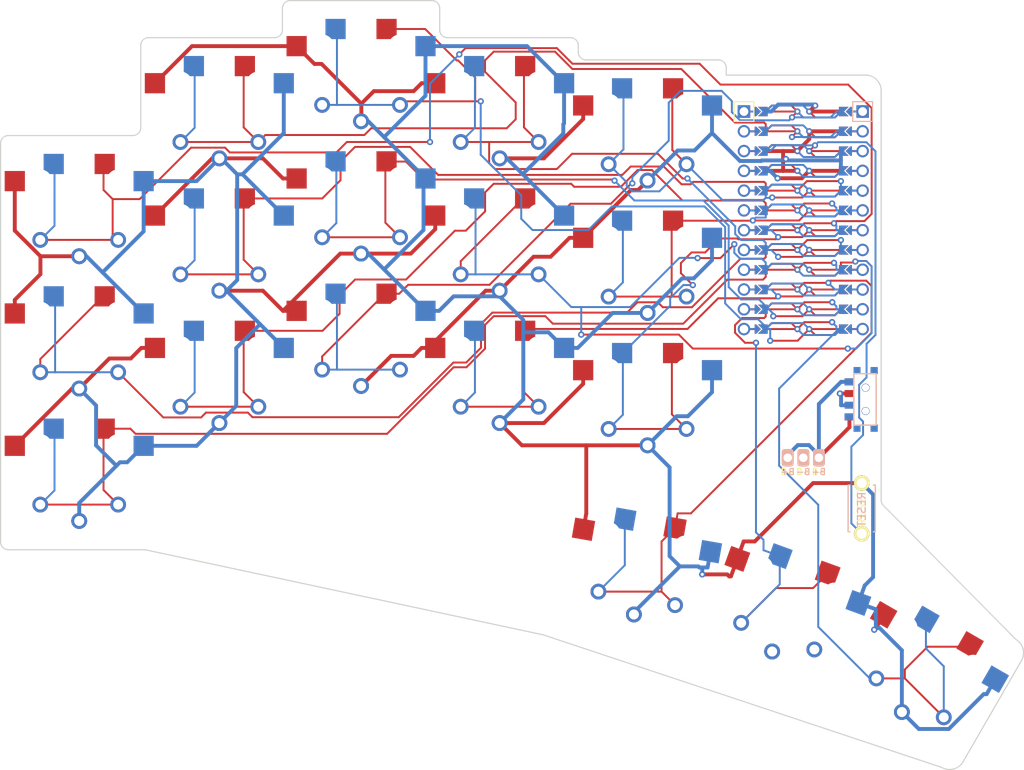
<source format=kicad_pcb>
(kicad_pcb (version 20171130) (host pcbnew 5.0.1-33cea8e~67~ubuntu18.04.1)
  (title_block (title board) (rev v1.0.0) (company Unknown))
  (layers (0 F.Cu signal) (31 B.Cu signal) (34 B.Paste user) (35 F.Paste user) (36 B.SilkS user) (37 F.SilkS user) (38 B.Mask user) (39 F.Mask user) (44 Edge.Cuts user))
  (net 0 "")
  (net 1 P6)
  (net 2 GND)
  (net 3 P5)
  (net 4 P4)
  (net 5 P3)
  (net 6 P2)
  (net 7 P0)
  (net 8 P1)
  (net 9 P16)
  (net 10 P10)
  (net 11 P14)
  (net 12 P15)
  (net 13 P18)
  (net 14 P19)
  (net 15 P20)
  (net 16 P21)
  (net 17 P7)
  (net 18 P8)
  (net 19 P9)
  (net 20 RAW)
  (net 21 RST)
  (net 22 VCC)
  (net 23 Braw)
  (net 24 Bplus)
  (net 25 Bminus)
  (module PG1350 (layer F.Cu) (at 68 -50)
    (fp_text reference S1 hide)
    (fp_text value "" hide)
    (pad "" np_thru_hole circle (at 0 0) (size 3.429 3.429) (drill 3.429) (layers *.Cu *.Mask))
    (pad "" np_thru_hole circle (at 5.5 0) (size 1.7018 1.7018) (drill 1.7018) (layers *.Cu *.Mask))
    (pad "" np_thru_hole circle (at -5.5 0) (size 1.7018 1.7018) (drill 1.7018) (layers *.Cu *.Mask))
    (pad "" np_thru_hole circle (at 5 -3.75) (size 3 3) (drill 3) (layers *.Cu *.Mask))
    (pad "" np_thru_hole circle (at 0 -5.95) (size 3 3) (drill 3) (layers *.Cu *.Mask))
    (pad 1 smd rect (at -3.275 -5.95) (size 2.6 2.6) (layers B.Cu B.Paste B.Mask) (net 1 P6))
    (pad 2 smd rect (at 8.275 -3.75) (size 2.6 2.6) (layers B.Cu B.Paste B.Mask) (net 2 GND))
    (pad "" np_thru_hole circle (at -5 -3.75) (size 3 3) (drill 3) (layers *.Cu *.Mask))
    (pad "" np_thru_hole circle (at 0 -5.95) (size 3 3) (drill 3) (layers *.Cu *.Mask))
    (pad 1 smd rect (at 3.275 -5.95) (size 2.6 2.6) (layers F.Cu F.Paste F.Mask) (net 1 P6))
    (pad 2 smd rect (at -8.275 -3.75) (size 2.6 2.6) (layers F.Cu F.Paste F.Mask) (net 2 GND))
  )
  (module PG1350 (layer F.Cu) (at 68 -50 180)
    (fp_text reference S2 hide)
    (fp_text value "" hide)
    (pad "" np_thru_hole circle (at 0 0) (size 3.429 3.429) (drill 3.429) (layers *.Cu *.Mask))
    (pad "" np_thru_hole circle (at 5.5 0) (size 1.7018 1.7018) (drill 1.7018) (layers *.Cu *.Mask))
    (pad "" np_thru_hole circle (at -5.5 0) (size 1.7018 1.7018) (drill 1.7018) (layers *.Cu *.Mask))
    (pad 1 thru_hole circle (at 5 -3.8) (size 2.032 2.032) (drill 1.27) (layers *.Cu *.Mask) (net 1 P6))
    (pad 2 thru_hole circle (at 0 -5.9) (size 2.032 2.032) (drill 1.27) (layers *.Cu *.Mask) (net 2 GND))
    (pad 1 thru_hole circle (at -5 -3.8) (size 2.032 2.032) (drill 1.27) (layers *.Cu *.Mask) (net 1 P6))
    (pad 2 thru_hole circle (at 0 -5.9) (size 2.032 2.032) (drill 1.27) (layers *.Cu *.Mask) (net 2 GND))
  )
  (module PG1350 (layer F.Cu) (at 68 -67)
    (fp_text reference S3 hide)
    (fp_text value "" hide)
    (pad "" np_thru_hole circle (at 0 0) (size 3.429 3.429) (drill 3.429) (layers *.Cu *.Mask))
    (pad "" np_thru_hole circle (at 5.5 0) (size 1.7018 1.7018) (drill 1.7018) (layers *.Cu *.Mask))
    (pad "" np_thru_hole circle (at -5.5 0) (size 1.7018 1.7018) (drill 1.7018) (layers *.Cu *.Mask))
    (pad "" np_thru_hole circle (at 5 -3.75) (size 3 3) (drill 3) (layers *.Cu *.Mask))
    (pad "" np_thru_hole circle (at 0 -5.95) (size 3 3) (drill 3) (layers *.Cu *.Mask))
    (pad 1 smd rect (at -3.275 -5.95) (size 2.6 2.6) (layers B.Cu B.Paste B.Mask) (net 3 P5))
    (pad 2 smd rect (at 8.275 -3.75) (size 2.6 2.6) (layers B.Cu B.Paste B.Mask) (net 2 GND))
    (pad "" np_thru_hole circle (at -5 -3.75) (size 3 3) (drill 3) (layers *.Cu *.Mask))
    (pad "" np_thru_hole circle (at 0 -5.95) (size 3 3) (drill 3) (layers *.Cu *.Mask))
    (pad 1 smd rect (at 3.275 -5.95) (size 2.6 2.6) (layers F.Cu F.Paste F.Mask) (net 3 P5))
    (pad 2 smd rect (at -8.275 -3.75) (size 2.6 2.6) (layers F.Cu F.Paste F.Mask) (net 2 GND))
  )
  (module PG1350 (layer F.Cu) (at 68 -67 180)
    (fp_text reference S4 hide)
    (fp_text value "" hide)
    (pad "" np_thru_hole circle (at 0 0) (size 3.429 3.429) (drill 3.429) (layers *.Cu *.Mask))
    (pad "" np_thru_hole circle (at 5.5 0) (size 1.7018 1.7018) (drill 1.7018) (layers *.Cu *.Mask))
    (pad "" np_thru_hole circle (at -5.5 0) (size 1.7018 1.7018) (drill 1.7018) (layers *.Cu *.Mask))
    (pad 1 thru_hole circle (at 5 -3.8) (size 2.032 2.032) (drill 1.27) (layers *.Cu *.Mask) (net 3 P5))
    (pad 2 thru_hole circle (at 0 -5.9) (size 2.032 2.032) (drill 1.27) (layers *.Cu *.Mask) (net 2 GND))
    (pad 1 thru_hole circle (at -5 -3.8) (size 2.032 2.032) (drill 1.27) (layers *.Cu *.Mask) (net 3 P5))
    (pad 2 thru_hole circle (at 0 -5.9) (size 2.032 2.032) (drill 1.27) (layers *.Cu *.Mask) (net 2 GND))
  )
  (module PG1350 (layer F.Cu) (at 68 -84)
    (fp_text reference S5 hide)
    (fp_text value "" hide)
    (pad "" np_thru_hole circle (at 0 0) (size 3.429 3.429) (drill 3.429) (layers *.Cu *.Mask))
    (pad "" np_thru_hole circle (at 5.5 0) (size 1.7018 1.7018) (drill 1.7018) (layers *.Cu *.Mask))
    (pad "" np_thru_hole circle (at -5.5 0) (size 1.7018 1.7018) (drill 1.7018) (layers *.Cu *.Mask))
    (pad "" np_thru_hole circle (at 5 -3.75) (size 3 3) (drill 3) (layers *.Cu *.Mask))
    (pad "" np_thru_hole circle (at 0 -5.95) (size 3 3) (drill 3) (layers *.Cu *.Mask))
    (pad 1 smd rect (at -3.275 -5.95) (size 2.6 2.6) (layers B.Cu B.Paste B.Mask) (net 4 P4))
    (pad 2 smd rect (at 8.275 -3.75) (size 2.6 2.6) (layers B.Cu B.Paste B.Mask) (net 2 GND))
    (pad "" np_thru_hole circle (at -5 -3.75) (size 3 3) (drill 3) (layers *.Cu *.Mask))
    (pad "" np_thru_hole circle (at 0 -5.95) (size 3 3) (drill 3) (layers *.Cu *.Mask))
    (pad 1 smd rect (at 3.275 -5.95) (size 2.6 2.6) (layers F.Cu F.Paste F.Mask) (net 4 P4))
    (pad 2 smd rect (at -8.275 -3.75) (size 2.6 2.6) (layers F.Cu F.Paste F.Mask) (net 2 GND))
  )
  (module PG1350 (layer F.Cu) (at 68 -84 180)
    (fp_text reference S6 hide)
    (fp_text value "" hide)
    (pad "" np_thru_hole circle (at 0 0) (size 3.429 3.429) (drill 3.429) (layers *.Cu *.Mask))
    (pad "" np_thru_hole circle (at 5.5 0) (size 1.7018 1.7018) (drill 1.7018) (layers *.Cu *.Mask))
    (pad "" np_thru_hole circle (at -5.5 0) (size 1.7018 1.7018) (drill 1.7018) (layers *.Cu *.Mask))
    (pad 1 thru_hole circle (at 5 -3.8) (size 2.032 2.032) (drill 1.27) (layers *.Cu *.Mask) (net 4 P4))
    (pad 2 thru_hole circle (at 0 -5.9) (size 2.032 2.032) (drill 1.27) (layers *.Cu *.Mask) (net 2 GND))
    (pad 1 thru_hole circle (at -5 -3.8) (size 2.032 2.032) (drill 1.27) (layers *.Cu *.Mask) (net 4 P4))
    (pad 2 thru_hole circle (at 0 -5.9) (size 2.032 2.032) (drill 1.27) (layers *.Cu *.Mask) (net 2 GND))
  )
  (module PG1350 (layer F.Cu) (at 86 -62.573)
    (fp_text reference S7 hide)
    (fp_text value "" hide)
    (pad "" np_thru_hole circle (at 0 0) (size 3.429 3.429) (drill 3.429) (layers *.Cu *.Mask))
    (pad "" np_thru_hole circle (at 5.5 0) (size 1.7018 1.7018) (drill 1.7018) (layers *.Cu *.Mask))
    (pad "" np_thru_hole circle (at -5.5 0) (size 1.7018 1.7018) (drill 1.7018) (layers *.Cu *.Mask))
    (pad "" np_thru_hole circle (at 5 -3.75) (size 3 3) (drill 3) (layers *.Cu *.Mask))
    (pad "" np_thru_hole circle (at 0 -5.95) (size 3 3) (drill 3) (layers *.Cu *.Mask))
    (pad 1 smd rect (at -3.275 -5.95) (size 2.6 2.6) (layers B.Cu B.Paste B.Mask) (net 5 P3))
    (pad 2 smd rect (at 8.275 -3.75) (size 2.6 2.6) (layers B.Cu B.Paste B.Mask) (net 2 GND))
    (pad "" np_thru_hole circle (at -5 -3.75) (size 3 3) (drill 3) (layers *.Cu *.Mask))
    (pad "" np_thru_hole circle (at 0 -5.95) (size 3 3) (drill 3) (layers *.Cu *.Mask))
    (pad 1 smd rect (at 3.275 -5.95) (size 2.6 2.6) (layers F.Cu F.Paste F.Mask) (net 5 P3))
    (pad 2 smd rect (at -8.275 -3.75) (size 2.6 2.6) (layers F.Cu F.Paste F.Mask) (net 2 GND))
  )
  (module PG1350 (layer F.Cu) (at 86 -62.573 180)
    (fp_text reference S8 hide)
    (fp_text value "" hide)
    (pad "" np_thru_hole circle (at 0 0) (size 3.429 3.429) (drill 3.429) (layers *.Cu *.Mask))
    (pad "" np_thru_hole circle (at 5.5 0) (size 1.7018 1.7018) (drill 1.7018) (layers *.Cu *.Mask))
    (pad "" np_thru_hole circle (at -5.5 0) (size 1.7018 1.7018) (drill 1.7018) (layers *.Cu *.Mask))
    (pad 1 thru_hole circle (at 5 -3.8) (size 2.032 2.032) (drill 1.27) (layers *.Cu *.Mask) (net 5 P3))
    (pad 2 thru_hole circle (at 0 -5.9) (size 2.032 2.032) (drill 1.27) (layers *.Cu *.Mask) (net 2 GND))
    (pad 1 thru_hole circle (at -5 -3.8) (size 2.032 2.032) (drill 1.27) (layers *.Cu *.Mask) (net 5 P3))
    (pad 2 thru_hole circle (at 0 -5.9) (size 2.032 2.032) (drill 1.27) (layers *.Cu *.Mask) (net 2 GND))
  )
  (module PG1350 (layer F.Cu) (at 86 -79.573)
    (fp_text reference S9 hide)
    (fp_text value "" hide)
    (pad "" np_thru_hole circle (at 0 0) (size 3.429 3.429) (drill 3.429) (layers *.Cu *.Mask))
    (pad "" np_thru_hole circle (at 5.5 0) (size 1.7018 1.7018) (drill 1.7018) (layers *.Cu *.Mask))
    (pad "" np_thru_hole circle (at -5.5 0) (size 1.7018 1.7018) (drill 1.7018) (layers *.Cu *.Mask))
    (pad "" np_thru_hole circle (at 5 -3.75) (size 3 3) (drill 3) (layers *.Cu *.Mask))
    (pad "" np_thru_hole circle (at 0 -5.95) (size 3 3) (drill 3) (layers *.Cu *.Mask))
    (pad 1 smd rect (at -3.275 -5.95) (size 2.6 2.6) (layers B.Cu B.Paste B.Mask) (net 6 P2))
    (pad 2 smd rect (at 8.275 -3.75) (size 2.6 2.6) (layers B.Cu B.Paste B.Mask) (net 2 GND))
    (pad "" np_thru_hole circle (at -5 -3.75) (size 3 3) (drill 3) (layers *.Cu *.Mask))
    (pad "" np_thru_hole circle (at 0 -5.95) (size 3 3) (drill 3) (layers *.Cu *.Mask))
    (pad 1 smd rect (at 3.275 -5.95) (size 2.6 2.6) (layers F.Cu F.Paste F.Mask) (net 6 P2))
    (pad 2 smd rect (at -8.275 -3.75) (size 2.6 2.6) (layers F.Cu F.Paste F.Mask) (net 2 GND))
  )
  (module PG1350 (layer F.Cu) (at 86 -79.573 180)
    (fp_text reference S10 hide)
    (fp_text value "" hide)
    (pad "" np_thru_hole circle (at 0 0) (size 3.429 3.429) (drill 3.429) (layers *.Cu *.Mask))
    (pad "" np_thru_hole circle (at 5.5 0) (size 1.7018 1.7018) (drill 1.7018) (layers *.Cu *.Mask))
    (pad "" np_thru_hole circle (at -5.5 0) (size 1.7018 1.7018) (drill 1.7018) (layers *.Cu *.Mask))
    (pad 1 thru_hole circle (at 5 -3.8) (size 2.032 2.032) (drill 1.27) (layers *.Cu *.Mask) (net 6 P2))
    (pad 2 thru_hole circle (at 0 -5.9) (size 2.032 2.032) (drill 1.27) (layers *.Cu *.Mask) (net 2 GND))
    (pad 1 thru_hole circle (at -5 -3.8) (size 2.032 2.032) (drill 1.27) (layers *.Cu *.Mask) (net 6 P2))
    (pad 2 thru_hole circle (at 0 -5.9) (size 2.032 2.032) (drill 1.27) (layers *.Cu *.Mask) (net 2 GND))
  )
  (module PG1350 (layer F.Cu) (at 86 -96.573)
    (fp_text reference S11 hide)
    (fp_text value "" hide)
    (pad "" np_thru_hole circle (at 0 0) (size 3.429 3.429) (drill 3.429) (layers *.Cu *.Mask))
    (pad "" np_thru_hole circle (at 5.5 0) (size 1.7018 1.7018) (drill 1.7018) (layers *.Cu *.Mask))
    (pad "" np_thru_hole circle (at -5.5 0) (size 1.7018 1.7018) (drill 1.7018) (layers *.Cu *.Mask))
    (pad "" np_thru_hole circle (at 5 -3.75) (size 3 3) (drill 3) (layers *.Cu *.Mask))
    (pad "" np_thru_hole circle (at 0 -5.95) (size 3 3) (drill 3) (layers *.Cu *.Mask))
    (pad 1 smd rect (at -3.275 -5.95) (size 2.6 2.6) (layers B.Cu B.Paste B.Mask) (net 7 P0))
    (pad 2 smd rect (at 8.275 -3.75) (size 2.6 2.6) (layers B.Cu B.Paste B.Mask) (net 2 GND))
    (pad "" np_thru_hole circle (at -5 -3.75) (size 3 3) (drill 3) (layers *.Cu *.Mask))
    (pad "" np_thru_hole circle (at 0 -5.95) (size 3 3) (drill 3) (layers *.Cu *.Mask))
    (pad 1 smd rect (at 3.275 -5.95) (size 2.6 2.6) (layers F.Cu F.Paste F.Mask) (net 7 P0))
    (pad 2 smd rect (at -8.275 -3.75) (size 2.6 2.6) (layers F.Cu F.Paste F.Mask) (net 2 GND))
  )
  (module PG1350 (layer F.Cu) (at 86 -96.573 180)
    (fp_text reference S12 hide)
    (fp_text value "" hide)
    (pad "" np_thru_hole circle (at 0 0) (size 3.429 3.429) (drill 3.429) (layers *.Cu *.Mask))
    (pad "" np_thru_hole circle (at 5.5 0) (size 1.7018 1.7018) (drill 1.7018) (layers *.Cu *.Mask))
    (pad "" np_thru_hole circle (at -5.5 0) (size 1.7018 1.7018) (drill 1.7018) (layers *.Cu *.Mask))
    (pad 1 thru_hole circle (at 5 -3.8) (size 2.032 2.032) (drill 1.27) (layers *.Cu *.Mask) (net 7 P0))
    (pad 2 thru_hole circle (at 0 -5.9) (size 2.032 2.032) (drill 1.27) (layers *.Cu *.Mask) (net 2 GND))
    (pad 1 thru_hole circle (at -5 -3.8) (size 2.032 2.032) (drill 1.27) (layers *.Cu *.Mask) (net 7 P0))
    (pad 2 thru_hole circle (at 0 -5.9) (size 2.032 2.032) (drill 1.27) (layers *.Cu *.Mask) (net 2 GND))
  )
  (module PG1350 (layer F.Cu) (at 104.2 -67.3355)
    (fp_text reference S13 hide)
    (fp_text value "" hide)
    (pad "" np_thru_hole circle (at 0 0) (size 3.429 3.429) (drill 3.429) (layers *.Cu *.Mask))
    (pad "" np_thru_hole circle (at 5.5 0) (size 1.7018 1.7018) (drill 1.7018) (layers *.Cu *.Mask))
    (pad "" np_thru_hole circle (at -5.5 0) (size 1.7018 1.7018) (drill 1.7018) (layers *.Cu *.Mask))
    (pad "" np_thru_hole circle (at 5 -3.75) (size 3 3) (drill 3) (layers *.Cu *.Mask))
    (pad "" np_thru_hole circle (at 0 -5.95) (size 3 3) (drill 3) (layers *.Cu *.Mask))
    (pad 1 smd rect (at -3.275 -5.95) (size 2.6 2.6) (layers B.Cu B.Paste B.Mask) (net 8 P1))
    (pad 2 smd rect (at 8.275 -3.75) (size 2.6 2.6) (layers B.Cu B.Paste B.Mask) (net 2 GND))
    (pad "" np_thru_hole circle (at -5 -3.75) (size 3 3) (drill 3) (layers *.Cu *.Mask))
    (pad "" np_thru_hole circle (at 0 -5.95) (size 3 3) (drill 3) (layers *.Cu *.Mask))
    (pad 1 smd rect (at 3.275 -5.95) (size 2.6 2.6) (layers F.Cu F.Paste F.Mask) (net 8 P1))
    (pad 2 smd rect (at -8.275 -3.75) (size 2.6 2.6) (layers F.Cu F.Paste F.Mask) (net 2 GND))
  )
  (module PG1350 (layer F.Cu) (at 104.2 -67.3355 180)
    (fp_text reference S14 hide)
    (fp_text value "" hide)
    (pad "" np_thru_hole circle (at 0 0) (size 3.429 3.429) (drill 3.429) (layers *.Cu *.Mask))
    (pad "" np_thru_hole circle (at 5.5 0) (size 1.7018 1.7018) (drill 1.7018) (layers *.Cu *.Mask))
    (pad "" np_thru_hole circle (at -5.5 0) (size 1.7018 1.7018) (drill 1.7018) (layers *.Cu *.Mask))
    (pad 1 thru_hole circle (at 5 -3.8) (size 2.032 2.032) (drill 1.27) (layers *.Cu *.Mask) (net 8 P1))
    (pad 2 thru_hole circle (at 0 -5.9) (size 2.032 2.032) (drill 1.27) (layers *.Cu *.Mask) (net 2 GND))
    (pad 1 thru_hole circle (at -5 -3.8) (size 2.032 2.032) (drill 1.27) (layers *.Cu *.Mask) (net 8 P1))
    (pad 2 thru_hole circle (at 0 -5.9) (size 2.032 2.032) (drill 1.27) (layers *.Cu *.Mask) (net 2 GND))
  )
  (module PG1350 (layer F.Cu) (at 104.2 -84.3355)
    (fp_text reference S15 hide)
    (fp_text value "" hide)
    (pad "" np_thru_hole circle (at 0 0) (size 3.429 3.429) (drill 3.429) (layers *.Cu *.Mask))
    (pad "" np_thru_hole circle (at 5.5 0) (size 1.7018 1.7018) (drill 1.7018) (layers *.Cu *.Mask))
    (pad "" np_thru_hole circle (at -5.5 0) (size 1.7018 1.7018) (drill 1.7018) (layers *.Cu *.Mask))
    (pad "" np_thru_hole circle (at 5 -3.75) (size 3 3) (drill 3) (layers *.Cu *.Mask))
    (pad "" np_thru_hole circle (at 0 -5.95) (size 3 3) (drill 3) (layers *.Cu *.Mask))
    (pad 1 smd rect (at -3.275 -5.95) (size 2.6 2.6) (layers B.Cu B.Paste B.Mask) (net 9 P16))
    (pad 2 smd rect (at 8.275 -3.75) (size 2.6 2.6) (layers B.Cu B.Paste B.Mask) (net 2 GND))
    (pad "" np_thru_hole circle (at -5 -3.75) (size 3 3) (drill 3) (layers *.Cu *.Mask))
    (pad "" np_thru_hole circle (at 0 -5.95) (size 3 3) (drill 3) (layers *.Cu *.Mask))
    (pad 1 smd rect (at 3.275 -5.95) (size 2.6 2.6) (layers F.Cu F.Paste F.Mask) (net 9 P16))
    (pad 2 smd rect (at -8.275 -3.75) (size 2.6 2.6) (layers F.Cu F.Paste F.Mask) (net 2 GND))
  )
  (module PG1350 (layer F.Cu) (at 104.2 -84.3355 180)
    (fp_text reference S16 hide)
    (fp_text value "" hide)
    (pad "" np_thru_hole circle (at 0 0) (size 3.429 3.429) (drill 3.429) (layers *.Cu *.Mask))
    (pad "" np_thru_hole circle (at 5.5 0) (size 1.7018 1.7018) (drill 1.7018) (layers *.Cu *.Mask))
    (pad "" np_thru_hole circle (at -5.5 0) (size 1.7018 1.7018) (drill 1.7018) (layers *.Cu *.Mask))
    (pad 1 thru_hole circle (at 5 -3.8) (size 2.032 2.032) (drill 1.27) (layers *.Cu *.Mask) (net 9 P16))
    (pad 2 thru_hole circle (at 0 -5.9) (size 2.032 2.032) (drill 1.27) (layers *.Cu *.Mask) (net 2 GND))
    (pad 1 thru_hole circle (at -5 -3.8) (size 2.032 2.032) (drill 1.27) (layers *.Cu *.Mask) (net 9 P16))
    (pad 2 thru_hole circle (at 0 -5.9) (size 2.032 2.032) (drill 1.27) (layers *.Cu *.Mask) (net 2 GND))
  )
  (module PG1350 (layer F.Cu) (at 104.2 -101.336)
    (fp_text reference S17 hide)
    (fp_text value "" hide)
    (pad "" np_thru_hole circle (at 0 0) (size 3.429 3.429) (drill 3.429) (layers *.Cu *.Mask))
    (pad "" np_thru_hole circle (at 5.5 0) (size 1.7018 1.7018) (drill 1.7018) (layers *.Cu *.Mask))
    (pad "" np_thru_hole circle (at -5.5 0) (size 1.7018 1.7018) (drill 1.7018) (layers *.Cu *.Mask))
    (pad "" np_thru_hole circle (at 5 -3.75) (size 3 3) (drill 3) (layers *.Cu *.Mask))
    (pad "" np_thru_hole circle (at 0 -5.95) (size 3 3) (drill 3) (layers *.Cu *.Mask))
    (pad 1 smd rect (at -3.275 -5.95) (size 2.6 2.6) (layers B.Cu B.Paste B.Mask) (net 10 P10))
    (pad 2 smd rect (at 8.275 -3.75) (size 2.6 2.6) (layers B.Cu B.Paste B.Mask) (net 2 GND))
    (pad "" np_thru_hole circle (at -5 -3.75) (size 3 3) (drill 3) (layers *.Cu *.Mask))
    (pad "" np_thru_hole circle (at 0 -5.95) (size 3 3) (drill 3) (layers *.Cu *.Mask))
    (pad 1 smd rect (at 3.275 -5.95) (size 2.6 2.6) (layers F.Cu F.Paste F.Mask) (net 10 P10))
    (pad 2 smd rect (at -8.275 -3.75) (size 2.6 2.6) (layers F.Cu F.Paste F.Mask) (net 2 GND))
  )
  (module PG1350 (layer F.Cu) (at 104.2 -101.336 180)
    (fp_text reference S18 hide)
    (fp_text value "" hide)
    (pad "" np_thru_hole circle (at 0 0) (size 3.429 3.429) (drill 3.429) (layers *.Cu *.Mask))
    (pad "" np_thru_hole circle (at 5.5 0) (size 1.7018 1.7018) (drill 1.7018) (layers *.Cu *.Mask))
    (pad "" np_thru_hole circle (at -5.5 0) (size 1.7018 1.7018) (drill 1.7018) (layers *.Cu *.Mask))
    (pad 1 thru_hole circle (at 5 -3.8) (size 2.032 2.032) (drill 1.27) (layers *.Cu *.Mask) (net 10 P10))
    (pad 2 thru_hole circle (at 0 -5.9) (size 2.032 2.032) (drill 1.27) (layers *.Cu *.Mask) (net 2 GND))
    (pad 1 thru_hole circle (at -5 -3.8) (size 2.032 2.032) (drill 1.27) (layers *.Cu *.Mask) (net 10 P10))
    (pad 2 thru_hole circle (at 0 -5.9) (size 2.032 2.032) (drill 1.27) (layers *.Cu *.Mask) (net 2 GND))
  )
  (module PG1350 (layer F.Cu) (at 122 -62.573)
    (fp_text reference S19 hide)
    (fp_text value "" hide)
    (pad "" np_thru_hole circle (at 0 0) (size 3.429 3.429) (drill 3.429) (layers *.Cu *.Mask))
    (pad "" np_thru_hole circle (at 5.5 0) (size 1.7018 1.7018) (drill 1.7018) (layers *.Cu *.Mask))
    (pad "" np_thru_hole circle (at -5.5 0) (size 1.7018 1.7018) (drill 1.7018) (layers *.Cu *.Mask))
    (pad "" np_thru_hole circle (at 5 -3.75) (size 3 3) (drill 3) (layers *.Cu *.Mask))
    (pad "" np_thru_hole circle (at 0 -5.95) (size 3 3) (drill 3) (layers *.Cu *.Mask))
    (pad 1 smd rect (at -3.275 -5.95) (size 2.6 2.6) (layers B.Cu B.Paste B.Mask) (net 11 P14))
    (pad 2 smd rect (at 8.275 -3.75) (size 2.6 2.6) (layers B.Cu B.Paste B.Mask) (net 2 GND))
    (pad "" np_thru_hole circle (at -5 -3.75) (size 3 3) (drill 3) (layers *.Cu *.Mask))
    (pad "" np_thru_hole circle (at 0 -5.95) (size 3 3) (drill 3) (layers *.Cu *.Mask))
    (pad 1 smd rect (at 3.275 -5.95) (size 2.6 2.6) (layers F.Cu F.Paste F.Mask) (net 11 P14))
    (pad 2 smd rect (at -8.275 -3.75) (size 2.6 2.6) (layers F.Cu F.Paste F.Mask) (net 2 GND))
  )
  (module PG1350 (layer F.Cu) (at 122 -62.573 180)
    (fp_text reference S20 hide)
    (fp_text value "" hide)
    (pad "" np_thru_hole circle (at 0 0) (size 3.429 3.429) (drill 3.429) (layers *.Cu *.Mask))
    (pad "" np_thru_hole circle (at 5.5 0) (size 1.7018 1.7018) (drill 1.7018) (layers *.Cu *.Mask))
    (pad "" np_thru_hole circle (at -5.5 0) (size 1.7018 1.7018) (drill 1.7018) (layers *.Cu *.Mask))
    (pad 1 thru_hole circle (at 5 -3.8) (size 2.032 2.032) (drill 1.27) (layers *.Cu *.Mask) (net 11 P14))
    (pad 2 thru_hole circle (at 0 -5.9) (size 2.032 2.032) (drill 1.27) (layers *.Cu *.Mask) (net 2 GND))
    (pad 1 thru_hole circle (at -5 -3.8) (size 2.032 2.032) (drill 1.27) (layers *.Cu *.Mask) (net 11 P14))
    (pad 2 thru_hole circle (at 0 -5.9) (size 2.032 2.032) (drill 1.27) (layers *.Cu *.Mask) (net 2 GND))
  )
  (module PG1350 (layer F.Cu) (at 122 -79.573)
    (fp_text reference S21 hide)
    (fp_text value "" hide)
    (pad "" np_thru_hole circle (at 0 0) (size 3.429 3.429) (drill 3.429) (layers *.Cu *.Mask))
    (pad "" np_thru_hole circle (at 5.5 0) (size 1.7018 1.7018) (drill 1.7018) (layers *.Cu *.Mask))
    (pad "" np_thru_hole circle (at -5.5 0) (size 1.7018 1.7018) (drill 1.7018) (layers *.Cu *.Mask))
    (pad "" np_thru_hole circle (at 5 -3.75) (size 3 3) (drill 3) (layers *.Cu *.Mask))
    (pad "" np_thru_hole circle (at 0 -5.95) (size 3 3) (drill 3) (layers *.Cu *.Mask))
    (pad 1 smd rect (at -3.275 -5.95) (size 2.6 2.6) (layers B.Cu B.Paste B.Mask) (net 12 P15))
    (pad 2 smd rect (at 8.275 -3.75) (size 2.6 2.6) (layers B.Cu B.Paste B.Mask) (net 2 GND))
    (pad "" np_thru_hole circle (at -5 -3.75) (size 3 3) (drill 3) (layers *.Cu *.Mask))
    (pad "" np_thru_hole circle (at 0 -5.95) (size 3 3) (drill 3) (layers *.Cu *.Mask))
    (pad 1 smd rect (at 3.275 -5.95) (size 2.6 2.6) (layers F.Cu F.Paste F.Mask) (net 12 P15))
    (pad 2 smd rect (at -8.275 -3.75) (size 2.6 2.6) (layers F.Cu F.Paste F.Mask) (net 2 GND))
  )
  (module PG1350 (layer F.Cu) (at 122 -79.573 180)
    (fp_text reference S22 hide)
    (fp_text value "" hide)
    (pad "" np_thru_hole circle (at 0 0) (size 3.429 3.429) (drill 3.429) (layers *.Cu *.Mask))
    (pad "" np_thru_hole circle (at 5.5 0) (size 1.7018 1.7018) (drill 1.7018) (layers *.Cu *.Mask))
    (pad "" np_thru_hole circle (at -5.5 0) (size 1.7018 1.7018) (drill 1.7018) (layers *.Cu *.Mask))
    (pad 1 thru_hole circle (at 5 -3.8) (size 2.032 2.032) (drill 1.27) (layers *.Cu *.Mask) (net 12 P15))
    (pad 2 thru_hole circle (at 0 -5.9) (size 2.032 2.032) (drill 1.27) (layers *.Cu *.Mask) (net 2 GND))
    (pad 1 thru_hole circle (at -5 -3.8) (size 2.032 2.032) (drill 1.27) (layers *.Cu *.Mask) (net 12 P15))
    (pad 2 thru_hole circle (at 0 -5.9) (size 2.032 2.032) (drill 1.27) (layers *.Cu *.Mask) (net 2 GND))
  )
  (module PG1350 (layer F.Cu) (at 122 -96.573)
    (fp_text reference S23 hide)
    (fp_text value "" hide)
    (pad "" np_thru_hole circle (at 0 0) (size 3.429 3.429) (drill 3.429) (layers *.Cu *.Mask))
    (pad "" np_thru_hole circle (at 5.5 0) (size 1.7018 1.7018) (drill 1.7018) (layers *.Cu *.Mask))
    (pad "" np_thru_hole circle (at -5.5 0) (size 1.7018 1.7018) (drill 1.7018) (layers *.Cu *.Mask))
    (pad "" np_thru_hole circle (at 5 -3.75) (size 3 3) (drill 3) (layers *.Cu *.Mask))
    (pad "" np_thru_hole circle (at 0 -5.95) (size 3 3) (drill 3) (layers *.Cu *.Mask))
    (pad 1 smd rect (at -3.275 -5.95) (size 2.6 2.6) (layers B.Cu B.Paste B.Mask) (net 13 P18))
    (pad 2 smd rect (at 8.275 -3.75) (size 2.6 2.6) (layers B.Cu B.Paste B.Mask) (net 2 GND))
    (pad "" np_thru_hole circle (at -5 -3.75) (size 3 3) (drill 3) (layers *.Cu *.Mask))
    (pad "" np_thru_hole circle (at 0 -5.95) (size 3 3) (drill 3) (layers *.Cu *.Mask))
    (pad 1 smd rect (at 3.275 -5.95) (size 2.6 2.6) (layers F.Cu F.Paste F.Mask) (net 13 P18))
    (pad 2 smd rect (at -8.275 -3.75) (size 2.6 2.6) (layers F.Cu F.Paste F.Mask) (net 2 GND))
  )
  (module PG1350 (layer F.Cu) (at 122 -96.573 180)
    (fp_text reference S24 hide)
    (fp_text value "" hide)
    (pad "" np_thru_hole circle (at 0 0) (size 3.429 3.429) (drill 3.429) (layers *.Cu *.Mask))
    (pad "" np_thru_hole circle (at 5.5 0) (size 1.7018 1.7018) (drill 1.7018) (layers *.Cu *.Mask))
    (pad "" np_thru_hole circle (at -5.5 0) (size 1.7018 1.7018) (drill 1.7018) (layers *.Cu *.Mask))
    (pad 1 thru_hole circle (at 5 -3.8) (size 2.032 2.032) (drill 1.27) (layers *.Cu *.Mask) (net 13 P18))
    (pad 2 thru_hole circle (at 0 -5.9) (size 2.032 2.032) (drill 1.27) (layers *.Cu *.Mask) (net 2 GND))
    (pad 1 thru_hole circle (at -5 -3.8) (size 2.032 2.032) (drill 1.27) (layers *.Cu *.Mask) (net 13 P18))
    (pad 2 thru_hole circle (at 0 -5.9) (size 2.032 2.032) (drill 1.27) (layers *.Cu *.Mask) (net 2 GND))
  )
  (module PG1350 (layer F.Cu) (at 141 -59.7155)
    (fp_text reference S25 hide)
    (fp_text value "" hide)
    (pad "" np_thru_hole circle (at 0 0) (size 3.429 3.429) (drill 3.429) (layers *.Cu *.Mask))
    (pad "" np_thru_hole circle (at 5.5 0) (size 1.7018 1.7018) (drill 1.7018) (layers *.Cu *.Mask))
    (pad "" np_thru_hole circle (at -5.5 0) (size 1.7018 1.7018) (drill 1.7018) (layers *.Cu *.Mask))
    (pad "" np_thru_hole circle (at 5 -3.75) (size 3 3) (drill 3) (layers *.Cu *.Mask))
    (pad "" np_thru_hole circle (at 0 -5.95) (size 3 3) (drill 3) (layers *.Cu *.Mask))
    (pad 1 smd rect (at -3.275 -5.95) (size 2.6 2.6) (layers B.Cu B.Paste B.Mask) (net 14 P19))
    (pad 2 smd rect (at 8.275 -3.75) (size 2.6 2.6) (layers B.Cu B.Paste B.Mask) (net 2 GND))
    (pad "" np_thru_hole circle (at -5 -3.75) (size 3 3) (drill 3) (layers *.Cu *.Mask))
    (pad "" np_thru_hole circle (at 0 -5.95) (size 3 3) (drill 3) (layers *.Cu *.Mask))
    (pad 1 smd rect (at 3.275 -5.95) (size 2.6 2.6) (layers F.Cu F.Paste F.Mask) (net 14 P19))
    (pad 2 smd rect (at -8.275 -3.75) (size 2.6 2.6) (layers F.Cu F.Paste F.Mask) (net 2 GND))
  )
  (module PG1350 (layer F.Cu) (at 141 -59.7155 180)
    (fp_text reference S26 hide)
    (fp_text value "" hide)
    (pad "" np_thru_hole circle (at 0 0) (size 3.429 3.429) (drill 3.429) (layers *.Cu *.Mask))
    (pad "" np_thru_hole circle (at 5.5 0) (size 1.7018 1.7018) (drill 1.7018) (layers *.Cu *.Mask))
    (pad "" np_thru_hole circle (at -5.5 0) (size 1.7018 1.7018) (drill 1.7018) (layers *.Cu *.Mask))
    (pad 1 thru_hole circle (at 5 -3.8) (size 2.032 2.032) (drill 1.27) (layers *.Cu *.Mask) (net 14 P19))
    (pad 2 thru_hole circle (at 0 -5.9) (size 2.032 2.032) (drill 1.27) (layers *.Cu *.Mask) (net 2 GND))
    (pad 1 thru_hole circle (at -5 -3.8) (size 2.032 2.032) (drill 1.27) (layers *.Cu *.Mask) (net 14 P19))
    (pad 2 thru_hole circle (at 0 -5.9) (size 2.032 2.032) (drill 1.27) (layers *.Cu *.Mask) (net 2 GND))
  )
  (module PG1350 (layer F.Cu) (at 141 -76.7155)
    (fp_text reference S27 hide)
    (fp_text value "" hide)
    (pad "" np_thru_hole circle (at 0 0) (size 3.429 3.429) (drill 3.429) (layers *.Cu *.Mask))
    (pad "" np_thru_hole circle (at 5.5 0) (size 1.7018 1.7018) (drill 1.7018) (layers *.Cu *.Mask))
    (pad "" np_thru_hole circle (at -5.5 0) (size 1.7018 1.7018) (drill 1.7018) (layers *.Cu *.Mask))
    (pad "" np_thru_hole circle (at 5 -3.75) (size 3 3) (drill 3) (layers *.Cu *.Mask))
    (pad "" np_thru_hole circle (at 0 -5.95) (size 3 3) (drill 3) (layers *.Cu *.Mask))
    (pad 1 smd rect (at -3.275 -5.95) (size 2.6 2.6) (layers B.Cu B.Paste B.Mask) (net 15 P20))
    (pad 2 smd rect (at 8.275 -3.75) (size 2.6 2.6) (layers B.Cu B.Paste B.Mask) (net 2 GND))
    (pad "" np_thru_hole circle (at -5 -3.75) (size 3 3) (drill 3) (layers *.Cu *.Mask))
    (pad "" np_thru_hole circle (at 0 -5.95) (size 3 3) (drill 3) (layers *.Cu *.Mask))
    (pad 1 smd rect (at 3.275 -5.95) (size 2.6 2.6) (layers F.Cu F.Paste F.Mask) (net 15 P20))
    (pad 2 smd rect (at -8.275 -3.75) (size 2.6 2.6) (layers F.Cu F.Paste F.Mask) (net 2 GND))
  )
  (module PG1350 (layer F.Cu) (at 141 -76.7155 180)
    (fp_text reference S28 hide)
    (fp_text value "" hide)
    (pad "" np_thru_hole circle (at 0 0) (size 3.429 3.429) (drill 3.429) (layers *.Cu *.Mask))
    (pad "" np_thru_hole circle (at 5.5 0) (size 1.7018 1.7018) (drill 1.7018) (layers *.Cu *.Mask))
    (pad "" np_thru_hole circle (at -5.5 0) (size 1.7018 1.7018) (drill 1.7018) (layers *.Cu *.Mask))
    (pad 1 thru_hole circle (at 5 -3.8) (size 2.032 2.032) (drill 1.27) (layers *.Cu *.Mask) (net 15 P20))
    (pad 2 thru_hole circle (at 0 -5.9) (size 2.032 2.032) (drill 1.27) (layers *.Cu *.Mask) (net 2 GND))
    (pad 1 thru_hole circle (at -5 -3.8) (size 2.032 2.032) (drill 1.27) (layers *.Cu *.Mask) (net 15 P20))
    (pad 2 thru_hole circle (at 0 -5.9) (size 2.032 2.032) (drill 1.27) (layers *.Cu *.Mask) (net 2 GND))
  )
  (module PG1350 (layer F.Cu) (at 141 -93.7155)
    (fp_text reference S29 hide)
    (fp_text value "" hide)
    (pad "" np_thru_hole circle (at 0 0) (size 3.429 3.429) (drill 3.429) (layers *.Cu *.Mask))
    (pad "" np_thru_hole circle (at 5.5 0) (size 1.7018 1.7018) (drill 1.7018) (layers *.Cu *.Mask))
    (pad "" np_thru_hole circle (at -5.5 0) (size 1.7018 1.7018) (drill 1.7018) (layers *.Cu *.Mask))
    (pad "" np_thru_hole circle (at 5 -3.75) (size 3 3) (drill 3) (layers *.Cu *.Mask))
    (pad "" np_thru_hole circle (at 0 -5.95) (size 3 3) (drill 3) (layers *.Cu *.Mask))
    (pad 1 smd rect (at -3.275 -5.95) (size 2.6 2.6) (layers B.Cu B.Paste B.Mask) (net 16 P21))
    (pad 2 smd rect (at 8.275 -3.75) (size 2.6 2.6) (layers B.Cu B.Paste B.Mask) (net 2 GND))
    (pad "" np_thru_hole circle (at -5 -3.75) (size 3 3) (drill 3) (layers *.Cu *.Mask))
    (pad "" np_thru_hole circle (at 0 -5.95) (size 3 3) (drill 3) (layers *.Cu *.Mask))
    (pad 1 smd rect (at 3.275 -5.95) (size 2.6 2.6) (layers F.Cu F.Paste F.Mask) (net 16 P21))
    (pad 2 smd rect (at -8.275 -3.75) (size 2.6 2.6) (layers F.Cu F.Paste F.Mask) (net 2 GND))
  )
  (module PG1350 (layer F.Cu) (at 141 -93.7155 180)
    (fp_text reference S30 hide)
    (fp_text value "" hide)
    (pad "" np_thru_hole circle (at 0 0) (size 3.429 3.429) (drill 3.429) (layers *.Cu *.Mask))
    (pad "" np_thru_hole circle (at 5.5 0) (size 1.7018 1.7018) (drill 1.7018) (layers *.Cu *.Mask))
    (pad "" np_thru_hole circle (at -5.5 0) (size 1.7018 1.7018) (drill 1.7018) (layers *.Cu *.Mask))
    (pad 1 thru_hole circle (at 5 -3.8) (size 2.032 2.032) (drill 1.27) (layers *.Cu *.Mask) (net 16 P21))
    (pad 2 thru_hole circle (at 0 -5.9) (size 2.032 2.032) (drill 1.27) (layers *.Cu *.Mask) (net 2 GND))
    (pad 1 thru_hole circle (at -5 -3.8) (size 2.032 2.032) (drill 1.27) (layers *.Cu *.Mask) (net 16 P21))
    (pad 2 thru_hole circle (at 0 -5.9) (size 2.032 2.032) (drill 1.27) (layers *.Cu *.Mask) (net 2 GND))
  )
  (module PG1350 (layer F.Cu) (at 140.266 -37.8979 350)
    (fp_text reference S31 hide)
    (fp_text value "" hide)
    (pad "" np_thru_hole circle (at 0 0) (size 3.429 3.429) (drill 3.429) (layers *.Cu *.Mask))
    (pad "" np_thru_hole circle (at 5.5 0) (size 1.7018 1.7018) (drill 1.7018) (layers *.Cu *.Mask))
    (pad "" np_thru_hole circle (at -5.5 0) (size 1.7018 1.7018) (drill 1.7018) (layers *.Cu *.Mask))
    (pad "" np_thru_hole circle (at 5 -3.75) (size 3 3) (drill 3) (layers *.Cu *.Mask))
    (pad "" np_thru_hole circle (at 0 -5.95) (size 3 3) (drill 3) (layers *.Cu *.Mask))
    (pad 1 smd rect (at -3.275 -5.95 350) (size 2.6 2.6) (layers B.Cu B.Paste B.Mask) (net 17 P7))
    (pad 2 smd rect (at 8.275 -3.75 350) (size 2.6 2.6) (layers B.Cu B.Paste B.Mask) (net 2 GND))
    (pad "" np_thru_hole circle (at -5 -3.75) (size 3 3) (drill 3) (layers *.Cu *.Mask))
    (pad "" np_thru_hole circle (at 0 -5.95) (size 3 3) (drill 3) (layers *.Cu *.Mask))
    (pad 1 smd rect (at 3.275 -5.95 350) (size 2.6 2.6) (layers F.Cu F.Paste F.Mask) (net 17 P7))
    (pad 2 smd rect (at -8.275 -3.75 350) (size 2.6 2.6) (layers F.Cu F.Paste F.Mask) (net 2 GND))
  )
  (module PG1350 (layer F.Cu) (at 140.266 -37.8979 170)
    (fp_text reference S32 hide)
    (fp_text value "" hide)
    (pad "" np_thru_hole circle (at 0 0) (size 3.429 3.429) (drill 3.429) (layers *.Cu *.Mask))
    (pad "" np_thru_hole circle (at 5.5 0) (size 1.7018 1.7018) (drill 1.7018) (layers *.Cu *.Mask))
    (pad "" np_thru_hole circle (at -5.5 0) (size 1.7018 1.7018) (drill 1.7018) (layers *.Cu *.Mask))
    (pad 1 thru_hole circle (at 5 -3.8) (size 2.032 2.032) (drill 1.27) (layers *.Cu *.Mask) (net 17 P7))
    (pad 2 thru_hole circle (at 0 -5.9) (size 2.032 2.032) (drill 1.27) (layers *.Cu *.Mask) (net 2 GND))
    (pad 1 thru_hole circle (at -5 -3.8) (size 2.032 2.032) (drill 1.27) (layers *.Cu *.Mask) (net 17 P7))
    (pad 2 thru_hole circle (at 0 -5.9) (size 2.032 2.032) (drill 1.27) (layers *.Cu *.Mask) (net 2 GND))
  )
  (module PG1350 (layer F.Cu) (at 159.017 -32.8734 340)
    (fp_text reference S33 hide)
    (fp_text value "" hide)
    (pad "" np_thru_hole circle (at 0 0) (size 3.429 3.429) (drill 3.429) (layers *.Cu *.Mask))
    (pad "" np_thru_hole circle (at 5.5 0) (size 1.7018 1.7018) (drill 1.7018) (layers *.Cu *.Mask))
    (pad "" np_thru_hole circle (at -5.5 0) (size 1.7018 1.7018) (drill 1.7018) (layers *.Cu *.Mask))
    (pad "" np_thru_hole circle (at 5 -3.75) (size 3 3) (drill 3) (layers *.Cu *.Mask))
    (pad "" np_thru_hole circle (at 0 -5.95) (size 3 3) (drill 3) (layers *.Cu *.Mask))
    (pad 1 smd rect (at -3.275 -5.95 340) (size 2.6 2.6) (layers B.Cu B.Paste B.Mask) (net 18 P8))
    (pad 2 smd rect (at 8.275 -3.75 340) (size 2.6 2.6) (layers B.Cu B.Paste B.Mask) (net 2 GND))
    (pad "" np_thru_hole circle (at -5 -3.75) (size 3 3) (drill 3) (layers *.Cu *.Mask))
    (pad "" np_thru_hole circle (at 0 -5.95) (size 3 3) (drill 3) (layers *.Cu *.Mask))
    (pad 1 smd rect (at 3.275 -5.95 340) (size 2.6 2.6) (layers F.Cu F.Paste F.Mask) (net 18 P8))
    (pad 2 smd rect (at -8.275 -3.75 340) (size 2.6 2.6) (layers F.Cu F.Paste F.Mask) (net 2 GND))
  )
  (module PG1350 (layer F.Cu) (at 159.017 -32.8734 160)
    (fp_text reference S34 hide)
    (fp_text value "" hide)
    (pad "" np_thru_hole circle (at 0 0) (size 3.429 3.429) (drill 3.429) (layers *.Cu *.Mask))
    (pad "" np_thru_hole circle (at 5.5 0) (size 1.7018 1.7018) (drill 1.7018) (layers *.Cu *.Mask))
    (pad "" np_thru_hole circle (at -5.5 0) (size 1.7018 1.7018) (drill 1.7018) (layers *.Cu *.Mask))
    (pad 1 thru_hole circle (at 5 -3.8) (size 2.032 2.032) (drill 1.27) (layers *.Cu *.Mask) (net 18 P8))
    (pad 2 thru_hole circle (at 0 -5.9) (size 2.032 2.032) (drill 1.27) (layers *.Cu *.Mask) (net 2 GND))
    (pad 1 thru_hole circle (at -5.000001 -3.8) (size 2.032 2.032) (drill 1.27) (layers *.Cu *.Mask) (net 18 P8))
    (pad 2 thru_hole circle (at 0 -5.9) (size 2.032 2.032) (drill 1.27) (layers *.Cu *.Mask) (net 2 GND))
  )
  (module PG1350 (layer F.Cu) (at 176.612 -24.669 330)
    (fp_text reference S35 hide)
    (fp_text value "" hide)
    (pad "" np_thru_hole circle (at 0 0) (size 3.429 3.429) (drill 3.429) (layers *.Cu *.Mask))
    (pad "" np_thru_hole circle (at 5.5 0) (size 1.7018 1.7018) (drill 1.7018) (layers *.Cu *.Mask))
    (pad "" np_thru_hole circle (at -5.5 0) (size 1.7018 1.7018) (drill 1.7018) (layers *.Cu *.Mask))
    (pad "" np_thru_hole circle (at 5 -3.75) (size 3 3) (drill 3) (layers *.Cu *.Mask))
    (pad "" np_thru_hole circle (at 0 -5.95) (size 3 3) (drill 3) (layers *.Cu *.Mask))
    (pad 1 smd rect (at -3.275 -5.95 330) (size 2.6 2.6) (layers B.Cu B.Paste B.Mask) (net 19 P9))
    (pad 2 smd rect (at 8.275 -3.75 330) (size 2.6 2.6) (layers B.Cu B.Paste B.Mask) (net 2 GND))
    (pad "" np_thru_hole circle (at -5 -3.75) (size 3 3) (drill 3) (layers *.Cu *.Mask))
    (pad "" np_thru_hole circle (at 0 -5.95) (size 3 3) (drill 3) (layers *.Cu *.Mask))
    (pad 1 smd rect (at 3.275 -5.95 330) (size 2.6 2.6) (layers F.Cu F.Paste F.Mask) (net 19 P9))
    (pad 2 smd rect (at -8.275 -3.75 330) (size 2.6 2.6) (layers F.Cu F.Paste F.Mask) (net 2 GND))
  )
  (module PG1350 (layer F.Cu) (at 176.612 -24.669 150)
    (fp_text reference S36 hide)
    (fp_text value "" hide)
    (pad "" np_thru_hole circle (at 0 0) (size 3.429 3.429) (drill 3.429) (layers *.Cu *.Mask))
    (pad "" np_thru_hole circle (at 5.5 0) (size 1.7018 1.7018) (drill 1.7018) (layers *.Cu *.Mask))
    (pad "" np_thru_hole circle (at -5.5 0) (size 1.7018 1.7018) (drill 1.7018) (layers *.Cu *.Mask))
    (pad 1 thru_hole circle (at 5 -3.8) (size 2.032 2.032) (drill 1.27) (layers *.Cu *.Mask) (net 19 P9))
    (pad 2 thru_hole circle (at 0 -5.9) (size 2.032 2.032) (drill 1.27) (layers *.Cu *.Mask) (net 2 GND))
    (pad 1 thru_hole circle (at -5 -3.8) (size 2.032 2.032) (drill 1.27) (layers *.Cu *.Mask) (net 19 P9))
    (pad 2 thru_hole circle (at 0 -5.9) (size 2.032 2.032) (drill 1.27) (layers *.Cu *.Mask) (net 2 GND))
  )
  (module ProMicro (layer F.Cu) (at 161 -82.7155 270)
    (fp_text reference MCU1 hide)
    (fp_text value "" (at 0 0 270) (layer F.SilkS) (effects (font (size 1.27 1.27))))
    (pad 2 smd custom (at -11.43 -0.762 270) (size 0.25 0.25) (layers F.Cu) (net 2 GND) (options (clearance outline) (anchor circle)) (primitives (gr_line (start 0 0) (end 0.766 -0.766) (width 0.25)) (gr_line (start 0.766 -0.766) (end 0.766 -3.298) (width 0.25)) (gr_line (start 0.766 -3.298) (end 0 -4.064) (width 0.25))))
    (pad "" thru_hole circle (at -13.97 7.62) (size 1.6 1.6) (drill 1.1) (layers *.Cu *.Mask))
    (pad "" thru_hole circle (at -11.43 7.62) (size 1.6 1.6) (drill 1.1) (layers *.Cu *.Mask))
    (pad "" thru_hole circle (at -8.89 7.62) (size 1.6 1.6) (drill 1.1) (layers *.Cu *.Mask))
    (pad "" thru_hole circle (at -6.35 7.62) (size 1.6 1.6) (drill 1.1) (layers *.Cu *.Mask))
    (pad "" thru_hole circle (at -3.81 7.62) (size 1.6 1.6) (drill 1.1) (layers *.Cu *.Mask))
    (pad "" thru_hole circle (at -1.27 7.62) (size 1.6 1.6) (drill 1.1) (layers *.Cu *.Mask))
    (pad "" thru_hole circle (at 1.27 7.62) (size 1.6 1.6) (drill 1.1) (layers *.Cu *.Mask))
    (pad "" thru_hole circle (at 3.81 7.62) (size 1.6 1.6) (drill 1.1) (layers *.Cu *.Mask))
    (pad "" thru_hole circle (at 6.35 7.62) (size 1.6 1.6) (drill 1.1) (layers *.Cu *.Mask))
    (pad "" thru_hole circle (at 8.89 7.62) (size 1.6 1.6) (drill 1.1) (layers *.Cu *.Mask))
    (pad "" thru_hole circle (at 11.43 7.62) (size 1.6 1.6) (drill 1.1) (layers *.Cu *.Mask))
    (pad "" thru_hole circle (at 13.97 7.62) (size 1.6 1.6) (drill 1.1) (layers *.Cu *.Mask))
    (pad "" thru_hole circle (at 13.97 -7.62) (size 1.6 1.6) (drill 1.1) (layers *.Cu *.Mask))
    (pad "" thru_hole circle (at 11.43 -7.62) (size 1.6 1.6) (drill 1.1) (layers *.Cu *.Mask))
    (pad "" thru_hole circle (at 8.89 -7.62) (size 1.6 1.6) (drill 1.1) (layers *.Cu *.Mask))
    (pad "" thru_hole circle (at 6.35 -7.62) (size 1.6 1.6) (drill 1.1) (layers *.Cu *.Mask))
    (pad "" thru_hole circle (at 3.81 -7.62) (size 1.6 1.6) (drill 1.1) (layers *.Cu *.Mask))
    (pad "" thru_hole circle (at 1.27 -7.62) (size 1.6 1.6) (drill 1.1) (layers *.Cu *.Mask))
    (pad "" thru_hole circle (at -1.27 -7.62) (size 1.6 1.6) (drill 1.1) (layers *.Cu *.Mask))
    (pad "" thru_hole circle (at -3.81 -7.62) (size 1.6 1.6) (drill 1.1) (layers *.Cu *.Mask))
    (pad "" thru_hole circle (at -6.35 -7.62) (size 1.6 1.6) (drill 1.1) (layers *.Cu *.Mask))
    (pad "" thru_hole circle (at -8.89 -7.62) (size 1.6 1.6) (drill 1.1) (layers *.Cu *.Mask))
    (pad "" thru_hole circle (at -11.43 -7.62) (size 1.6 1.6) (drill 1.1) (layers *.Cu *.Mask))
    (pad "" thru_hole circle (at -13.97 -7.62) (size 1.6 1.6) (drill 1.1) (layers *.Cu *.Mask))
    (pad "" smd custom (at -13.97 5.842 90) (size 0.1 0.1) (layers F.Cu F.Mask) (clearance 0.1) (options (clearance outline) (anchor rect)) (primitives (gr_poly (pts (xy 0.6 -0.4) (xy -0.6 -0.4) (xy -0.6 -0.2) (xy 0 0.4) (xy 0.6 -0.2)) (width 0))))
    (pad 24 smd custom (at -13.97 4.826 90) (size 1.2 0.5) (layers F.Cu F.Mask) (net 8 P1) (clearance 0.1) (options (clearance outline) (anchor rect)) (primitives (gr_poly (pts (xy 0.6 0) (xy -0.6 0) (xy -0.6 -1) (xy 0 -0.4) (xy 0.6 -1)) (width 0))))
    (pad "" smd custom (at -13.97 6.35 90) (size 0.25 1) (layers F.Cu) (options (clearance outline) (anchor rect)) (primitives))
    (pad "" thru_hole rect (at -13.97 7.62 270) (size 1.6 1.6) (drill 1.1) (layers F.Cu F.Mask))
    (pad "" thru_hole rect (at -13.97 -7.62 270) (size 1.6 1.6) (drill 1.1) (layers B.Cu B.Mask))
    (pad "" smd custom (at -11.43 6.35 90) (size 0.25 1) (layers F.Cu) (options (clearance outline) (anchor rect)) (primitives))
    (pad "" smd custom (at -11.43 5.842 90) (size 0.1 0.1) (layers F.Cu F.Mask) (clearance 0.1) (options (clearance outline) (anchor rect)) (primitives (gr_poly (pts (xy 0.6 -0.4) (xy -0.6 -0.4) (xy -0.6 -0.2) (xy 0 0.4) (xy 0.6 -0.2)) (width 0))))
    (pad 23 smd custom (at -11.43 4.826 90) (size 1.2 0.5) (layers F.Cu F.Mask) (net 7 P0) (clearance 0.1) (options (clearance outline) (anchor rect)) (primitives (gr_poly (pts (xy 0.6 0) (xy -0.6 0) (xy -0.6 -1) (xy 0 -0.4) (xy 0.6 -1)) (width 0))))
    (pad "" smd custom (at -8.89 6.35 90) (size 0.25 1) (layers F.Cu) (options (clearance outline) (anchor rect)) (primitives))
    (pad "" smd custom (at -8.89 5.842 90) (size 0.1 0.1) (layers F.Cu F.Mask) (clearance 0.1) (options (clearance outline) (anchor rect)) (primitives (gr_poly (pts (xy 0.6 -0.4) (xy -0.6 -0.4) (xy -0.6 -0.2) (xy 0 0.4) (xy 0.6 -0.2)) (width 0))))
    (pad 22 smd custom (at -8.89 4.826 90) (size 1.2 0.5) (layers F.Cu F.Mask) (net 2 GND) (clearance 0.1) (options (clearance outline) (anchor rect)) (primitives (gr_poly (pts (xy 0.6 0) (xy -0.6 0) (xy -0.6 -1) (xy 0 -0.4) (xy 0.6 -1)) (width 0))))
    (pad "" smd custom (at -6.35 6.35 90) (size 0.25 1) (layers F.Cu) (options (clearance outline) (anchor rect)) (primitives))
    (pad "" smd custom (at -6.35 5.842 90) (size 0.1 0.1) (layers F.Cu F.Mask) (clearance 0.1) (options (clearance outline) (anchor rect)) (primitives (gr_poly (pts (xy 0.6 -0.4) (xy -0.6 -0.4) (xy -0.6 -0.2) (xy 0 0.4) (xy 0.6 -0.2)) (width 0))))
    (pad 21 smd custom (at -6.35 4.826 90) (size 1.2 0.5) (layers F.Cu F.Mask) (net 2 GND) (clearance 0.1) (options (clearance outline) (anchor rect)) (primitives (gr_poly (pts (xy 0.6 0) (xy -0.6 0) (xy -0.6 -1) (xy 0 -0.4) (xy 0.6 -1)) (width 0))))
    (pad "" smd custom (at -3.81 6.35 90) (size 0.25 1) (layers F.Cu) (options (clearance outline) (anchor rect)) (primitives))
    (pad "" smd custom (at -3.81 5.842 90) (size 0.1 0.1) (layers F.Cu F.Mask) (clearance 0.1) (options (clearance outline) (anchor rect)) (primitives (gr_poly (pts (xy 0.6 -0.4) (xy -0.6 -0.4) (xy -0.6 -0.2) (xy 0 0.4) (xy 0.6 -0.2)) (width 0))))
    (pad 20 smd custom (at -3.81 4.826 90) (size 1.2 0.5) (layers F.Cu F.Mask) (net 6 P2) (clearance 0.1) (options (clearance outline) (anchor rect)) (primitives (gr_poly (pts (xy 0.6 0) (xy -0.6 0) (xy -0.6 -1) (xy 0 -0.4) (xy 0.6 -1)) (width 0))))
    (pad "" smd custom (at -1.27 6.35 90) (size 0.25 1) (layers F.Cu) (options (clearance outline) (anchor rect)) (primitives))
    (pad "" smd custom (at -1.27 5.842 90) (size 0.1 0.1) (layers F.Cu F.Mask) (clearance 0.1) (options (clearance outline) (anchor rect)) (primitives (gr_poly (pts (xy 0.6 -0.4) (xy -0.6 -0.4) (xy -0.6 -0.2) (xy 0 0.4) (xy 0.6 -0.2)) (width 0))))
    (pad 19 smd custom (at -1.27 4.826 90) (size 1.2 0.5) (layers F.Cu F.Mask) (net 5 P3) (clearance 0.1) (options (clearance outline) (anchor rect)) (primitives (gr_poly (pts (xy 0.6 0) (xy -0.6 0) (xy -0.6 -1) (xy 0 -0.4) (xy 0.6 -1)) (width 0))))
    (pad "" smd custom (at 1.27 6.35 90) (size 0.25 1) (layers F.Cu) (options (clearance outline) (anchor rect)) (primitives))
    (pad "" smd custom (at 1.27 5.842 90) (size 0.1 0.1) (layers F.Cu F.Mask) (clearance 0.1) (options (clearance outline) (anchor rect)) (primitives (gr_poly (pts (xy 0.6 -0.4) (xy -0.6 -0.4) (xy -0.6 -0.2) (xy 0 0.4) (xy 0.6 -0.2)) (width 0))))
    (pad 18 smd custom (at 1.27 4.826 90) (size 1.2 0.5) (layers F.Cu F.Mask) (net 4 P4) (clearance 0.1) (options (clearance outline) (anchor rect)) (primitives (gr_poly (pts (xy 0.6 0) (xy -0.6 0) (xy -0.6 -1) (xy 0 -0.4) (xy 0.6 -1)) (width 0))))
    (pad "" smd custom (at 3.81 6.35 90) (size 0.25 1) (layers F.Cu) (options (clearance outline) (anchor rect)) (primitives))
    (pad "" smd custom (at 3.81 5.842 90) (size 0.1 0.1) (layers F.Cu F.Mask) (clearance 0.1) (options (clearance outline) (anchor rect)) (primitives (gr_poly (pts (xy 0.6 -0.4) (xy -0.6 -0.4) (xy -0.6 -0.2) (xy 0 0.4) (xy 0.6 -0.2)) (width 0))))
    (pad 17 smd custom (at 3.81 4.826 90) (size 1.2 0.5) (layers F.Cu F.Mask) (net 3 P5) (clearance 0.1) (options (clearance outline) (anchor rect)) (primitives (gr_poly (pts (xy 0.6 0) (xy -0.6 0) (xy -0.6 -1) (xy 0 -0.4) (xy 0.6 -1)) (width 0))))
    (pad "" smd custom (at 6.35 6.35 90) (size 0.25 1) (layers F.Cu) (options (clearance outline) (anchor rect)) (primitives))
    (pad "" smd custom (at 6.35 5.842 90) (size 0.1 0.1) (layers F.Cu F.Mask) (clearance 0.1) (options (clearance outline) (anchor rect)) (primitives (gr_poly (pts (xy 0.6 -0.4) (xy -0.6 -0.4) (xy -0.6 -0.2) (xy 0 0.4) (xy 0.6 -0.2)) (width 0))))
    (pad 16 smd custom (at 6.35 4.826 90) (size 1.2 0.5) (layers F.Cu F.Mask) (net 1 P6) (clearance 0.1) (options (clearance outline) (anchor rect)) (primitives (gr_poly (pts (xy 0.6 0) (xy -0.6 0) (xy -0.6 -1) (xy 0 -0.4) (xy 0.6 -1)) (width 0))))
    (pad "" smd custom (at 8.89 6.35 90) (size 0.25 1) (layers F.Cu) (options (clearance outline) (anchor rect)) (primitives))
    (pad "" smd custom (at 8.89 5.842 90) (size 0.1 0.1) (layers F.Cu F.Mask) (clearance 0.1) (options (clearance outline) (anchor rect)) (primitives (gr_poly (pts (xy 0.6 -0.4) (xy -0.6 -0.4) (xy -0.6 -0.2) (xy 0 0.4) (xy 0.6 -0.2)) (width 0))))
    (pad 15 smd custom (at 8.89 4.826 90) (size 1.2 0.5) (layers F.Cu F.Mask) (net 17 P7) (clearance 0.1) (options (clearance outline) (anchor rect)) (primitives (gr_poly (pts (xy 0.6 0) (xy -0.6 0) (xy -0.6 -1) (xy 0 -0.4) (xy 0.6 -1)) (width 0))))
    (pad "" smd custom (at 11.43 6.35 90) (size 0.25 1) (layers F.Cu) (options (clearance outline) (anchor rect)) (primitives))
    (pad "" smd custom (at 11.43 5.842 90) (size 0.1 0.1) (layers F.Cu F.Mask) (clearance 0.1) (options (clearance outline) (anchor rect)) (primitives (gr_poly (pts (xy 0.6 -0.4) (xy -0.6 -0.4) (xy -0.6 -0.2) (xy 0 0.4) (xy 0.6 -0.2)) (width 0))))
    (pad 14 smd custom (at 11.43 4.826 90) (size 1.2 0.5) (layers F.Cu F.Mask) (net 18 P8) (clearance 0.1) (options (clearance outline) (anchor rect)) (primitives (gr_poly (pts (xy 0.6 0) (xy -0.6 0) (xy -0.6 -1) (xy 0 -0.4) (xy 0.6 -1)) (width 0))))
    (pad "" smd custom (at 13.97 6.35 90) (size 0.25 1) (layers F.Cu) (options (clearance outline) (anchor rect)) (primitives))
    (pad "" smd custom (at 13.97 5.842 90) (size 0.1 0.1) (layers F.Cu F.Mask) (clearance 0.1) (options (clearance outline) (anchor rect)) (primitives (gr_poly (pts (xy 0.6 -0.4) (xy -0.6 -0.4) (xy -0.6 -0.2) (xy 0 0.4) (xy 0.6 -0.2)) (width 0))))
    (pad 13 smd custom (at 13.97 4.826 90) (size 1.2 0.5) (layers F.Cu F.Mask) (net 19 P9) (clearance 0.1) (options (clearance outline) (anchor rect)) (primitives (gr_poly (pts (xy 0.6 0) (xy -0.6 0) (xy -0.6 -1) (xy 0 -0.4) (xy 0.6 -1)) (width 0))))
    (pad 1 smd custom (at -13.97 -4.826 270) (size 1.2 0.5) (layers F.Cu F.Mask) (net 20 RAW) (clearance 0.1) (options (clearance outline) (anchor rect)) (primitives (gr_poly (pts (xy 0.6 0) (xy -0.6 0) (xy -0.6 -1) (xy 0 -0.4) (xy 0.6 -1)) (width 0))))
    (pad 3 smd custom (at -8.89 -4.826 270) (size 1.2 0.5) (layers F.Cu F.Mask) (net 21 RST) (clearance 0.1) (options (clearance outline) (anchor rect)) (primitives (gr_poly (pts (xy 0.6 0) (xy -0.6 0) (xy -0.6 -1) (xy 0 -0.4) (xy 0.6 -1)) (width 0))))
    (pad "" smd custom (at -8.89 -6.35 270) (size 0.25 1) (layers F.Cu) (options (clearance outline) (anchor rect)) (primitives))
    (pad "" smd custom (at -8.89 -5.842 270) (size 0.1 0.1) (layers F.Cu F.Mask) (clearance 0.1) (options (clearance outline) (anchor rect)) (primitives (gr_poly (pts (xy 0.6 -0.4) (xy -0.6 -0.4) (xy -0.6 -0.2) (xy 0 0.4) (xy 0.6 -0.2)) (width 0))))
    (pad "" smd custom (at -13.97 -5.842 270) (size 0.1 0.1) (layers F.Cu F.Mask) (clearance 0.1) (options (clearance outline) (anchor rect)) (primitives (gr_poly (pts (xy 0.6 -0.4) (xy -0.6 -0.4) (xy -0.6 -0.2) (xy 0 0.4) (xy 0.6 -0.2)) (width 0))))
    (pad "" smd custom (at -11.43 -6.35 270) (size 0.25 1) (layers F.Cu) (options (clearance outline) (anchor rect)) (primitives))
    (pad 2 smd custom (at -11.43 -4.826 270) (size 1.2 0.5) (layers F.Cu F.Mask) (net 2 GND) (clearance 0.1) (options (clearance outline) (anchor rect)) (primitives (gr_poly (pts (xy 0.6 0) (xy -0.6 0) (xy -0.6 -1) (xy 0 -0.4) (xy 0.6 -1)) (width 0))))
    (pad "" smd custom (at -13.97 -6.35 270) (size 0.25 1) (layers F.Cu) (options (clearance outline) (anchor rect)) (primitives))
    (pad 4 smd custom (at -6.35 -4.826 270) (size 1.2 0.5) (layers F.Cu F.Mask) (net 22 VCC) (clearance 0.1) (options (clearance outline) (anchor rect)) (primitives (gr_poly (pts (xy 0.6 0) (xy -0.6 0) (xy -0.6 -1) (xy 0 -0.4) (xy 0.6 -1)) (width 0))))
    (pad "" smd custom (at -11.43 -5.842 270) (size 0.1 0.1) (layers F.Cu F.Mask) (clearance 0.1) (options (clearance outline) (anchor rect)) (primitives (gr_poly (pts (xy 0.6 -0.4) (xy -0.6 -0.4) (xy -0.6 -0.2) (xy 0 0.4) (xy 0.6 -0.2)) (width 0))))
    (pad "" smd custom (at -6.35 -5.842 270) (size 0.1 0.1) (layers F.Cu F.Mask) (clearance 0.1) (options (clearance outline) (anchor rect)) (primitives (gr_poly (pts (xy 0.6 -0.4) (xy -0.6 -0.4) (xy -0.6 -0.2) (xy 0 0.4) (xy 0.6 -0.2)) (width 0))))
    (pad 6 smd custom (at -1.27 -4.826 270) (size 1.2 0.5) (layers F.Cu F.Mask) (net 15 P20) (clearance 0.1) (options (clearance outline) (anchor rect)) (primitives (gr_poly (pts (xy 0.6 0) (xy -0.6 0) (xy -0.6 -1) (xy 0 -0.4) (xy 0.6 -1)) (width 0))))
    (pad 7 smd custom (at 1.27 -4.826 270) (size 1.2 0.5) (layers F.Cu F.Mask) (net 14 P19) (clearance 0.1) (options (clearance outline) (anchor rect)) (primitives (gr_poly (pts (xy 0.6 0) (xy -0.6 0) (xy -0.6 -1) (xy 0 -0.4) (xy 0.6 -1)) (width 0))))
    (pad "" smd custom (at 13.97 -6.35 270) (size 0.25 1) (layers F.Cu) (options (clearance outline) (anchor rect)) (primitives))
    (pad "" smd custom (at 1.27 -5.842 270) (size 0.1 0.1) (layers F.Cu F.Mask) (clearance 0.1) (options (clearance outline) (anchor rect)) (primitives (gr_poly (pts (xy 0.6 -0.4) (xy -0.6 -0.4) (xy -0.6 -0.2) (xy 0 0.4) (xy 0.6 -0.2)) (width 0))))
    (pad "" smd custom (at 8.89 -6.35 270) (size 0.25 1) (layers F.Cu) (options (clearance outline) (anchor rect)) (primitives))
    (pad 8 smd custom (at 3.81 -4.826 270) (size 1.2 0.5) (layers F.Cu F.Mask) (net 13 P18) (clearance 0.1) (options (clearance outline) (anchor rect)) (primitives (gr_poly (pts (xy 0.6 0) (xy -0.6 0) (xy -0.6 -1) (xy 0 -0.4) (xy 0.6 -1)) (width 0))))
    (pad "" smd custom (at 1.27 -6.35 270) (size 0.25 1) (layers F.Cu) (options (clearance outline) (anchor rect)) (primitives))
    (pad 12 smd custom (at 13.97 -4.826 270) (size 1.2 0.5) (layers F.Cu F.Mask) (net 10 P10) (clearance 0.1) (options (clearance outline) (anchor rect)) (primitives (gr_poly (pts (xy 0.6 0) (xy -0.6 0) (xy -0.6 -1) (xy 0 -0.4) (xy 0.6 -1)) (width 0))))
    (pad "" smd custom (at 3.81 -5.842 270) (size 0.1 0.1) (layers F.Cu F.Mask) (clearance 0.1) (options (clearance outline) (anchor rect)) (primitives (gr_poly (pts (xy 0.6 -0.4) (xy -0.6 -0.4) (xy -0.6 -0.2) (xy 0 0.4) (xy 0.6 -0.2)) (width 0))))
    (pad "" smd custom (at 6.35 -6.35 270) (size 0.25 1) (layers F.Cu) (options (clearance outline) (anchor rect)) (primitives))
    (pad "" smd custom (at 13.97 -5.842 270) (size 0.1 0.1) (layers F.Cu F.Mask) (clearance 0.1) (options (clearance outline) (anchor rect)) (primitives (gr_poly (pts (xy 0.6 -0.4) (xy -0.6 -0.4) (xy -0.6 -0.2) (xy 0 0.4) (xy 0.6 -0.2)) (width 0))))
    (pad "" smd custom (at -3.81 -6.35 270) (size 0.25 1) (layers F.Cu) (options (clearance outline) (anchor rect)) (primitives))
    (pad "" smd custom (at 3.81 -6.35 270) (size 0.25 1) (layers F.Cu) (options (clearance outline) (anchor rect)) (primitives))
    (pad "" smd custom (at -1.27 -6.35 270) (size 0.25 1) (layers F.Cu) (options (clearance outline) (anchor rect)) (primitives))
    (pad 9 smd custom (at 6.35 -4.826 270) (size 1.2 0.5) (layers F.Cu F.Mask) (net 12 P15) (clearance 0.1) (options (clearance outline) (anchor rect)) (primitives (gr_poly (pts (xy 0.6 0) (xy -0.6 0) (xy -0.6 -1) (xy 0 -0.4) (xy 0.6 -1)) (width 0))))
    (pad "" smd custom (at -6.35 -6.35 270) (size 0.25 1) (layers F.Cu) (options (clearance outline) (anchor rect)) (primitives))
    (pad "" smd custom (at -3.81 -5.842 270) (size 0.1 0.1) (layers F.Cu F.Mask) (clearance 0.1) (options (clearance outline) (anchor rect)) (primitives (gr_poly (pts (xy 0.6 -0.4) (xy -0.6 -0.4) (xy -0.6 -0.2) (xy 0 0.4) (xy 0.6 -0.2)) (width 0))))
    (pad "" smd custom (at -1.27 -5.842 270) (size 0.1 0.1) (layers F.Cu F.Mask) (clearance 0.1) (options (clearance outline) (anchor rect)) (primitives (gr_poly (pts (xy 0.6 -0.4) (xy -0.6 -0.4) (xy -0.6 -0.2) (xy 0 0.4) (xy 0.6 -0.2)) (width 0))))
    (pad "" smd custom (at 6.35 -5.842 270) (size 0.1 0.1) (layers F.Cu F.Mask) (clearance 0.1) (options (clearance outline) (anchor rect)) (primitives (gr_poly (pts (xy 0.6 -0.4) (xy -0.6 -0.4) (xy -0.6 -0.2) (xy 0 0.4) (xy 0.6 -0.2)) (width 0))))
    (pad 10 smd custom (at 8.89 -4.826 270) (size 1.2 0.5) (layers F.Cu F.Mask) (net 11 P14) (clearance 0.1) (options (clearance outline) (anchor rect)) (primitives (gr_poly (pts (xy 0.6 0) (xy -0.6 0) (xy -0.6 -1) (xy 0 -0.4) (xy 0.6 -1)) (width 0))))
    (pad "" smd custom (at 8.89 -5.842 270) (size 0.1 0.1) (layers F.Cu F.Mask) (clearance 0.1) (options (clearance outline) (anchor rect)) (primitives (gr_poly (pts (xy 0.6 -0.4) (xy -0.6 -0.4) (xy -0.6 -0.2) (xy 0 0.4) (xy 0.6 -0.2)) (width 0))))
    (pad "" smd custom (at 11.43 -5.842 270) (size 0.1 0.1) (layers F.Cu F.Mask) (clearance 0.1) (options (clearance outline) (anchor rect)) (primitives (gr_poly (pts (xy 0.6 -0.4) (xy -0.6 -0.4) (xy -0.6 -0.2) (xy 0 0.4) (xy 0.6 -0.2)) (width 0))))
    (pad 11 smd custom (at 11.43 -4.826 270) (size 1.2 0.5) (layers F.Cu F.Mask) (net 9 P16) (clearance 0.1) (options (clearance outline) (anchor rect)) (primitives (gr_poly (pts (xy 0.6 0) (xy -0.6 0) (xy -0.6 -1) (xy 0 -0.4) (xy 0.6 -1)) (width 0))))
    (pad "" smd custom (at 11.43 -6.35 270) (size 0.25 1) (layers F.Cu) (options (clearance outline) (anchor rect)) (primitives))
    (pad 5 smd custom (at -3.81 -4.826 270) (size 1.2 0.5) (layers F.Cu F.Mask) (net 16 P21) (clearance 0.1) (options (clearance outline) (anchor rect)) (primitives (gr_poly (pts (xy 0.6 0) (xy -0.6 0) (xy -0.6 -1) (xy 0 -0.4) (xy 0.6 -1)) (width 0))))
    (pad "" smd custom (at -13.97 6.35 90) (size 0.25 1) (layers B.Cu) (options (clearance outline) (anchor rect)) (primitives))
    (pad 1 smd custom (at -13.97 4.826 90) (size 1.2 0.5) (layers B.Cu B.Mask) (net 20 RAW) (clearance 0.1) (options (clearance outline) (anchor rect)) (primitives (gr_poly (pts (xy 0.6 0) (xy -0.6 0) (xy -0.6 -1) (xy 0 -0.4) (xy 0.6 -1)) (width 0))))
    (pad "" smd custom (at -13.97 5.842 90) (size 0.1 0.1) (layers B.Cu B.Mask) (clearance 0.1) (options (clearance outline) (anchor rect)) (primitives (gr_poly (pts (xy 0.6 -0.4) (xy -0.6 -0.4) (xy -0.6 -0.2) (xy 0 0.4) (xy 0.6 -0.2)) (width 0))))
    (pad "" smd custom (at -11.43 6.35 90) (size 0.25 1) (layers B.Cu) (options (clearance outline) (anchor rect)) (primitives))
    (pad "" smd custom (at -11.43 5.842 90) (size 0.1 0.1) (layers B.Cu B.Mask) (clearance 0.1) (options (clearance outline) (anchor rect)) (primitives (gr_poly (pts (xy 0.6 -0.4) (xy -0.6 -0.4) (xy -0.6 -0.2) (xy 0 0.4) (xy 0.6 -0.2)) (width 0))))
    (pad 2 smd custom (at -11.43 4.826 90) (size 1.2 0.5) (layers B.Cu B.Mask) (clearance 0.1) (options (clearance outline) (anchor rect)) (primitives (gr_poly (pts (xy 0.6 0) (xy -0.6 0) (xy -0.6 -1) (xy 0 -0.4) (xy 0.6 -1)) (width 0))))
    (pad "" smd custom (at -8.89 6.35 90) (size 0.25 1) (layers B.Cu) (options (clearance outline) (anchor rect)) (primitives))
    (pad "" smd custom (at -8.89 5.842 90) (size 0.1 0.1) (layers B.Cu B.Mask) (clearance 0.1) (options (clearance outline) (anchor rect)) (primitives (gr_poly (pts (xy 0.6 -0.4) (xy -0.6 -0.4) (xy -0.6 -0.2) (xy 0 0.4) (xy 0.6 -0.2)) (width 0))))
    (pad 3 smd custom (at -8.89 4.826 90) (size 1.2 0.5) (layers B.Cu B.Mask) (net 21 RST) (clearance 0.1) (options (clearance outline) (anchor rect)) (primitives (gr_poly (pts (xy 0.6 0) (xy -0.6 0) (xy -0.6 -1) (xy 0 -0.4) (xy 0.6 -1)) (width 0))))
    (pad "" smd custom (at -6.35 6.35 90) (size 0.25 1) (layers B.Cu) (options (clearance outline) (anchor rect)) (primitives))
    (pad "" smd custom (at -6.35 5.842 90) (size 0.1 0.1) (layers B.Cu B.Mask) (clearance 0.1) (options (clearance outline) (anchor rect)) (primitives (gr_poly (pts (xy 0.6 -0.4) (xy -0.6 -0.4) (xy -0.6 -0.2) (xy 0 0.4) (xy 0.6 -0.2)) (width 0))))
    (pad 4 smd custom (at -6.35 4.826 90) (size 1.2 0.5) (layers B.Cu B.Mask) (net 22 VCC) (clearance 0.1) (options (clearance outline) (anchor rect)) (primitives (gr_poly (pts (xy 0.6 0) (xy -0.6 0) (xy -0.6 -1) (xy 0 -0.4) (xy 0.6 -1)) (width 0))))
    (pad "" smd custom (at -3.81 6.35 90) (size 0.25 1) (layers B.Cu) (options (clearance outline) (anchor rect)) (primitives))
    (pad "" smd custom (at -3.81 5.842 90) (size 0.1 0.1) (layers B.Cu B.Mask) (clearance 0.1) (options (clearance outline) (anchor rect)) (primitives (gr_poly (pts (xy 0.6 -0.4) (xy -0.6 -0.4) (xy -0.6 -0.2) (xy 0 0.4) (xy 0.6 -0.2)) (width 0))))
    (pad 5 smd custom (at -3.81 4.826 90) (size 1.2 0.5) (layers B.Cu B.Mask) (net 16 P21) (clearance 0.1) (options (clearance outline) (anchor rect)) (primitives (gr_poly (pts (xy 0.6 0) (xy -0.6 0) (xy -0.6 -1) (xy 0 -0.4) (xy 0.6 -1)) (width 0))))
    (pad "" smd custom (at -1.27 6.35 90) (size 0.25 1) (layers B.Cu) (options (clearance outline) (anchor rect)) (primitives))
    (pad "" smd custom (at -1.27 5.842 90) (size 0.1 0.1) (layers B.Cu B.Mask) (clearance 0.1) (options (clearance outline) (anchor rect)) (primitives (gr_poly (pts (xy 0.6 -0.4) (xy -0.6 -0.4) (xy -0.6 -0.2) (xy 0 0.4) (xy 0.6 -0.2)) (width 0))))
    (pad 6 smd custom (at -1.27 4.826 90) (size 1.2 0.5) (layers B.Cu B.Mask) (net 15 P20) (clearance 0.1) (options (clearance outline) (anchor rect)) (primitives (gr_poly (pts (xy 0.6 0) (xy -0.6 0) (xy -0.6 -1) (xy 0 -0.4) (xy 0.6 -1)) (width 0))))
    (pad "" smd custom (at 1.27 6.35 90) (size 0.25 1) (layers B.Cu) (options (clearance outline) (anchor rect)) (primitives))
    (pad "" smd custom (at 1.27 5.842 90) (size 0.1 0.1) (layers B.Cu B.Mask) (clearance 0.1) (options (clearance outline) (anchor rect)) (primitives (gr_poly (pts (xy 0.6 -0.4) (xy -0.6 -0.4) (xy -0.6 -0.2) (xy 0 0.4) (xy 0.6 -0.2)) (width 0))))
    (pad 7 smd custom (at 1.27 4.826 90) (size 1.2 0.5) (layers B.Cu B.Mask) (net 14 P19) (clearance 0.1) (options (clearance outline) (anchor rect)) (primitives (gr_poly (pts (xy 0.6 0) (xy -0.6 0) (xy -0.6 -1) (xy 0 -0.4) (xy 0.6 -1)) (width 0))))
    (pad "" smd custom (at 3.81 6.35 90) (size 0.25 1) (layers B.Cu) (options (clearance outline) (anchor rect)) (primitives))
    (pad "" smd custom (at 3.81 5.842 90) (size 0.1 0.1) (layers B.Cu B.Mask) (clearance 0.1) (options (clearance outline) (anchor rect)) (primitives (gr_poly (pts (xy 0.6 -0.4) (xy -0.6 -0.4) (xy -0.6 -0.2) (xy 0 0.4) (xy 0.6 -0.2)) (width 0))))
    (pad 8 smd custom (at 3.81 4.826 90) (size 1.2 0.5) (layers B.Cu B.Mask) (net 13 P18) (clearance 0.1) (options (clearance outline) (anchor rect)) (primitives (gr_poly (pts (xy 0.6 0) (xy -0.6 0) (xy -0.6 -1) (xy 0 -0.4) (xy 0.6 -1)) (width 0))))
    (pad "" smd custom (at 6.35 6.35 90) (size 0.25 1) (layers B.Cu) (options (clearance outline) (anchor rect)) (primitives))
    (pad "" smd custom (at 6.35 5.842 90) (size 0.1 0.1) (layers B.Cu B.Mask) (clearance 0.1) (options (clearance outline) (anchor rect)) (primitives (gr_poly (pts (xy 0.6 -0.4) (xy -0.6 -0.4) (xy -0.6 -0.2) (xy 0 0.4) (xy 0.6 -0.2)) (width 0))))
    (pad 9 smd custom (at 6.35 4.826 90) (size 1.2 0.5) (layers B.Cu B.Mask) (net 12 P15) (clearance 0.1) (options (clearance outline) (anchor rect)) (primitives (gr_poly (pts (xy 0.6 0) (xy -0.6 0) (xy -0.6 -1) (xy 0 -0.4) (xy 0.6 -1)) (width 0))))
    (pad "" smd custom (at 8.89 6.35 90) (size 0.25 1) (layers B.Cu) (options (clearance outline) (anchor rect)) (primitives))
    (pad "" smd custom (at 8.89 5.842 90) (size 0.1 0.1) (layers B.Cu B.Mask) (clearance 0.1) (options (clearance outline) (anchor rect)) (primitives (gr_poly (pts (xy 0.6 -0.4) (xy -0.6 -0.4) (xy -0.6 -0.2) (xy 0 0.4) (xy 0.6 -0.2)) (width 0))))
    (pad 10 smd custom (at 8.89 4.826 90) (size 1.2 0.5) (layers B.Cu B.Mask) (net 11 P14) (clearance 0.1) (options (clearance outline) (anchor rect)) (primitives (gr_poly (pts (xy 0.6 0) (xy -0.6 0) (xy -0.6 -1) (xy 0 -0.4) (xy 0.6 -1)) (width 0))))
    (pad "" smd custom (at 11.43 6.35 90) (size 0.25 1) (layers B.Cu) (options (clearance outline) (anchor rect)) (primitives))
    (pad "" smd custom (at 11.43 5.842 90) (size 0.1 0.1) (layers B.Cu B.Mask) (clearance 0.1) (options (clearance outline) (anchor rect)) (primitives (gr_poly (pts (xy 0.6 -0.4) (xy -0.6 -0.4) (xy -0.6 -0.2) (xy 0 0.4) (xy 0.6 -0.2)) (width 0))))
    (pad 11 smd custom (at 11.43 4.826 90) (size 1.2 0.5) (layers B.Cu B.Mask) (net 9 P16) (clearance 0.1) (options (clearance outline) (anchor rect)) (primitives (gr_poly (pts (xy 0.6 0) (xy -0.6 0) (xy -0.6 -1) (xy 0 -0.4) (xy 0.6 -1)) (width 0))))
    (pad "" smd custom (at 13.97 6.35 90) (size 0.25 1) (layers B.Cu) (options (clearance outline) (anchor rect)) (primitives))
    (pad "" smd custom (at 13.97 5.842 90) (size 0.1 0.1) (layers B.Cu B.Mask) (clearance 0.1) (options (clearance outline) (anchor rect)) (primitives (gr_poly (pts (xy 0.6 -0.4) (xy -0.6 -0.4) (xy -0.6 -0.2) (xy 0 0.4) (xy 0.6 -0.2)) (width 0))))
    (pad 12 smd custom (at 13.97 4.826 90) (size 1.2 0.5) (layers B.Cu B.Mask) (net 10 P10) (clearance 0.1) (options (clearance outline) (anchor rect)) (primitives (gr_poly (pts (xy 0.6 0) (xy -0.6 0) (xy -0.6 -1) (xy 0 -0.4) (xy 0.6 -1)) (width 0))))
    (pad "" smd custom (at -13.97 -6.35 270) (size 0.25 1) (layers B.Cu) (options (clearance outline) (anchor rect)) (primitives))
    (pad "" smd custom (at -13.97 -5.842 270) (size 0.1 0.1) (layers B.Cu B.Mask) (clearance 0.1) (options (clearance outline) (anchor rect)) (primitives (gr_poly (pts (xy 0.6 -0.4) (xy -0.6 -0.4) (xy -0.6 -0.2) (xy 0 0.4) (xy 0.6 -0.2)) (width 0))))
    (pad 24 smd custom (at -13.97 -4.826 270) (size 1.2 0.5) (layers B.Cu B.Mask) (net 8 P1) (clearance 0.1) (options (clearance outline) (anchor rect)) (primitives (gr_poly (pts (xy 0.6 0) (xy -0.6 0) (xy -0.6 -1) (xy 0 -0.4) (xy 0.6 -1)) (width 0))))
    (pad 23 smd custom (at -11.43 -4.826 270) (size 1.2 0.5) (layers B.Cu B.Mask) (net 7 P0) (clearance 0.1) (options (clearance outline) (anchor rect)) (primitives (gr_poly (pts (xy 0.6 0) (xy -0.6 0) (xy -0.6 -1) (xy 0 -0.4) (xy 0.6 -1)) (width 0))))
    (pad "" smd custom (at -11.43 -6.35 270) (size 0.25 1) (layers B.Cu) (options (clearance outline) (anchor rect)) (primitives))
    (pad "" smd custom (at -11.43 -5.842 270) (size 0.1 0.1) (layers B.Cu B.Mask) (clearance 0.1) (options (clearance outline) (anchor rect)) (primitives (gr_poly (pts (xy 0.6 -0.4) (xy -0.6 -0.4) (xy -0.6 -0.2) (xy 0 0.4) (xy 0.6 -0.2)) (width 0))))
    (pad 22 smd custom (at -8.89 -4.826 270) (size 1.2 0.5) (layers B.Cu B.Mask) (net 2 GND) (clearance 0.1) (options (clearance outline) (anchor rect)) (primitives (gr_poly (pts (xy 0.6 0) (xy -0.6 0) (xy -0.6 -1) (xy 0 -0.4) (xy 0.6 -1)) (width 0))))
    (pad "" smd custom (at -8.89 -6.35 270) (size 0.25 1) (layers B.Cu) (options (clearance outline) (anchor rect)) (primitives))
    (pad "" smd custom (at -8.89 -5.842 270) (size 0.1 0.1) (layers B.Cu B.Mask) (clearance 0.1) (options (clearance outline) (anchor rect)) (primitives (gr_poly (pts (xy 0.6 -0.4) (xy -0.6 -0.4) (xy -0.6 -0.2) (xy 0 0.4) (xy 0.6 -0.2)) (width 0))))
    (pad 21 smd custom (at -6.35 -4.826 270) (size 1.2 0.5) (layers B.Cu B.Mask) (net 2 GND) (clearance 0.1) (options (clearance outline) (anchor rect)) (primitives (gr_poly (pts (xy 0.6 0) (xy -0.6 0) (xy -0.6 -1) (xy 0 -0.4) (xy 0.6 -1)) (width 0))))
    (pad "" smd custom (at -6.35 -6.35 270) (size 0.25 1) (layers B.Cu) (options (clearance outline) (anchor rect)) (primitives))
    (pad "" smd custom (at -6.35 -5.842 270) (size 0.1 0.1) (layers B.Cu B.Mask) (clearance 0.1) (options (clearance outline) (anchor rect)) (primitives (gr_poly (pts (xy 0.6 -0.4) (xy -0.6 -0.4) (xy -0.6 -0.2) (xy 0 0.4) (xy 0.6 -0.2)) (width 0))))
    (pad 20 smd custom (at -3.81 -4.826 270) (size 1.2 0.5) (layers B.Cu B.Mask) (net 6 P2) (clearance 0.1) (options (clearance outline) (anchor rect)) (primitives (gr_poly (pts (xy 0.6 0) (xy -0.6 0) (xy -0.6 -1) (xy 0 -0.4) (xy 0.6 -1)) (width 0))))
    (pad "" smd custom (at -3.81 -6.35 270) (size 0.25 1) (layers B.Cu) (options (clearance outline) (anchor rect)) (primitives))
    (pad "" smd custom (at -3.81 -5.842 270) (size 0.1 0.1) (layers B.Cu B.Mask) (clearance 0.1) (options (clearance outline) (anchor rect)) (primitives (gr_poly (pts (xy 0.6 -0.4) (xy -0.6 -0.4) (xy -0.6 -0.2) (xy 0 0.4) (xy 0.6 -0.2)) (width 0))))
    (pad 19 smd custom (at -1.27 -4.826 270) (size 1.2 0.5) (layers B.Cu B.Mask) (net 5 P3) (clearance 0.1) (options (clearance outline) (anchor rect)) (primitives (gr_poly (pts (xy 0.6 0) (xy -0.6 0) (xy -0.6 -1) (xy 0 -0.4) (xy 0.6 -1)) (width 0))))
    (pad "" smd custom (at -1.27 -6.35 270) (size 0.25 1) (layers B.Cu) (options (clearance outline) (anchor rect)) (primitives))
    (pad "" smd custom (at -1.27 -5.842 270) (size 0.1 0.1) (layers B.Cu B.Mask) (clearance 0.1) (options (clearance outline) (anchor rect)) (primitives (gr_poly (pts (xy 0.6 -0.4) (xy -0.6 -0.4) (xy -0.6 -0.2) (xy 0 0.4) (xy 0.6 -0.2)) (width 0))))
    (pad 18 smd custom (at 1.27 -4.826 270) (size 1.2 0.5) (layers B.Cu B.Mask) (net 4 P4) (clearance 0.1) (options (clearance outline) (anchor rect)) (primitives (gr_poly (pts (xy 0.6 0) (xy -0.6 0) (xy -0.6 -1) (xy 0 -0.4) (xy 0.6 -1)) (width 0))))
    (pad "" smd custom (at 1.27 -6.35 270) (size 0.25 1) (layers B.Cu) (options (clearance outline) (anchor rect)) (primitives))
    (pad "" smd custom (at 1.27 -5.842 270) (size 0.1 0.1) (layers B.Cu B.Mask) (clearance 0.1) (options (clearance outline) (anchor rect)) (primitives (gr_poly (pts (xy 0.6 -0.4) (xy -0.6 -0.4) (xy -0.6 -0.2) (xy 0 0.4) (xy 0.6 -0.2)) (width 0))))
    (pad 17 smd custom (at 3.81 -4.826 270) (size 1.2 0.5) (layers B.Cu B.Mask) (net 3 P5) (clearance 0.1) (options (clearance outline) (anchor rect)) (primitives (gr_poly (pts (xy 0.6 0) (xy -0.6 0) (xy -0.6 -1) (xy 0 -0.4) (xy 0.6 -1)) (width 0))))
    (pad "" smd custom (at 3.81 -6.35 270) (size 0.25 1) (layers B.Cu) (options (clearance outline) (anchor rect)) (primitives))
    (pad "" smd custom (at 3.81 -5.842 270) (size 0.1 0.1) (layers B.Cu B.Mask) (clearance 0.1) (options (clearance outline) (anchor rect)) (primitives (gr_poly (pts (xy 0.6 -0.4) (xy -0.6 -0.4) (xy -0.6 -0.2) (xy 0 0.4) (xy 0.6 -0.2)) (width 0))))
    (pad 16 smd custom (at 6.35 -4.826 270) (size 1.2 0.5) (layers B.Cu B.Mask) (net 1 P6) (clearance 0.1) (options (clearance outline) (anchor rect)) (primitives (gr_poly (pts (xy 0.6 0) (xy -0.6 0) (xy -0.6 -1) (xy 0 -0.4) (xy 0.6 -1)) (width 0))))
    (pad "" smd custom (at 6.35 -6.35 270) (size 0.25 1) (layers B.Cu) (options (clearance outline) (anchor rect)) (primitives))
    (pad "" smd custom (at 6.35 -5.842 270) (size 0.1 0.1) (layers B.Cu B.Mask) (clearance 0.1) (options (clearance outline) (anchor rect)) (primitives (gr_poly (pts (xy 0.6 -0.4) (xy -0.6 -0.4) (xy -0.6 -0.2) (xy 0 0.4) (xy 0.6 -0.2)) (width 0))))
    (pad 15 smd custom (at 8.89 -4.826 270) (size 1.2 0.5) (layers B.Cu B.Mask) (net 17 P7) (clearance 0.1) (options (clearance outline) (anchor rect)) (primitives (gr_poly (pts (xy 0.6 0) (xy -0.6 0) (xy -0.6 -1) (xy 0 -0.4) (xy 0.6 -1)) (width 0))))
    (pad "" smd custom (at 8.89 -6.35 270) (size 0.25 1) (layers B.Cu) (options (clearance outline) (anchor rect)) (primitives))
    (pad "" smd custom (at 8.89 -5.842 270) (size 0.1 0.1) (layers B.Cu B.Mask) (clearance 0.1) (options (clearance outline) (anchor rect)) (primitives (gr_poly (pts (xy 0.6 -0.4) (xy -0.6 -0.4) (xy -0.6 -0.2) (xy 0 0.4) (xy 0.6 -0.2)) (width 0))))
    (pad 14 smd custom (at 11.43 -4.826 270) (size 1.2 0.5) (layers B.Cu B.Mask) (net 18 P8) (clearance 0.1) (options (clearance outline) (anchor rect)) (primitives (gr_poly (pts (xy 0.6 0) (xy -0.6 0) (xy -0.6 -1) (xy 0 -0.4) (xy 0.6 -1)) (width 0))))
    (pad "" smd custom (at 11.43 -6.35 270) (size 0.25 1) (layers B.Cu) (options (clearance outline) (anchor rect)) (primitives))
    (pad "" smd custom (at 11.43 -5.842 270) (size 0.1 0.1) (layers B.Cu B.Mask) (clearance 0.1) (options (clearance outline) (anchor rect)) (primitives (gr_poly (pts (xy 0.6 -0.4) (xy -0.6 -0.4) (xy -0.6 -0.2) (xy 0 0.4) (xy 0.6 -0.2)) (width 0))))
    (pad 13 smd custom (at 13.97 -4.826 270) (size 1.2 0.5) (layers B.Cu B.Mask) (net 19 P9) (clearance 0.1) (options (clearance outline) (anchor rect)) (primitives (gr_poly (pts (xy 0.6 0) (xy -0.6 0) (xy -0.6 -1) (xy 0 -0.4) (xy 0.6 -1)) (width 0))))
    (pad "" smd custom (at 13.97 -6.35 270) (size 0.25 1) (layers B.Cu) (options (clearance outline) (anchor rect)) (primitives))
    (pad "" smd custom (at 13.97 -5.842 270) (size 0.1 0.1) (layers B.Cu B.Mask) (clearance 0.1) (options (clearance outline) (anchor rect)) (primitives (gr_poly (pts (xy 0.6 -0.4) (xy -0.6 -0.4) (xy -0.6 -0.2) (xy 0 0.4) (xy 0.6 -0.2)) (width 0))))
    (pad 23 smd custom (at -11.43 0.762 90) (size 0.25 0.25) (layers F.Cu) (net 7 P0) (options (clearance outline) (anchor circle)) (primitives (gr_line (start 0 0) (end 0.762 -0.762) (width 0.25)) (gr_line (start 0.762 -0.762) (end 0.762 -3.302) (width 0.25)) (gr_line (start 0.762 -3.302) (end 0 -4.064) (width 0.25))))
    (pad 23 smd custom (at -11.43 0.762 90) (size 0.25 0.25) (layers B.Cu) (net 7 P0) (options (clearance outline) (anchor circle)) (primitives (gr_line (start 0 0) (end -0.766 0.766) (width 0.25)) (gr_line (start -0.766 0.766) (end -0.766 4.822) (width 0.25)) (gr_line (start -0.766 4.822) (end 0 5.588) (width 0.25))))
    (pad 2 smd custom (at -11.43 -0.762 270) (size 0.25 0.25) (layers B.Cu) (net 2 GND) (options (clearance outline) (anchor circle)) (primitives (gr_line (start 0 0) (end -0.766 0.766) (width 0.25)) (gr_line (start -0.766 0.766) (end -0.766 4.822) (width 0.25)) (gr_line (start -0.766 4.822) (end 0 5.588) (width 0.25))))
    (pad 2 thru_hole circle (at -11.43 -0.762 90) (size 0.8 0.8) (drill 0.4) (layers *.Cu) (net 2 GND))
    (pad 23 thru_hole circle (at -11.43 0.762 90) (size 0.8 0.8) (drill 0.4) (layers *.Cu) (net 7 P0))
    (pad 24 thru_hole circle (at -13.97 0.762 90) (size 0.8 0.8) (drill 0.4) (layers *.Cu) (net 8 P1))
    (pad 1 thru_hole circle (at -13.97 -0.762 90) (size 0.8 0.8) (drill 0.4) (layers *.Cu) (net 20 RAW))
    (pad 24 smd custom (at -13.97 0.762 90) (size 0.25 0.25) (layers B.Cu) (net 8 P1) (options (clearance outline) (anchor circle)) (primitives (gr_line (start 0 0) (end -0.766 0.766) (width 0.25)) (gr_line (start -0.766 0.766) (end -0.766 4.822) (width 0.25)) (gr_line (start -0.766 4.822) (end 0 5.588) (width 0.25))))
    (pad 1 smd custom (at -13.97 -0.762 270) (size 0.25 0.25) (layers B.Cu) (net 20 RAW) (options (clearance outline) (anchor circle)) (primitives (gr_line (start 0 0) (end -0.766 0.766) (width 0.25)) (gr_line (start -0.766 0.766) (end -0.766 4.822) (width 0.25)) (gr_line (start -0.766 4.822) (end 0 5.588) (width 0.25))))
    (pad 1 smd custom (at -13.97 -0.762 270) (size 0.25 0.25) (layers F.Cu) (net 20 RAW) (options (clearance outline) (anchor circle)) (primitives (gr_line (start 0 0) (end 0.766 -0.766) (width 0.25)) (gr_line (start 0.766 -0.766) (end 0.766 -3.298) (width 0.25)) (gr_line (start 0.766 -3.298) (end 0 -4.064) (width 0.25))))
    (pad 24 smd custom (at -13.97 0.762 90) (size 0.25 0.25) (layers F.Cu) (net 8 P1) (options (clearance outline) (anchor circle)) (primitives (gr_line (start 0 0) (end 0.762 -0.762) (width 0.25)) (gr_line (start 0.762 -0.762) (end 0.762 -3.302) (width 0.25)) (gr_line (start 0.762 -3.302) (end 0 -4.064) (width 0.25))))
    (pad 22 thru_hole circle (at -8.89 0.762 90) (size 0.8 0.8) (drill 0.4) (layers *.Cu) (net 2 GND))
    (pad 3 thru_hole circle (at -8.89 -0.762 90) (size 0.8 0.8) (drill 0.4) (layers *.Cu) (net 21 RST))
    (pad 22 smd custom (at -8.89 0.762 90) (size 0.25 0.25) (layers B.Cu) (net 2 GND) (options (clearance outline) (anchor circle)) (primitives (gr_line (start 0 0) (end -0.766 0.766) (width 0.25)) (gr_line (start -0.766 0.766) (end -0.766 4.822) (width 0.25)) (gr_line (start -0.766 4.822) (end 0 5.588) (width 0.25))))
    (pad 3 smd custom (at -8.89 -0.762 270) (size 0.25 0.25) (layers B.Cu) (net 21 RST) (options (clearance outline) (anchor circle)) (primitives (gr_line (start 0 0) (end -0.766 0.766) (width 0.25)) (gr_line (start -0.766 0.766) (end -0.766 4.822) (width 0.25)) (gr_line (start -0.766 4.822) (end 0 5.588) (width 0.25))))
    (pad 3 smd custom (at -8.89 -0.762 270) (size 0.25 0.25) (layers F.Cu) (net 21 RST) (options (clearance outline) (anchor circle)) (primitives (gr_line (start 0 0) (end 0.766 -0.766) (width 0.25)) (gr_line (start 0.766 -0.766) (end 0.766 -3.298) (width 0.25)) (gr_line (start 0.766 -3.298) (end 0 -4.064) (width 0.25))))
    (pad 22 smd custom (at -8.89 0.762 90) (size 0.25 0.25) (layers F.Cu) (net 2 GND) (options (clearance outline) (anchor circle)) (primitives (gr_line (start 0 0) (end 0.762 -0.762) (width 0.25)) (gr_line (start 0.762 -0.762) (end 0.762 -3.302) (width 0.25)) (gr_line (start 0.762 -3.302) (end 0 -4.064) (width 0.25))))
    (pad 21 thru_hole circle (at -6.35 0.762 90) (size 0.8 0.8) (drill 0.4) (layers *.Cu) (net 2 GND))
    (pad 4 thru_hole circle (at -6.35 -0.762 90) (size 0.8 0.8) (drill 0.4) (layers *.Cu) (net 22 VCC))
    (pad 21 smd custom (at -6.35 0.762 90) (size 0.25 0.25) (layers B.Cu) (net 2 GND) (options (clearance outline) (anchor circle)) (primitives (gr_line (start 0 0) (end -0.766 0.766) (width 0.25)) (gr_line (start -0.766 0.766) (end -0.766 4.822) (width 0.25)) (gr_line (start -0.766 4.822) (end 0 5.588) (width 0.25))))
    (pad 4 smd custom (at -6.35 -0.762 270) (size 0.25 0.25) (layers B.Cu) (net 22 VCC) (options (clearance outline) (anchor circle)) (primitives (gr_line (start 0 0) (end -0.766 0.766) (width 0.25)) (gr_line (start -0.766 0.766) (end -0.766 4.822) (width 0.25)) (gr_line (start -0.766 4.822) (end 0 5.588) (width 0.25))))
    (pad 4 smd custom (at -6.35 -0.762 270) (size 0.25 0.25) (layers F.Cu) (net 22 VCC) (options (clearance outline) (anchor circle)) (primitives (gr_line (start 0 0) (end 0.766 -0.766) (width 0.25)) (gr_line (start 0.766 -0.766) (end 0.766 -3.298) (width 0.25)) (gr_line (start 0.766 -3.298) (end 0 -4.064) (width 0.25))))
    (pad 21 smd custom (at -6.35 0.762 90) (size 0.25 0.25) (layers F.Cu) (net 2 GND) (options (clearance outline) (anchor circle)) (primitives (gr_line (start 0 0) (end 0.762 -0.762) (width 0.25)) (gr_line (start 0.762 -0.762) (end 0.762 -3.302) (width 0.25)) (gr_line (start 0.762 -3.302) (end 0 -4.064) (width 0.25))))
    (pad 20 thru_hole circle (at -3.81 0.762 90) (size 0.8 0.8) (drill 0.4) (layers *.Cu) (net 6 P2))
    (pad 5 thru_hole circle (at -3.81 -0.762 90) (size 0.8 0.8) (drill 0.4) (layers *.Cu) (net 16 P21))
    (pad 20 smd custom (at -3.81 0.762 90) (size 0.25 0.25) (layers B.Cu) (net 6 P2) (options (clearance outline) (anchor circle)) (primitives (gr_line (start 0 0) (end -0.766 0.766) (width 0.25)) (gr_line (start -0.766 0.766) (end -0.766 4.822) (width 0.25)) (gr_line (start -0.766 4.822) (end 0 5.588) (width 0.25))))
    (pad 5 smd custom (at -3.81 -0.762 270) (size 0.25 0.25) (layers B.Cu) (net 16 P21) (options (clearance outline) (anchor circle)) (primitives (gr_line (start 0 0) (end -0.766 0.766) (width 0.25)) (gr_line (start -0.766 0.766) (end -0.766 4.822) (width 0.25)) (gr_line (start -0.766 4.822) (end 0 5.588) (width 0.25))))
    (pad 5 smd custom (at -3.81 -0.762 270) (size 0.25 0.25) (layers F.Cu) (net 16 P21) (options (clearance outline) (anchor circle)) (primitives (gr_line (start 0 0) (end 0.766 -0.766) (width 0.25)) (gr_line (start 0.766 -0.766) (end 0.766 -3.298) (width 0.25)) (gr_line (start 0.766 -3.298) (end 0 -4.064) (width 0.25))))
    (pad 20 smd custom (at -3.81 0.762 90) (size 0.25 0.25) (layers F.Cu) (net 6 P2) (options (clearance outline) (anchor circle)) (primitives (gr_line (start 0 0) (end 0.762 -0.762) (width 0.25)) (gr_line (start 0.762 -0.762) (end 0.762 -3.302) (width 0.25)) (gr_line (start 0.762 -3.302) (end 0 -4.064) (width 0.25))))
    (pad 19 thru_hole circle (at -1.27 0.762 90) (size 0.8 0.8) (drill 0.4) (layers *.Cu) (net 5 P3))
    (pad 6 thru_hole circle (at -1.27 -0.762 90) (size 0.8 0.8) (drill 0.4) (layers *.Cu) (net 15 P20))
    (pad 19 smd custom (at -1.27 0.762 90) (size 0.25 0.25) (layers B.Cu) (net 5 P3) (options (clearance outline) (anchor circle)) (primitives (gr_line (start 0 0) (end -0.766 0.766) (width 0.25)) (gr_line (start -0.766 0.766) (end -0.766 4.822) (width 0.25)) (gr_line (start -0.766 4.822) (end 0 5.588) (width 0.25))))
    (pad 6 smd custom (at -1.27 -0.762 270) (size 0.25 0.25) (layers B.Cu) (net 15 P20) (options (clearance outline) (anchor circle)) (primitives (gr_line (start 0 0) (end -0.766 0.766) (width 0.25)) (gr_line (start -0.766 0.766) (end -0.766 4.822) (width 0.25)) (gr_line (start -0.766 4.822) (end 0 5.588) (width 0.25))))
    (pad 6 smd custom (at -1.27 -0.762 270) (size 0.25 0.25) (layers F.Cu) (net 15 P20) (options (clearance outline) (anchor circle)) (primitives (gr_line (start 0 0) (end 0.766 -0.766) (width 0.25)) (gr_line (start 0.766 -0.766) (end 0.766 -3.298) (width 0.25)) (gr_line (start 0.766 -3.298) (end 0 -4.064) (width 0.25))))
    (pad 19 smd custom (at -1.27 0.762 90) (size 0.25 0.25) (layers F.Cu) (net 5 P3) (options (clearance outline) (anchor circle)) (primitives (gr_line (start 0 0) (end 0.762 -0.762) (width 0.25)) (gr_line (start 0.762 -0.762) (end 0.762 -3.302) (width 0.25)) (gr_line (start 0.762 -3.302) (end 0 -4.064) (width 0.25))))
    (pad 18 thru_hole circle (at 1.27 0.762 90) (size 0.8 0.8) (drill 0.4) (layers *.Cu) (net 4 P4))
    (pad 7 thru_hole circle (at 1.27 -0.762 90) (size 0.8 0.8) (drill 0.4) (layers *.Cu) (net 14 P19))
    (pad 18 smd custom (at 1.27 0.762 90) (size 0.25 0.25) (layers B.Cu) (net 4 P4) (options (clearance outline) (anchor circle)) (primitives (gr_line (start 0 0) (end -0.766 0.766) (width 0.25)) (gr_line (start -0.766 0.766) (end -0.766 4.822) (width 0.25)) (gr_line (start -0.766 4.822) (end 0 5.588) (width 0.25))))
    (pad 7 smd custom (at 1.27 -0.762 270) (size 0.25 0.25) (layers B.Cu) (net 14 P19) (options (clearance outline) (anchor circle)) (primitives (gr_line (start 0 0) (end -0.766 0.766) (width 0.25)) (gr_line (start -0.766 0.766) (end -0.766 4.822) (width 0.25)) (gr_line (start -0.766 4.822) (end 0 5.588) (width 0.25))))
    (pad 7 smd custom (at 1.27 -0.762 270) (size 0.25 0.25) (layers F.Cu) (net 14 P19) (options (clearance outline) (anchor circle)) (primitives (gr_line (start 0 0) (end 0.766 -0.766) (width 0.25)) (gr_line (start 0.766 -0.766) (end 0.766 -3.298) (width 0.25)) (gr_line (start 0.766 -3.298) (end 0 -4.064) (width 0.25))))
    (pad 18 smd custom (at 1.27 0.762 90) (size 0.25 0.25) (layers F.Cu) (net 4 P4) (options (clearance outline) (anchor circle)) (primitives (gr_line (start 0 0) (end 0.762 -0.762) (width 0.25)) (gr_line (start 0.762 -0.762) (end 0.762 -3.302) (width 0.25)) (gr_line (start 0.762 -3.302) (end 0 -4.064) (width 0.25))))
    (pad 17 thru_hole circle (at 3.81 0.762 90) (size 0.8 0.8) (drill 0.4) (layers *.Cu) (net 3 P5))
    (pad 8 thru_hole circle (at 3.81 -0.762 90) (size 0.8 0.8) (drill 0.4) (layers *.Cu) (net 13 P18))
    (pad 17 smd custom (at 3.81 0.762 90) (size 0.25 0.25) (layers B.Cu) (net 3 P5) (options (clearance outline) (anchor circle)) (primitives (gr_line (start 0 0) (end -0.766 0.766) (width 0.25)) (gr_line (start -0.766 0.766) (end -0.766 4.822) (width 0.25)) (gr_line (start -0.766 4.822) (end 0 5.588) (width 0.25))))
    (pad 8 smd custom (at 3.81 -0.762 270) (size 0.25 0.25) (layers B.Cu) (net 13 P18) (options (clearance outline) (anchor circle)) (primitives (gr_line (start 0 0) (end -0.766 0.766) (width 0.25)) (gr_line (start -0.766 0.766) (end -0.766 4.822) (width 0.25)) (gr_line (start -0.766 4.822) (end 0 5.588) (width 0.25))))
    (pad 8 smd custom (at 3.81 -0.762 270) (size 0.25 0.25) (layers F.Cu) (net 13 P18) (options (clearance outline) (anchor circle)) (primitives (gr_line (start 0 0) (end 0.766 -0.766) (width 0.25)) (gr_line (start 0.766 -0.766) (end 0.766 -3.298) (width 0.25)) (gr_line (start 0.766 -3.298) (end 0 -4.064) (width 0.25))))
    (pad 17 smd custom (at 3.81 0.762 90) (size 0.25 0.25) (layers F.Cu) (net 3 P5) (options (clearance outline) (anchor circle)) (primitives (gr_line (start 0 0) (end 0.762 -0.762) (width 0.25)) (gr_line (start 0.762 -0.762) (end 0.762 -3.302) (width 0.25)) (gr_line (start 0.762 -3.302) (end 0 -4.064) (width 0.25))))
    (pad 16 thru_hole circle (at 6.35 0.762 90) (size 0.8 0.8) (drill 0.4) (layers *.Cu) (net 1 P6))
    (pad 9 thru_hole circle (at 6.35 -0.762 90) (size 0.8 0.8) (drill 0.4) (layers *.Cu) (net 12 P15))
    (pad 16 smd custom (at 6.35 0.762 90) (size 0.25 0.25) (layers B.Cu) (net 1 P6) (options (clearance outline) (anchor circle)) (primitives (gr_line (start 0 0) (end -0.766 0.766) (width 0.25)) (gr_line (start -0.766 0.766) (end -0.766 4.822) (width 0.25)) (gr_line (start -0.766 4.822) (end 0 5.588) (width 0.25))))
    (pad 9 smd custom (at 6.35 -0.762 270) (size 0.25 0.25) (layers B.Cu) (net 12 P15) (options (clearance outline) (anchor circle)) (primitives (gr_line (start 0 0) (end -0.766 0.766) (width 0.25)) (gr_line (start -0.766 0.766) (end -0.766 4.822) (width 0.25)) (gr_line (start -0.766 4.822) (end 0 5.588) (width 0.25))))
    (pad 9 smd custom (at 6.35 -0.762 270) (size 0.25 0.25) (layers F.Cu) (net 12 P15) (options (clearance outline) (anchor circle)) (primitives (gr_line (start 0 0) (end 0.766 -0.766) (width 0.25)) (gr_line (start 0.766 -0.766) (end 0.766 -3.298) (width 0.25)) (gr_line (start 0.766 -3.298) (end 0 -4.064) (width 0.25))))
    (pad 16 smd custom (at 6.35 0.762 90) (size 0.25 0.25) (layers F.Cu) (net 1 P6) (options (clearance outline) (anchor circle)) (primitives (gr_line (start 0 0) (end 0.762 -0.762) (width 0.25)) (gr_line (start 0.762 -0.762) (end 0.762 -3.302) (width 0.25)) (gr_line (start 0.762 -3.302) (end 0 -4.064) (width 0.25))))
    (pad 15 thru_hole circle (at 8.89 0.762 90) (size 0.8 0.8) (drill 0.4) (layers *.Cu) (net 17 P7))
    (pad 10 thru_hole circle (at 8.89 -0.762 90) (size 0.8 0.8) (drill 0.4) (layers *.Cu) (net 11 P14))
    (pad 15 smd custom (at 8.89 0.762 90) (size 0.25 0.25) (layers B.Cu) (net 17 P7) (options (clearance outline) (anchor circle)) (primitives (gr_line (start 0 0) (end -0.766 0.766) (width 0.25)) (gr_line (start -0.766 0.766) (end -0.766 4.822) (width 0.25)) (gr_line (start -0.766 4.822) (end 0 5.588) (width 0.25))))
    (pad 10 smd custom (at 8.89 -0.762 270) (size 0.25 0.25) (layers B.Cu) (net 11 P14) (options (clearance outline) (anchor circle)) (primitives (gr_line (start 0 0) (end -0.766 0.766) (width 0.25)) (gr_line (start -0.766 0.766) (end -0.766 4.822) (width 0.25)) (gr_line (start -0.766 4.822) (end 0 5.588) (width 0.25))))
    (pad 10 smd custom (at 8.89 -0.762 270) (size 0.25 0.25) (layers F.Cu) (net 11 P14) (options (clearance outline) (anchor circle)) (primitives (gr_line (start 0 0) (end 0.766 -0.766) (width 0.25)) (gr_line (start 0.766 -0.766) (end 0.766 -3.298) (width 0.25)) (gr_line (start 0.766 -3.298) (end 0 -4.064) (width 0.25))))
    (pad 15 smd custom (at 8.89 0.762 90) (size 0.25 0.25) (layers F.Cu) (net 17 P7) (options (clearance outline) (anchor circle)) (primitives (gr_line (start 0 0) (end 0.762 -0.762) (width 0.25)) (gr_line (start 0.762 -0.762) (end 0.762 -3.302) (width 0.25)) (gr_line (start 0.762 -3.302) (end 0 -4.064) (width 0.25))))
    (pad 14 thru_hole circle (at 11.43 0.762 90) (size 0.8 0.8) (drill 0.4) (layers *.Cu) (net 18 P8))
    (pad 11 thru_hole circle (at 11.43 -0.762 90) (size 0.8 0.8) (drill 0.4) (layers *.Cu) (net 9 P16))
    (pad 14 smd custom (at 11.43 0.762 90) (size 0.25 0.25) (layers B.Cu) (net 18 P8) (options (clearance outline) (anchor circle)) (primitives (gr_line (start 0 0) (end -0.766 0.766) (width 0.25)) (gr_line (start -0.766 0.766) (end -0.766 4.822) (width 0.25)) (gr_line (start -0.766 4.822) (end 0 5.588) (width 0.25))))
    (pad 11 smd custom (at 11.43 -0.762 270) (size 0.25 0.25) (layers B.Cu) (net 9 P16) (options (clearance outline) (anchor circle)) (primitives (gr_line (start 0 0) (end -0.766 0.766) (width 0.25)) (gr_line (start -0.766 0.766) (end -0.766 4.822) (width 0.25)) (gr_line (start -0.766 4.822) (end 0 5.588) (width 0.25))))
    (pad 11 smd custom (at 11.43 -0.762 270) (size 0.25 0.25) (layers F.Cu) (net 9 P16) (options (clearance outline) (anchor circle)) (primitives (gr_line (start 0 0) (end 0.766 -0.766) (width 0.25)) (gr_line (start 0.766 -0.766) (end 0.766 -3.298) (width 0.25)) (gr_line (start 0.766 -3.298) (end 0 -4.064) (width 0.25))))
    (pad 14 smd custom (at 11.43 0.762 90) (size 0.25 0.25) (layers F.Cu) (net 18 P8) (options (clearance outline) (anchor circle)) (primitives (gr_line (start 0 0) (end 0.762 -0.762) (width 0.25)) (gr_line (start 0.762 -0.762) (end 0.762 -3.302) (width 0.25)) (gr_line (start 0.762 -3.302) (end 0 -4.064) (width 0.25))))
    (pad 13 thru_hole circle (at 13.97 0.762 90) (size 0.8 0.8) (drill 0.4) (layers *.Cu) (net 19 P9))
    (pad 12 thru_hole circle (at 13.97 -0.762 90) (size 0.8 0.8) (drill 0.4) (layers *.Cu) (net 10 P10))
    (pad 13 smd custom (at 13.97 0.762 90) (size 0.25 0.25) (layers B.Cu) (net 19 P9) (options (clearance outline) (anchor circle)) (primitives (gr_line (start 0 0) (end -0.766 0.766) (width 0.25)) (gr_line (start -0.766 0.766) (end -0.766 4.822) (width 0.25)) (gr_line (start -0.766 4.822) (end 0 5.588) (width 0.25))))
    (pad 12 smd custom (at 13.97 -0.762 270) (size 0.25 0.25) (layers B.Cu) (net 10 P10) (options (clearance outline) (anchor circle)) (primitives (gr_line (start 0 0) (end -0.766 0.766) (width 0.25)) (gr_line (start -0.766 0.766) (end -0.766 4.822) (width 0.25)) (gr_line (start -0.766 4.822) (end 0 5.588) (width 0.25))))
    (pad 12 smd custom (at 13.97 -0.762 270) (size 0.25 0.25) (layers F.Cu) (net 10 P10) (options (clearance outline) (anchor circle)) (primitives (gr_line (start 0 0) (end 0.766 -0.766) (width 0.25)) (gr_line (start 0.766 -0.766) (end 0.766 -3.298) (width 0.25)) (gr_line (start 0.766 -3.298) (end 0 -4.064) (width 0.25))))
    (pad 13 smd custom (at 13.97 0.762 90) (size 0.25 0.25) (layers F.Cu) (net 19 P9) (options (clearance outline) (anchor circle)) (primitives (gr_line (start 0 0) (end 0.762 -0.762) (width 0.25)) (gr_line (start 0.762 -0.762) (end 0.762 -3.302) (width 0.25)) (gr_line (start 0.762 -3.302) (end 0 -4.064) (width 0.25))))
  )
  (module E73:SPDT_C128955 (layer F.Cu) (at 169 -59.7155 270)
    (fp_text reference T1 hide)
    (fp_text value "" hide)
    (pad "" np_thru_hole circle (at 1.5 0) (size 1 1) (drill 0.9) (layers *.Cu *.Mask))
    (pad "" np_thru_hole circle (at -1.5 0) (size 1 1) (drill 0.9) (layers *.Cu *.Mask))
    (pad 1 smd rect (at 2.25 2.075 270) (size 0.9 1.25) (layers F.Cu F.Paste F.Mask) (net 23 Braw))
    (pad 2 smd rect (at -0.75 2.075 270) (size 0.9 1.25) (layers F.Cu F.Paste F.Mask) (net 24 Bplus))
    (pad 3 smd rect (at -2.25 2.075 270) (size 0.9 1.25) (layers F.Cu F.Paste F.Mask))
    (pad "" smd rect (at 3.7 -1.1 270) (size 0.9 0.9) (layers F.Cu F.Paste F.Mask))
    (pad "" smd rect (at 3.7 1.1 270) (size 0.9 0.9) (layers F.Cu F.Paste F.Mask))
    (pad "" smd rect (at -3.7 1.1 270) (size 0.9 0.9) (layers F.Cu F.Paste F.Mask))
    (pad "" smd rect (at -3.7 -1.1 270) (size 0.9 0.9) (layers F.Cu F.Paste F.Mask))
  )
  (module E73:SPDT_C128955 (layer F.Cu) (at 169 -59.7155 270)
    (fp_text reference T2 hide)
    (fp_text value "" hide)
    (pad "" np_thru_hole circle (at 1.5 0) (size 1 1) (drill 0.9) (layers *.Cu *.Mask))
    (pad "" np_thru_hole circle (at -1.5 0) (size 1 1) (drill 0.9) (layers *.Cu *.Mask))
    (pad 1 smd rect (at -2.25 2.075 270) (size 0.9 1.25) (layers B.Cu B.Paste B.Mask) (net 23 Braw))
    (pad 2 smd rect (at 0.75 2.075 270) (size 0.9 1.25) (layers B.Cu B.Paste B.Mask) (net 24 Bplus))
    (pad 3 smd rect (at 2.25 2.075 270) (size 0.9 1.25) (layers B.Cu B.Paste B.Mask))
    (pad "" smd rect (at 3.7 -1.1 270) (size 0.9 0.9) (layers B.Cu B.Paste B.Mask))
    (pad "" smd rect (at 3.7 1.1 270) (size 0.9 0.9) (layers B.Cu B.Paste B.Mask))
    (pad "" smd rect (at -3.7 1.1 270) (size 0.9 0.9) (layers B.Cu B.Paste B.Mask))
    (pad "" smd rect (at -3.7 -1.1 270) (size 0.9 0.9) (layers B.Cu B.Paste B.Mask))
  )
  (module lib:bat (layer F.Cu) (at 161 -52.2155)
    (fp_text reference PAD1 hide)
    (fp_text value "" hide)
    (fp_text user B+ (at -2 1.8) (layer F.SilkS) (effects (font (size 0.8 0.8))))
    (fp_text user B+ (at -2 1.8) (layer B.SilkS) (effects (font (size 0.8 0.8)) (justify mirror)))
    (fp_text user B- (at 0 1.8) (layer F.SilkS) (effects (font (size 0.8 0.8))))
    (fp_text user B- (at 0 1.8) (layer B.SilkS) (effects (font (size 0.8 0.8)) (justify mirror)))
    (fp_text user B+ (at 2 1.8) (layer F.SilkS) (effects (font (size 0.8 0.8))))
    (fp_text user B+ (at 2 1.8) (layer B.SilkS) (effects (font (size 0.8 0.8)) (justify mirror)))
    (pad 1 thru_hole roundrect (at -2 0) (size 1.5 2.25) (drill 1.0922) (layers *.Cu *.SilkS *.Mask) (net 23 Braw))
    (pad 2 thru_hole roundrect (at 0 0) (size 1.5 2.25) (drill 1.0922) (layers *.Cu *.SilkS *.Mask) (net 25 Bminus))
    (pad 1 thru_hole roundrect (at 2 0) (size 1.5 2.25) (drill 1.0922) (layers *.Cu *.SilkS *.Mask) (net 23 Braw))
  )
  (module kbd:ResetSW (layer F.Cu) (at 168.5 -45.7155 270)
    (fp_text reference B1 hide)
    (fp_text value "")
    (fp_text user RESET (at 0 0 270) (layer F.SilkS))
    (fp_text user RESET (at 0.127 0 270) (layer B.SilkS) (effects (justify mirror)))
    (pad 2 thru_hole circle (at -3.25 0 270) (size 2 2) (drill 1.3) (layers *.Cu *.Mask F.SilkS) (net 2 GND))
    (pad 1 thru_hole circle (at 3.25 0 270) (size 2 2) (drill 1.3) (layers *.Cu *.Mask F.SilkS) (net 21 RST))
  )
  (gr_line (start 58.9 -40.4) (end 76.362107 -40.4) (angle 90) (layer Edge.Cuts) (width 0.15))
  (gr_line (start 57.9 -41.4) (end 57.9 -92.6) (angle 90) (layer Edge.Cuts) (width 0.15))
  (gr_line (start 58.9 -93.6) (end 74.9 -93.6) (angle 90) (layer Edge.Cuts) (width 0.15))
  (gr_line (start 76.9 -106.173) (end 93.1 -106.173) (angle 90) (layer Edge.Cuts) (width 0.15))
  (gr_line (start 75.9 -94.6) (end 75.9 -105.173) (angle 90) (layer Edge.Cuts) (width 0.15))
  (gr_line (start 95.1 -110.9355) (end 113.3 -110.9355) (angle 90) (layer Edge.Cuts) (width 0.15))
  (gr_line (start 114.3 -109.9355) (end 114.3 -107.173) (angle 90) (layer Edge.Cuts) (width 0.15))
  (gr_line (start 94.1 -107.173) (end 94.1 -109.9355) (angle 90) (layer Edge.Cuts) (width 0.15))
  (gr_line (start 115.3 -106.173) (end 131.1 -106.173) (angle 90) (layer Edge.Cuts) (width 0.15))
  (gr_line (start 132.1 -105.173) (end 132.1 -104.3155) (angle 90) (layer Edge.Cuts) (width 0.15))
  (gr_line (start 151.1 -101.3655) (end 151.1 -102.3155) (angle 90) (layer Edge.Cuts) (width 0.15))
  (gr_line (start 133.1 -103.3155) (end 150.1 -103.3155) (angle 90) (layer Edge.Cuts) (width 0.15))
  (gr_arc (start 179.789978 -14.173828) (end 178.789978 -12.441778) (angle -90) (layer Edge.Cuts) (width 0.15))
  (gr_line (start 181.522029 -13.173828) (end 189.022029 -26.16421) (angle 90) (layer Edge.Cuts) (width 0.15))
  (gr_arc (start 187.289978 -27.16421) (end 189.022029 -26.16421) (angle -87.17646306) (layer Edge.Cuts) (width 0.15))
  (gr_arc (start 150.1 -102.3155) (end 151.1 -102.3155) (angle -90) (layer Edge.Cuts) (width 0.15))
  (gr_arc (start 133.1 -104.3155) (end 132.1 -104.3155) (angle -90) (layer Edge.Cuts) (width 0.15))
  (gr_arc (start 131.1 -105.173) (end 132.1 -105.173) (angle -90) (layer Edge.Cuts) (width 0.15))
  (gr_arc (start 115.3 -107.173) (end 114.3 -107.173) (angle -90) (layer Edge.Cuts) (width 0.15))
  (gr_arc (start 113.3 -109.9355) (end 114.3 -109.9355) (angle -90) (layer Edge.Cuts) (width 0.15))
  (gr_arc (start 95.1 -109.9355) (end 95.1 -110.9355) (angle -90) (layer Edge.Cuts) (width 0.15))
  (gr_arc (start 93.1 -107.173) (end 93.1 -106.173) (angle -90) (layer Edge.Cuts) (width 0.15))
  (gr_arc (start 76.9 -105.173) (end 76.9 -106.173) (angle -90) (layer Edge.Cuts) (width 0.15))
  (gr_arc (start 74.9 -94.6) (end 74.9 -93.6) (angle -90) (layer Edge.Cuts) (width 0.15))
  (gr_arc (start 58.9 -92.6) (end 58.9 -93.6) (angle -90) (layer Edge.Cuts) (width 0.15))
  (gr_arc (start 58.9 -41.4) (end 57.9 -41.4) (angle -90) (layer Edge.Cuts) (width 0.15))
  (gr_line (start 171.288969 -46.087542) (end 188.205108 -28.98208) (angle 90) (layer Edge.Cuts) (width 0.15))
  (gr_line (start 178.789978 -12.441778) (end 127.662129 -29.450048) (angle 90) (layer Edge.Cuts) (width 0.15))
  (gr_line (start 127.55552 -29.47908) (end 76.571152 -40.377906) (angle 90) (layer Edge.Cuts) (width 0.15))
  (gr_line (start 171 -46.790703) (end 171 -99.3655) (angle 90) (layer Edge.Cuts) (width 0.15))
  (gr_arc (start 169 -99.3655) (end 171 -99.3655) (angle -90) (layer Edge.Cuts) (width 0.15))
  (gr_line (start 169 -101.3655) (end 151.1 -101.3655) (angle 90) (layer Edge.Cuts) (width 0.15))
  (gr_arc (start 76.362107 -39.4) (end 76.571152 -40.377906) (angle -12.06639295) (layer Edge.Cuts) (width 0.15))
  (gr_arc (start 127.346475 -28.501174) (end 127.662129 -29.450048) (angle -6.333907831) (layer Edge.Cuts) (width 0.15))
  (gr_arc (start 188.916138 -29.685241) (end 188.205108 -28.98208) (angle -12.49529956) (layer Edge.Cuts) (width 0.15))
  (gr_arc (start 172 -46.790703) (end 171 -46.790703) (angle -44.68116349) (layer Edge.Cuts) (width 0.15))
  (segment (start 160.238 -76.3655) (end 161.125 -77.2525) (width 0.25) (layer F.Cu) (net 1))
  (segment (start 161.125 -77.2525) (end 164.939 -77.2525) (width 0.25) (layer F.Cu) (net 1))
  (segment (start 156.174 -76.3655) (end 160.238 -76.3655) (width 0.25) (layer F.Cu) (net 1))
  (segment (start 165.826 -76.3655) (end 165.2507 -76.3655) (width 0.25) (layer B.Cu) (net 1))
  (segment (start 164.939 -77.2525) (end 165.2507 -76.9408) (width 0.25) (layer B.Cu) (net 1))
  (segment (start 165.2507 -76.9408) (end 165.2507 -76.3655) (width 0.25) (layer B.Cu) (net 1))
  (segment (start 156.174 -76.3655) (end 156.174 -75.4402) (width 0.25) (layer F.Cu) (net 1))
  (segment (start 156.174 -75.4402) (end 155.8293 -75.0955) (width 0.25) (layer F.Cu) (net 1))
  (segment (start 155.8293 -75.0955) (end 151.2395 -75.0955) (width 0.25) (layer F.Cu) (net 1))
  (segment (start 151.2395 -75.0955) (end 145.5841 -69.4401) (width 0.25) (layer F.Cu) (net 1))
  (segment (start 145.5841 -69.4401) (end 128.8263 -69.4401) (width 0.25) (layer F.Cu) (net 1))
  (segment (start 128.8263 -69.4401) (end 127.8652 -70.4012) (width 0.25) (layer F.Cu) (net 1))
  (segment (start 127.8652 -70.4012) (end 121.2412 -70.4012) (width 0.25) (layer F.Cu) (net 1))
  (segment (start 121.2412 -70.4012) (end 120.122 -69.282) (width 0.25) (layer F.Cu) (net 1))
  (segment (start 120.122 -69.282) (end 120.122 -66.2262) (width 0.25) (layer F.Cu) (net 1))
  (segment (start 120.122 -66.2262) (end 117.7347 -63.8389) (width 0.25) (layer F.Cu) (net 1))
  (segment (start 117.7347 -63.8389) (end 116.0882 -63.8389) (width 0.25) (layer F.Cu) (net 1))
  (segment (start 116.0882 -63.8389) (end 107.5416 -55.2923) (width 0.25) (layer F.Cu) (net 1))
  (segment (start 107.5416 -55.2923) (end 75.2326 -55.2923) (width 0.25) (layer F.Cu) (net 1))
  (segment (start 75.2326 -55.2923) (end 74.5749 -55.95) (width 0.25) (layer F.Cu) (net 1))
  (segment (start 74.5749 -55.95) (end 71.275 -55.95) (width 0.25) (layer F.Cu) (net 1))
  (segment (start 71.275 -55.95) (end 71.1211 -55.7961) (width 0.25) (layer F.Cu) (net 1))
  (segment (start 71.1211 -55.7961) (end 71.1211 -48.0789) (width 0.25) (layer F.Cu) (net 1))
  (segment (start 71.1211 -48.0789) (end 73 -46.2) (width 0.25) (layer F.Cu) (net 1))
  (segment (start 63 -46.2) (end 64.8254 -48.0254) (width 0.25) (layer B.Cu) (net 1))
  (segment (start 64.8254 -48.0254) (end 64.8254 -55.8496) (width 0.25) (layer B.Cu) (net 1))
  (segment (start 64.8254 -55.8496) (end 64.725 -55.95) (width 0.25) (layer B.Cu) (net 1))
  (segment (start 73 -46.2) (end 63 -46.2) (width 0.25) (layer F.Cu) (net 1))
  (via (at 164.939 -77.2525) (size 0.8) (layers F.Cu B.Cu) (net 1))
  (segment (start 132.0253 -66.323) (end 136.5178 -70.8155) (width 0.5) (layer B.Cu) (net 2))
  (segment (start 136.5178 -70.8155) (end 141 -70.8155) (width 0.5) (layer B.Cu) (net 2))
  (segment (start 132.725 -80.4655) (end 138.8686 -86.6091) (width 0.5) (layer F.Cu) (net 2))
  (segment (start 138.8686 -86.6091) (end 139.7936 -86.6091) (width 0.5) (layer F.Cu) (net 2))
  (segment (start 139.7936 -86.6091) (end 141 -87.8155) (width 0.5) (layer F.Cu) (net 2))
  (segment (start 141 -70.8155) (end 145.4391 -75.2546) (width 0.5) (layer B.Cu) (net 2))
  (segment (start 145.4391 -75.2546) (end 146.9302 -75.2546) (width 0.5) (layer B.Cu) (net 2))
  (segment (start 146.9302 -75.2546) (end 149.275 -77.5994) (width 0.5) (layer B.Cu) (net 2))
  (segment (start 149.275 -77.5994) (end 149.275 -80.4655) (width 0.5) (layer B.Cu) (net 2))
  (segment (start 152.5236 -39.2275) (end 153.3401 -41.4709) (width 0.5) (layer F.Cu) (net 2))
  (segment (start 168.5 -48.9655) (end 162.2616 -48.9655) (width 0.5) (layer F.Cu) (net 2))
  (segment (start 162.2616 -48.9655) (end 154.767 -41.4709) (width 0.5) (layer F.Cu) (net 2))
  (segment (start 154.767 -41.4709) (end 153.3401 -41.4709) (width 0.5) (layer F.Cu) (net 2))
  (segment (start 152.5236 -39.2275) (end 151.7071 -36.984) (width 0.5) (layer F.Cu) (net 2))
  (segment (start 170.319 -30.3417) (end 170.319 -32.7505) (width 0.5) (layer B.Cu) (net 2))
  (segment (start 170.1094 -30.1321) (end 170.319 -30.3417) (width 0.5) (layer B.Cu) (net 2))
  (segment (start 173.662 -19.5595) (end 173.662 -27.4896) (width 0.5) (layer B.Cu) (net 2))
  (segment (start 173.662 -27.4896) (end 170.8099 -30.3417) (width 0.5) (layer B.Cu) (net 2))
  (segment (start 170.8099 -30.3417) (end 170.319 -30.3417) (width 0.5) (layer B.Cu) (net 2))
  (segment (start 148.0218 -38.1263) (end 148.7091 -38.1263) (width 0.5) (layer B.Cu) (net 2))
  (segment (start 145.142 -38.2663) (end 147.5068 -38.2663) (width 0.5) (layer B.Cu) (net 2))
  (segment (start 147.5068 -38.2663) (end 147.6468 -38.1263) (width 0.5) (layer B.Cu) (net 2))
  (segment (start 147.6468 -38.1263) (end 148.0218 -38.1263) (width 0.5) (layer B.Cu) (net 2))
  (segment (start 148.0218 -38.1263) (end 148.0218 -37.2364) (width 0.5) (layer B.Cu) (net 2))
  (segment (start 148.0218 -37.2364) (end 151.2252 -37.2364) (width 0.5) (layer F.Cu) (net 2))
  (segment (start 151.2252 -37.2364) (end 151.4776 -36.984) (width 0.5) (layer F.Cu) (net 2))
  (segment (start 151.4776 -36.984) (end 151.7071 -36.984) (width 0.5) (layer F.Cu) (net 2))
  (segment (start 130.275 -100.323) (end 125.512 -105.086) (width 0.5) (layer B.Cu) (net 2))
  (segment (start 125.512 -105.086) (end 112.475 -105.086) (width 0.5) (layer B.Cu) (net 2))
  (segment (start 124.9593 -88.6388) (end 130.1748 -93.8543) (width 0.5) (layer B.Cu) (net 2))
  (segment (start 130.1748 -93.8543) (end 130.1748 -95.0544) (width 0.5) (layer B.Cu) (net 2))
  (segment (start 130.1748 -95.0544) (end 130.275 -95.1546) (width 0.5) (layer B.Cu) (net 2))
  (segment (start 130.275 -95.1546) (end 130.275 -100.323) (width 0.5) (layer B.Cu) (net 2))
  (segment (start 139.2415 -32.0875) (end 139.2415 -32.3658) (width 0.5) (layer B.Cu) (net 2))
  (segment (start 139.2415 -32.3658) (end 145.142 -38.2663) (width 0.5) (layer B.Cu) (net 2))
  (segment (start 145.142 -38.2663) (end 143.829 -39.5793) (width 0.5) (layer B.Cu) (net 2))
  (segment (start 143.829 -39.5793) (end 143.829 -50.9865) (width 0.5) (layer B.Cu) (net 2))
  (segment (start 143.829 -50.9865) (end 141 -53.8155) (width 0.5) (layer B.Cu) (net 2))
  (segment (start 122 -72.9512) (end 116.091 -72.9512) (width 0.5) (layer B.Cu) (net 2))
  (segment (start 116.091 -72.9512) (end 114.2253 -71.0855) (width 0.5) (layer B.Cu) (net 2))
  (segment (start 125.0375 -68.3285) (end 125.0375 -69.9137) (width 0.5) (layer B.Cu) (net 2))
  (segment (start 125.0375 -69.9137) (end 122 -72.9512) (width 0.5) (layer B.Cu) (net 2))
  (segment (start 122 -72.9512) (end 122 -73.673) (width 0.5) (layer B.Cu) (net 2))
  (segment (start 112.475 -71.0855) (end 114.2253 -71.0855) (width 0.5) (layer B.Cu) (net 2))
  (segment (start 170.1094 -30.1321) (end 170.2109 -30.1321) (width 0.5) (layer F.Cu) (net 2))
  (segment (start 171.3206 -32.0541) (end 170.2109 -30.1321) (width 0.5) (layer F.Cu) (net 2))
  (segment (start 168.0755 -33.567) (end 170.319 -32.7505) (width 0.5) (layer B.Cu) (net 2))
  (segment (start 91.2281 -69.37) (end 94.275 -66.323) (width 0.5) (layer B.Cu) (net 2))
  (segment (start 86.925 -73.673) (end 91.2281 -69.37) (width 0.5) (layer B.Cu) (net 2))
  (segment (start 84.5385 -55.2115) (end 84.5385 -55.2474) (width 0.5) (layer B.Cu) (net 2))
  (segment (start 84.5385 -55.2474) (end 88.1649 -58.8738) (width 0.5) (layer B.Cu) (net 2))
  (segment (start 88.1649 -58.8738) (end 88.1649 -66.3068) (width 0.5) (layer B.Cu) (net 2))
  (segment (start 88.1649 -66.3068) (end 91.2281 -69.37) (width 0.5) (layer B.Cu) (net 2))
  (segment (start 84.5385 -55.2115) (end 83.077 -53.75) (width 0.5) (layer B.Cu) (net 2))
  (segment (start 83.077 -53.75) (end 76.275 -53.75) (width 0.5) (layer B.Cu) (net 2))
  (segment (start 86 -56.673) (end 84.5385 -55.2115) (width 0.5) (layer B.Cu) (net 2))
  (segment (start 59.725 -53.75) (end 67.075 -61.1) (width 0.5) (layer F.Cu) (net 2))
  (segment (start 67.075 -61.1) (end 68 -61.1) (width 0.5) (layer F.Cu) (net 2))
  (segment (start 76.275 -87.75) (end 83.077 -87.75) (width 0.5) (layer B.Cu) (net 2))
  (segment (start 83.077 -87.75) (end 86 -90.673) (width 0.5) (layer B.Cu) (net 2))
  (segment (start 76.275 -87.75) (end 76.275 -81.2969) (width 0.5) (layer B.Cu) (net 2))
  (segment (start 76.275 -81.2969) (end 71.0016 -76.0235) (width 0.5) (layer B.Cu) (net 2))
  (segment (start 59.725 -70.75) (end 59.725 -72.5003) (width 0.5) (layer F.Cu) (net 2))
  (segment (start 63.0193 -78.1) (end 68 -78.1) (width 0.5) (layer F.Cu) (net 2))
  (segment (start 59.725 -87.75) (end 59.725 -81.3943) (width 0.5) (layer F.Cu) (net 2))
  (segment (start 59.725 -81.3943) (end 63.0193 -78.1) (width 0.5) (layer F.Cu) (net 2))
  (segment (start 59.725 -72.5003) (end 63.0193 -75.7946) (width 0.5) (layer F.Cu) (net 2))
  (segment (start 63.0193 -75.7946) (end 63.0193 -78.1) (width 0.5) (layer F.Cu) (net 2))
  (segment (start 71.0016 -76.0235) (end 76.275 -70.75) (width 0.5) (layer B.Cu) (net 2))
  (segment (start 68 -78.1) (end 68.925 -78.1) (width 0.5) (layer B.Cu) (net 2))
  (segment (start 68.925 -78.1) (end 71.0016 -76.0235) (width 0.5) (layer B.Cu) (net 2))
  (segment (start 107.1578 -76.4028) (end 112.475 -71.0855) (width 0.5) (layer B.Cu) (net 2))
  (segment (start 72.7805 -51.1855) (end 73.2353 -51.6403) (width 0.5) (layer B.Cu) (net 2))
  (segment (start 73.2353 -51.6403) (end 74.1653 -51.6403) (width 0.5) (layer B.Cu) (net 2))
  (segment (start 74.1653 -51.6403) (end 76.275 -53.75) (width 0.5) (layer B.Cu) (net 2))
  (segment (start 68 -44.1) (end 68 -46.405) (width 0.5) (layer B.Cu) (net 2))
  (segment (start 68 -46.405) (end 72.7805 -51.1855) (width 0.5) (layer B.Cu) (net 2))
  (segment (start 68 -61.1) (end 70.1649 -58.9351) (width 0.5) (layer B.Cu) (net 2))
  (segment (start 70.1649 -58.9351) (end 70.1649 -53.801) (width 0.5) (layer B.Cu) (net 2))
  (segment (start 70.1649 -53.801) (end 72.7805 -51.1855) (width 0.5) (layer B.Cu) (net 2))
  (segment (start 88.2887 -88.6207) (end 88.2887 -75.0367) (width 0.5) (layer B.Cu) (net 2))
  (segment (start 88.2887 -75.0367) (end 86.925 -73.673) (width 0.5) (layer B.Cu) (net 2))
  (segment (start 86 -90.673) (end 86.2364 -90.673) (width 0.5) (layer B.Cu) (net 2))
  (segment (start 86.2364 -90.673) (end 88.2887 -88.6207) (width 0.5) (layer B.Cu) (net 2))
  (segment (start 88.2887 -88.6207) (end 88.9773 -88.6207) (width 0.5) (layer B.Cu) (net 2))
  (segment (start 86 -73.673) (end 86.925 -73.673) (width 0.5) (layer B.Cu) (net 2))
  (segment (start 77.725 -83.323) (end 85.075 -90.673) (width 0.5) (layer F.Cu) (net 2))
  (segment (start 85.075 -90.673) (end 86 -90.673) (width 0.5) (layer F.Cu) (net 2))
  (segment (start 88.9773 -88.6207) (end 94.275 -83.323) (width 0.5) (layer B.Cu) (net 2))
  (segment (start 94.275 -100.323) (end 94.275 -93.9184) (width 0.5) (layer B.Cu) (net 2))
  (segment (start 94.275 -93.9184) (end 88.9773 -88.6207) (width 0.5) (layer B.Cu) (net 2))
  (segment (start 77.725 -100.323) (end 82.488 -105.086) (width 0.5) (layer F.Cu) (net 2))
  (segment (start 82.488 -105.086) (end 95.925 -105.086) (width 0.5) (layer F.Cu) (net 2))
  (segment (start 94.1747 -71.0855) (end 101.5247 -78.4355) (width 0.5) (layer F.Cu) (net 2))
  (segment (start 101.5247 -78.4355) (end 104.2 -78.4355) (width 0.5) (layer F.Cu) (net 2))
  (segment (start 86 -73.673) (end 91.5872 -73.673) (width 0.5) (layer F.Cu) (net 2))
  (segment (start 91.5872 -73.673) (end 94.1747 -71.0855) (width 0.5) (layer F.Cu) (net 2))
  (segment (start 104.2 -78.4355) (end 105.125 -78.4355) (width 0.5) (layer B.Cu) (net 2))
  (segment (start 105.125 -78.4355) (end 107.1578 -76.4028) (width 0.5) (layer B.Cu) (net 2))
  (segment (start 112.222 -88.3385) (end 112.222 -81.467) (width 0.5) (layer B.Cu) (net 2))
  (segment (start 112.222 -81.467) (end 107.1578 -76.4028) (width 0.5) (layer B.Cu) (net 2))
  (segment (start 112.222 -88.3385) (end 112.475 -88.0855) (width 0.5) (layer B.Cu) (net 2))
  (segment (start 107.1591 -93.4014) (end 112.222 -88.3385) (width 0.5) (layer B.Cu) (net 2))
  (segment (start 104.2 -95.436) (end 105.1245 -95.436) (width 0.5) (layer B.Cu) (net 2))
  (segment (start 105.1245 -95.436) (end 107.1591 -93.4014) (width 0.5) (layer B.Cu) (net 2))
  (segment (start 112.475 -105.086) (end 112.475 -98.7173) (width 0.5) (layer B.Cu) (net 2))
  (segment (start 112.475 -98.7173) (end 107.1591 -93.4014) (width 0.5) (layer B.Cu) (net 2))
  (segment (start 104.2337 -97.6919) (end 104.2337 -95.4697) (width 0.5) (layer F.Cu) (net 2))
  (segment (start 104.2337 -95.4697) (end 104.2 -95.436) (width 0.5) (layer F.Cu) (net 2))
  (segment (start 95.925 -105.086) (end 98.2107 -102.8003) (width 0.5) (layer F.Cu) (net 2))
  (segment (start 98.2107 -102.8003) (end 99.1253 -102.8003) (width 0.5) (layer F.Cu) (net 2))
  (segment (start 99.1253 -102.8003) (end 104.2337 -97.6919) (width 0.5) (layer F.Cu) (net 2))
  (segment (start 104.2337 -97.6919) (end 105.8446 -99.3028) (width 0.5) (layer F.Cu) (net 2))
  (segment (start 105.8446 -99.3028) (end 110.9545 -99.3028) (width 0.5) (layer F.Cu) (net 2))
  (segment (start 110.9545 -99.3028) (end 111.9747 -100.323) (width 0.5) (layer F.Cu) (net 2))
  (segment (start 125.0375 -68.3285) (end 128.2695 -68.3285) (width 0.5) (layer B.Cu) (net 2))
  (segment (start 128.2695 -68.3285) (end 130.275 -66.323) (width 0.5) (layer B.Cu) (net 2))
  (segment (start 112.8499 -66.323) (end 120.1999 -73.673) (width 0.5) (layer F.Cu) (net 2))
  (segment (start 120.1999 -73.673) (end 122 -73.673) (width 0.5) (layer F.Cu) (net 2))
  (segment (start 112.8499 -66.323) (end 111.9747 -66.323) (width 0.5) (layer F.Cu) (net 2))
  (segment (start 113.725 -66.323) (end 112.8499 -66.323) (width 0.5) (layer F.Cu) (net 2))
  (segment (start 124.9593 -88.6388) (end 130.275 -83.323) (width 0.5) (layer B.Cu) (net 2))
  (segment (start 113.725 -83.323) (end 113.725 -81.5727) (width 0.5) (layer F.Cu) (net 2))
  (segment (start 113.725 -81.5727) (end 110.5878 -78.4355) (width 0.5) (layer F.Cu) (net 2))
  (segment (start 110.5878 -78.4355) (end 104.2 -78.4355) (width 0.5) (layer F.Cu) (net 2))
  (segment (start 122 -90.673) (end 127.6828 -90.673) (width 0.5) (layer F.Cu) (net 2))
  (segment (start 127.6828 -90.673) (end 132.725 -95.7152) (width 0.5) (layer F.Cu) (net 2))
  (segment (start 122 -90.673) (end 122.925 -90.673) (width 0.5) (layer B.Cu) (net 2))
  (segment (start 122.925 -90.673) (end 124.9593 -88.6388) (width 0.5) (layer B.Cu) (net 2))
  (segment (start 149.275 -63.4655) (end 149.275 -60.6444) (width 0.5) (layer B.Cu) (net 2))
  (segment (start 149.275 -60.6444) (end 146.1812 -57.5506) (width 0.5) (layer B.Cu) (net 2))
  (segment (start 146.1812 -57.5506) (end 144.7351 -57.5506) (width 0.5) (layer B.Cu) (net 2))
  (segment (start 144.7351 -57.5506) (end 141 -53.8155) (width 0.5) (layer B.Cu) (net 2))
  (segment (start 132.725 -63.4655) (end 132.725 -61.7152) (width 0.5) (layer F.Cu) (net 2))
  (segment (start 132.725 -61.7152) (end 127.6828 -56.673) (width 0.5) (layer F.Cu) (net 2))
  (segment (start 127.6828 -56.673) (end 122 -56.673) (width 0.5) (layer F.Cu) (net 2))
  (segment (start 130.275 -66.323) (end 132.0253 -66.323) (width 0.5) (layer B.Cu) (net 2))
  (segment (start 132.725 -80.4655) (end 130.9747 -80.4655) (width 0.5) (layer F.Cu) (net 2))
  (segment (start 130.9747 -80.4655) (end 128.5433 -78.0341) (width 0.5) (layer F.Cu) (net 2))
  (segment (start 128.5433 -78.0341) (end 126.3611 -78.0341) (width 0.5) (layer F.Cu) (net 2))
  (segment (start 126.3611 -78.0341) (end 122 -73.673) (width 0.5) (layer F.Cu) (net 2))
  (segment (start 132.725 -97.4655) (end 132.725 -95.7152) (width 0.5) (layer F.Cu) (net 2))
  (segment (start 149.0665 -40.154) (end 148.7091 -38.1263) (width 0.5) (layer B.Cu) (net 2))
  (segment (start 133.1253 -53.8155) (end 124.8575 -53.8155) (width 0.5) (layer F.Cu) (net 2))
  (segment (start 124.8575 -53.8155) (end 122 -56.673) (width 0.5) (layer F.Cu) (net 2))
  (segment (start 141 -53.8155) (end 133.1253 -53.8155) (width 0.5) (layer F.Cu) (net 2))
  (segment (start 133.1253 -45.0556) (end 133.1253 -53.8155) (width 0.5) (layer F.Cu) (net 2))
  (segment (start 132.7679 -43.0279) (end 133.1253 -45.0556) (width 0.5) (layer F.Cu) (net 2))
  (segment (start 185.6534 -23.7791) (end 184.5437 -21.857) (width 0.5) (layer B.Cu) (net 2))
  (segment (start 184.5437 -21.857) (end 184.5436 -21.8571) (width 0.5) (layer B.Cu) (net 2))
  (segment (start 184.5436 -21.8571) (end 184.1681 -21.8571) (width 0.5) (layer B.Cu) (net 2))
  (segment (start 184.1681 -21.8571) (end 179.6917 -17.3807) (width 0.5) (layer B.Cu) (net 2))
  (segment (start 179.6917 -17.3807) (end 175.8408 -17.3807) (width 0.5) (layer B.Cu) (net 2))
  (segment (start 175.8408 -17.3807) (end 173.662 -19.5595) (width 0.5) (layer B.Cu) (net 2))
  (segment (start 77.725 -66.323) (end 75.9747 -66.323) (width 0.5) (layer F.Cu) (net 2))
  (segment (start 68 -61.1) (end 71.8668 -64.9668) (width 0.5) (layer F.Cu) (net 2))
  (segment (start 71.8668 -64.9668) (end 74.6185 -64.9668) (width 0.5) (layer F.Cu) (net 2))
  (segment (start 74.6185 -64.9668) (end 75.9747 -66.323) (width 0.5) (layer F.Cu) (net 2))
  (segment (start 95.925 -71.0855) (end 94.1747 -71.0855) (width 0.5) (layer F.Cu) (net 2))
  (segment (start 95.925 -88.0855) (end 94.1747 -88.0855) (width 0.5) (layer F.Cu) (net 2))
  (segment (start 86 -90.673) (end 91.5872 -90.673) (width 0.5) (layer F.Cu) (net 2))
  (segment (start 91.5872 -90.673) (end 94.1747 -88.0855) (width 0.5) (layer F.Cu) (net 2))
  (segment (start 104.2 -61.4355) (end 108.0668 -65.3023) (width 0.5) (layer F.Cu) (net 2))
  (segment (start 108.0668 -65.3023) (end 110.954 -65.3023) (width 0.5) (layer F.Cu) (net 2))
  (segment (start 110.954 -65.3023) (end 111.9747 -66.323) (width 0.5) (layer F.Cu) (net 2))
  (segment (start 113.725 -100.323) (end 111.9747 -100.323) (width 0.5) (layer F.Cu) (net 2))
  (segment (start 122 -56.673) (end 125.0375 -59.7105) (width 0.5) (layer B.Cu) (net 2))
  (segment (start 125.0375 -59.7105) (end 125.0375 -68.3285) (width 0.5) (layer B.Cu) (net 2))
  (segment (start 149.275 -93.9299) (end 149.275 -97.4655) (width 0.5) (layer B.Cu) (net 2))
  (segment (start 158.7527 -90.4083) (end 155.6774 -90.4083) (width 0.5) (layer B.Cu) (net 2))
  (segment (start 155.6774 -90.4083) (end 155.6046 -90.3355) (width 0.5) (layer B.Cu) (net 2))
  (segment (start 155.6046 -90.3355) (end 152.8694 -90.3355) (width 0.5) (layer B.Cu) (net 2))
  (segment (start 152.8694 -90.3355) (end 149.275 -93.9299) (width 0.5) (layer B.Cu) (net 2))
  (segment (start 141 -87.8155) (end 144.8667 -91.6822) (width 0.5) (layer B.Cu) (net 2))
  (segment (start 144.8667 -91.6822) (end 147.0273 -91.6822) (width 0.5) (layer B.Cu) (net 2))
  (segment (start 147.0273 -91.6822) (end 149.275 -93.9299) (width 0.5) (layer B.Cu) (net 2))
  (segment (start 158.4053 -90.5933) (end 158.4053 -91.6055) (width 0.5) (layer F.Cu) (net 2))
  (segment (start 158.4053 -89.0655) (end 158.4053 -90.5933) (width 0.5) (layer F.Cu) (net 2))
  (segment (start 158.4053 -90.5933) (end 158.7527 -90.5933) (width 0.5) (layer F.Cu) (net 2))
  (segment (start 165.826 -90.4083) (end 158.7527 -90.4083) (width 0.5) (layer B.Cu) (net 2))
  (segment (start 158.7527 -90.4083) (end 158.7527 -90.5933) (width 0.5) (layer B.Cu) (net 2))
  (segment (start 158.4053 -89.0655) (end 156.174 -89.0655) (width 0.5) (layer F.Cu) (net 2))
  (segment (start 160.238 -89.0655) (end 158.4053 -89.0655) (width 0.5) (layer F.Cu) (net 2))
  (segment (start 158.4053 -91.6055) (end 156.174 -91.6055) (width 0.5) (layer F.Cu) (net 2))
  (segment (start 160.238 -91.6055) (end 158.4053 -91.6055) (width 0.5) (layer F.Cu) (net 2))
  (segment (start 161.762 -94.1455) (end 161.762 -93.1295) (width 0.5) (layer F.Cu) (net 2))
  (segment (start 161.762 -93.1295) (end 160.238 -91.6055) (width 0.5) (layer F.Cu) (net 2))
  (segment (start 165.826 -94.1455) (end 161.762 -94.1455) (width 0.5) (layer F.Cu) (net 2))
  (segment (start 165.826 -90.4083) (end 165.826 -91.6055) (width 0.5) (layer B.Cu) (net 2))
  (segment (start 165.826 -89.0655) (end 165.826 -90.4083) (width 0.5) (layer B.Cu) (net 2))
  (segment (start 168.0755 -33.567) (end 168.892 -35.8105) (width 0.5) (layer B.Cu) (net 2))
  (segment (start 168.5 -48.9655) (end 169.9642 -47.5013) (width 0.5) (layer B.Cu) (net 2))
  (segment (start 169.9642 -47.5013) (end 169.9642 -36.8826) (width 0.5) (layer B.Cu) (net 2))
  (segment (start 169.9642 -36.8826) (end 168.8921 -35.8105) (width 0.5) (layer B.Cu) (net 2))
  (segment (start 168.8921 -35.8105) (end 168.892 -35.8105) (width 0.5) (layer B.Cu) (net 2))
  (via (at 148.0218 -37.2364) (size 0.8) (layers F.Cu B.Cu) (net 2))
  (via (at 170.1094 -30.1321) (size 0.8) (layers F.Cu B.Cu) (net 2))
  (via (at 158.7527 -90.5933) (size 0.8) (layers F.Cu B.Cu) (net 2))
  (segment (start 73 -63.2) (end 78.8039 -57.3961) (width 0.25) (layer F.Cu) (net 3))
  (segment (start 78.8039 -57.3961) (end 83.6593 -57.3961) (width 0.25) (layer F.Cu) (net 3))
  (segment (start 83.6593 -57.3961) (end 84.2776 -58.0144) (width 0.25) (layer F.Cu) (net 3))
  (segment (start 84.2776 -58.0144) (end 89.6586 -58.0144) (width 0.25) (layer F.Cu) (net 3))
  (segment (start 89.6586 -58.0144) (end 90.2461 -57.4269) (width 0.25) (layer F.Cu) (net 3))
  (segment (start 90.2461 -57.4269) (end 109.0392 -57.4269) (width 0.25) (layer F.Cu) (net 3))
  (segment (start 109.0392 -57.4269) (end 116.0605 -64.4482) (width 0.25) (layer F.Cu) (net 3))
  (segment (start 116.0605 -64.4482) (end 117.7071 -64.4482) (width 0.25) (layer F.Cu) (net 3))
  (segment (start 117.7071 -64.4482) (end 119.6043 -66.3454) (width 0.25) (layer F.Cu) (net 3))
  (segment (start 119.6043 -66.3454) (end 119.6043 -69.4012) (width 0.25) (layer F.Cu) (net 3))
  (segment (start 119.6043 -69.4012) (end 121.0623 -70.8592) (width 0.25) (layer F.Cu) (net 3))
  (segment (start 121.0623 -70.8592) (end 138.3668 -70.8592) (width 0.25) (layer F.Cu) (net 3))
  (segment (start 138.3668 -70.8592) (end 139.6941 -72.1865) (width 0.25) (layer F.Cu) (net 3))
  (segment (start 139.6941 -72.1865) (end 142.318 -72.1865) (width 0.25) (layer F.Cu) (net 3))
  (segment (start 142.318 -72.1865) (end 142.9559 -71.5486) (width 0.25) (layer F.Cu) (net 3))
  (segment (start 142.9559 -71.5486) (end 146.692 -71.5486) (width 0.25) (layer F.Cu) (net 3))
  (segment (start 146.692 -71.5486) (end 152.9235 -77.7801) (width 0.25) (layer F.Cu) (net 3))
  (segment (start 152.9235 -77.7801) (end 155.9739 -77.7801) (width 0.25) (layer F.Cu) (net 3))
  (segment (start 155.9739 -77.7801) (end 156.174 -77.9802) (width 0.25) (layer F.Cu) (net 3))
  (segment (start 156.174 -78.9055) (end 156.174 -77.9802) (width 0.25) (layer F.Cu) (net 3))
  (segment (start 160.238 -78.9055) (end 156.174 -78.9055) (width 0.25) (layer F.Cu) (net 3))
  (segment (start 71.275 -72.95) (end 71.0572 -72.95) (width 0.25) (layer F.Cu) (net 3))
  (segment (start 71.0572 -72.95) (end 63 -64.8928) (width 0.25) (layer F.Cu) (net 3))
  (segment (start 63 -64.8928) (end 63 -63.2) (width 0.25) (layer F.Cu) (net 3))
  (segment (start 64.9031 -63.2) (end 63 -63.2) (width 0.25) (layer B.Cu) (net 3))
  (segment (start 73 -63.2) (end 64.9031 -63.2) (width 0.25) (layer B.Cu) (net 3))
  (segment (start 64.9031 -63.2) (end 64.9031 -72.7719) (width 0.25) (layer B.Cu) (net 3))
  (segment (start 64.9031 -72.7719) (end 64.725 -72.95) (width 0.25) (layer B.Cu) (net 3))
  (segment (start 160.238 -78.9055) (end 161.508 -80.1755) (width 0.25) (layer F.Cu) (net 3))
  (segment (start 161.508 -80.1755) (end 165.826 -80.1755) (width 0.25) (layer F.Cu) (net 3))
  (segment (start 165.826 -78.9055) (end 165.826 -80.1755) (width 0.25) (layer B.Cu) (net 3))
  (via (at 165.826 -80.1755) (size 0.8) (layers F.Cu B.Cu) (net 3))
  (segment (start 72.2954 -85.4378) (end 75.7648 -85.4378) (width 0.25) (layer F.Cu) (net 4))
  (segment (start 75.7648 -85.4378) (end 82.3712 -92.0442) (width 0.25) (layer F.Cu) (net 4))
  (segment (start 82.3712 -92.0442) (end 86.7288 -92.0442) (width 0.25) (layer F.Cu) (net 4))
  (segment (start 86.7288 -92.0442) (end 87.3419 -91.4311) (width 0.25) (layer F.Cu) (net 4))
  (segment (start 87.3419 -91.4311) (end 101.0361 -91.4311) (width 0.25) (layer F.Cu) (net 4))
  (segment (start 101.0361 -91.4311) (end 102.378 -92.773) (width 0.25) (layer F.Cu) (net 4))
  (segment (start 102.378 -92.773) (end 113.0504 -92.773) (width 0.25) (layer F.Cu) (net 4))
  (segment (start 116.8186 -104.0275) (end 113.0504 -100.2593) (width 0.25) (layer B.Cu) (net 4))
  (segment (start 113.0504 -100.2593) (end 113.0504 -92.773) (width 0.25) (layer B.Cu) (net 4))
  (segment (start 116.8186 -104.0275) (end 117.6202 -104.8291) (width 0.25) (layer F.Cu) (net 4))
  (segment (start 117.6202 -104.8291) (end 129.3464 -104.8291) (width 0.25) (layer F.Cu) (net 4))
  (segment (start 129.3464 -104.8291) (end 131.3516 -102.8239) (width 0.25) (layer F.Cu) (net 4))
  (segment (start 131.3516 -102.8239) (end 147.6827 -102.8239) (width 0.25) (layer F.Cu) (net 4))
  (segment (start 147.6827 -102.8239) (end 150.3608 -100.1458) (width 0.25) (layer F.Cu) (net 4))
  (segment (start 150.3608 -100.1458) (end 166.7623 -100.1458) (width 0.25) (layer F.Cu) (net 4))
  (segment (start 166.7623 -100.1458) (end 169.7791 -97.129) (width 0.25) (layer F.Cu) (net 4))
  (segment (start 169.7791 -97.129) (end 169.7791 -83.5379) (width 0.25) (layer F.Cu) (net 4))
  (segment (start 169.7791 -83.5379) (end 168.8516 -82.6104) (width 0.25) (layer F.Cu) (net 4))
  (segment (start 168.8516 -82.6104) (end 165.2169 -82.6104) (width 0.25) (layer F.Cu) (net 4))
  (segment (start 165.2169 -82.6104) (end 164.939 -82.3325) (width 0.25) (layer F.Cu) (net 4))
  (segment (start 72.2954 -85.4378) (end 71.1211 -86.6121) (width 0.25) (layer F.Cu) (net 4))
  (segment (start 71.1211 -86.6121) (end 71.1211 -89.7961) (width 0.25) (layer F.Cu) (net 4))
  (segment (start 71.1211 -89.7961) (end 71.275 -89.95) (width 0.25) (layer F.Cu) (net 4))
  (segment (start 73 -80.2) (end 72.2954 -80.9046) (width 0.25) (layer F.Cu) (net 4))
  (segment (start 72.2954 -80.9046) (end 72.2954 -85.4378) (width 0.25) (layer F.Cu) (net 4))
  (segment (start 160.238 -81.4455) (end 161.125 -82.3325) (width 0.25) (layer F.Cu) (net 4))
  (segment (start 161.125 -82.3325) (end 164.939 -82.3325) (width 0.25) (layer F.Cu) (net 4))
  (segment (start 160.238 -81.4455) (end 156.174 -81.4455) (width 0.25) (layer F.Cu) (net 4))
  (segment (start 63 -80.2) (end 64.8254 -82.0254) (width 0.25) (layer B.Cu) (net 4))
  (segment (start 64.8254 -82.0254) (end 64.8254 -89.8496) (width 0.25) (layer B.Cu) (net 4))
  (segment (start 64.8254 -89.8496) (end 64.725 -89.95) (width 0.25) (layer B.Cu) (net 4))
  (segment (start 73 -80.2) (end 63 -80.2) (width 0.25) (layer F.Cu) (net 4))
  (segment (start 165.826 -81.4455) (end 165.2507 -81.4455) (width 0.25) (layer B.Cu) (net 4))
  (segment (start 165.2507 -81.4455) (end 165.2507 -82.0208) (width 0.25) (layer B.Cu) (net 4))
  (segment (start 165.2507 -82.0208) (end 164.939 -82.3325) (width 0.25) (layer B.Cu) (net 4))
  (via (at 116.8186 -104.0275) (size 0.8) (layers F.Cu B.Cu) (net 4))
  (via (at 113.0504 -92.773) (size 0.8) (layers F.Cu B.Cu) (net 4))
  (via (at 164.939 -82.3325) (size 0.8) (layers F.Cu B.Cu) (net 4))
  (segment (start 156.174 -84.9108) (end 155.8293 -85.2555) (width 0.25) (layer F.Cu) (net 5))
  (segment (start 155.8293 -85.2555) (end 145.4721 -85.2555) (width 0.25) (layer F.Cu) (net 5))
  (segment (start 145.4721 -85.2555) (end 141.5572 -89.1704) (width 0.25) (layer F.Cu) (net 5))
  (segment (start 141.5572 -89.1704) (end 139.7247 -89.1704) (width 0.25) (layer F.Cu) (net 5))
  (segment (start 139.7247 -89.1704) (end 137.576 -87.0217) (width 0.25) (layer F.Cu) (net 5))
  (segment (start 137.576 -87.0217) (end 131.5685 -87.0217) (width 0.25) (layer F.Cu) (net 5))
  (segment (start 131.5685 -87.0217) (end 131.1873 -87.4029) (width 0.25) (layer F.Cu) (net 5))
  (segment (start 131.1873 -87.4029) (end 121.2319 -87.4029) (width 0.25) (layer F.Cu) (net 5))
  (segment (start 121.2319 -87.4029) (end 120.1326 -86.3036) (width 0.25) (layer F.Cu) (net 5))
  (segment (start 120.1326 -86.3036) (end 120.1326 -83.8672) (width 0.25) (layer F.Cu) (net 5))
  (segment (start 120.1326 -83.8672) (end 117.6462 -81.3808) (width 0.25) (layer F.Cu) (net 5))
  (segment (start 117.6462 -81.3808) (end 116.2567 -81.3808) (width 0.25) (layer F.Cu) (net 5))
  (segment (start 116.2567 -81.3808) (end 109.9868 -75.1109) (width 0.25) (layer F.Cu) (net 5))
  (segment (start 109.9868 -75.1109) (end 103.4429 -75.1109) (width 0.25) (layer F.Cu) (net 5))
  (segment (start 103.4429 -75.1109) (end 101.4407 -73.1087) (width 0.25) (layer F.Cu) (net 5))
  (segment (start 101.4407 -73.1087) (end 101.4407 -70.7145) (width 0.25) (layer F.Cu) (net 5))
  (segment (start 101.4407 -70.7145) (end 99.2492 -68.523) (width 0.25) (layer F.Cu) (net 5))
  (segment (start 99.2492 -68.523) (end 89.275 -68.523) (width 0.25) (layer F.Cu) (net 5))
  (segment (start 156.174 -83.9855) (end 156.174 -84.9108) (width 0.25) (layer F.Cu) (net 5))
  (segment (start 91 -58.773) (end 89.1211 -60.6519) (width 0.25) (layer F.Cu) (net 5))
  (segment (start 89.1211 -60.6519) (end 89.1211 -68.3691) (width 0.25) (layer F.Cu) (net 5))
  (segment (start 89.1211 -68.3691) (end 89.275 -68.523) (width 0.25) (layer F.Cu) (net 5))
  (segment (start 160.238 -83.9855) (end 161.125 -84.8725) (width 0.25) (layer F.Cu) (net 5))
  (segment (start 161.125 -84.8725) (end 164.6979 -84.8725) (width 0.25) (layer F.Cu) (net 5))
  (segment (start 81 -58.773) (end 82.8254 -60.5984) (width 0.25) (layer B.Cu) (net 5))
  (segment (start 82.8254 -60.5984) (end 82.8254 -68.4226) (width 0.25) (layer B.Cu) (net 5))
  (segment (start 82.8254 -68.4226) (end 82.725 -68.523) (width 0.25) (layer B.Cu) (net 5))
  (segment (start 91 -58.773) (end 81 -58.773) (width 0.25) (layer F.Cu) (net 5))
  (segment (start 160.238 -83.9855) (end 156.174 -83.9855) (width 0.25) (layer F.Cu) (net 5))
  (segment (start 165.826 -83.9855) (end 165.2507 -83.9855) (width 0.25) (layer B.Cu) (net 5))
  (segment (start 165.2507 -83.9855) (end 165.2507 -84.3197) (width 0.25) (layer B.Cu) (net 5))
  (segment (start 165.2507 -84.3197) (end 164.6979 -84.8725) (width 0.25) (layer B.Cu) (net 5))
  (via (at 164.6979 -84.8725) (size 0.8) (layers F.Cu B.Cu) (net 5))
  (segment (start 156.174 -86.5255) (end 156.174 -87.4508) (width 0.25) (layer F.Cu) (net 6))
  (segment (start 156.174 -87.4508) (end 155.9739 -87.6509) (width 0.25) (layer F.Cu) (net 6))
  (segment (start 155.9739 -87.6509) (end 146.8453 -87.6509) (width 0.25) (layer F.Cu) (net 6))
  (segment (start 146.8453 -87.6509) (end 146.5361 -87.3417) (width 0.25) (layer F.Cu) (net 6))
  (segment (start 146.5361 -87.3417) (end 145.3565 -87.3417) (width 0.25) (layer F.Cu) (net 6))
  (segment (start 145.3565 -87.3417) (end 143.0775 -89.6207) (width 0.25) (layer F.Cu) (net 6))
  (segment (start 143.0775 -89.6207) (end 138.824 -89.6207) (width 0.25) (layer F.Cu) (net 6))
  (segment (start 138.824 -89.6207) (end 137.7504 -88.5471) (width 0.25) (layer F.Cu) (net 6))
  (segment (start 137.7504 -88.5471) (end 114.0966 -88.5471) (width 0.25) (layer F.Cu) (net 6))
  (segment (start 114.0966 -88.5471) (end 110.5002 -92.1435) (width 0.25) (layer F.Cu) (net 6))
  (segment (start 110.5002 -92.1435) (end 103.421 -92.1435) (width 0.25) (layer F.Cu) (net 6))
  (segment (start 103.421 -92.1435) (end 101.5647 -90.2872) (width 0.25) (layer F.Cu) (net 6))
  (segment (start 101.5647 -90.2872) (end 101.5647 -87.8683) (width 0.25) (layer F.Cu) (net 6))
  (segment (start 101.5647 -87.8683) (end 99.2195 -85.5231) (width 0.25) (layer F.Cu) (net 6))
  (segment (start 99.2195 -85.5231) (end 90.9003 -85.5231) (width 0.25) (layer F.Cu) (net 6))
  (segment (start 90.9003 -85.5231) (end 90.9003 -85.523) (width 0.25) (layer F.Cu) (net 6))
  (segment (start 160.238 -86.5255) (end 156.174 -86.5255) (width 0.25) (layer F.Cu) (net 6))
  (segment (start 89.275 -85.523) (end 90.9003 -85.523) (width 0.25) (layer F.Cu) (net 6))
  (segment (start 91 -75.773) (end 89.1211 -77.6519) (width 0.25) (layer F.Cu) (net 6))
  (segment (start 89.1211 -77.6519) (end 89.1211 -85.3691) (width 0.25) (layer F.Cu) (net 6))
  (segment (start 89.1211 -85.3691) (end 89.275 -85.523) (width 0.25) (layer F.Cu) (net 6))
  (segment (start 81 -75.773) (end 82.8254 -77.5984) (width 0.25) (layer B.Cu) (net 6))
  (segment (start 82.8254 -77.5984) (end 82.8254 -85.4226) (width 0.25) (layer B.Cu) (net 6))
  (segment (start 82.8254 -85.4226) (end 82.725 -85.523) (width 0.25) (layer B.Cu) (net 6))
  (segment (start 91 -75.773) (end 81 -75.773) (width 0.25) (layer F.Cu) (net 6))
  (segment (start 160.238 -86.5255) (end 161.4604 -87.7479) (width 0.25) (layer F.Cu) (net 6))
  (segment (start 161.4604 -87.7479) (end 165.826 -87.7479) (width 0.25) (layer F.Cu) (net 6))
  (segment (start 165.826 -87.4508) (end 165.826 -87.7479) (width 0.25) (layer B.Cu) (net 6))
  (segment (start 165.826 -86.5255) (end 165.826 -87.4508) (width 0.25) (layer B.Cu) (net 6))
  (via (at 165.826 -87.7479) (size 0.8) (layers F.Cu B.Cu) (net 6))
  (segment (start 91 -92.773) (end 91.8958 -93.6688) (width 0.25) (layer F.Cu) (net 7))
  (segment (start 91.8958 -93.6688) (end 104.628 -93.6688) (width 0.25) (layer F.Cu) (net 7))
  (segment (start 104.628 -93.6688) (end 105.4924 -94.5332) (width 0.25) (layer F.Cu) (net 7))
  (segment (start 105.4924 -94.5332) (end 122.9029 -94.5332) (width 0.25) (layer F.Cu) (net 7))
  (segment (start 122.9029 -94.5332) (end 124.0613 -95.6916) (width 0.25) (layer F.Cu) (net 7))
  (segment (start 124.0613 -95.6916) (end 124.0613 -97.852) (width 0.25) (layer F.Cu) (net 7))
  (segment (start 124.0613 -97.852) (end 120.1225 -101.7908) (width 0.25) (layer F.Cu) (net 7))
  (segment (start 120.1225 -101.7908) (end 120.1225 -103.2648) (width 0.25) (layer F.Cu) (net 7))
  (segment (start 120.1225 -103.2648) (end 121.2364 -104.3787) (width 0.25) (layer F.Cu) (net 7))
  (segment (start 121.2364 -104.3787) (end 129.1072 -104.3787) (width 0.25) (layer F.Cu) (net 7))
  (segment (start 129.1072 -104.3787) (end 131.3374 -102.1485) (width 0.25) (layer F.Cu) (net 7))
  (segment (start 131.3374 -102.1485) (end 145.3337 -102.1485) (width 0.25) (layer F.Cu) (net 7))
  (segment (start 145.3337 -102.1485) (end 152.2113 -95.2709) (width 0.25) (layer F.Cu) (net 7))
  (segment (start 152.2113 -95.2709) (end 155.9739 -95.2709) (width 0.25) (layer F.Cu) (net 7))
  (segment (start 155.9739 -95.2709) (end 156.174 -95.0708) (width 0.25) (layer F.Cu) (net 7))
  (segment (start 156.174 -94.1455) (end 156.174 -95.0708) (width 0.25) (layer F.Cu) (net 7))
  (segment (start 160.238 -94.1455) (end 156.174 -94.1455) (width 0.25) (layer F.Cu) (net 7))
  (segment (start 160.238 -94.1455) (end 159.55 -93.4575) (width 0.25) (layer F.Cu) (net 7))
  (segment (start 159.55 -93.4575) (end 159.55 -93.4095) (width 0.25) (layer F.Cu) (net 7))
  (segment (start 165.2507 -94.1455) (end 164.5147 -93.4095) (width 0.25) (layer B.Cu) (net 7))
  (segment (start 164.5147 -93.4095) (end 159.55 -93.4095) (width 0.25) (layer B.Cu) (net 7))
  (segment (start 89.275 -102.523) (end 89.1211 -102.3691) (width 0.25) (layer F.Cu) (net 7))
  (segment (start 89.1211 -102.3691) (end 89.1211 -94.6519) (width 0.25) (layer F.Cu) (net 7))
  (segment (start 89.1211 -94.6519) (end 91 -92.773) (width 0.25) (layer F.Cu) (net 7))
  (segment (start 81 -92.773) (end 82.8254 -94.5984) (width 0.25) (layer B.Cu) (net 7))
  (segment (start 82.8254 -94.5984) (end 82.8254 -102.4226) (width 0.25) (layer B.Cu) (net 7))
  (segment (start 82.8254 -102.4226) (end 82.725 -102.523) (width 0.25) (layer B.Cu) (net 7))
  (segment (start 91 -92.773) (end 81 -92.773) (width 0.25) (layer F.Cu) (net 7))
  (segment (start 165.826 -94.1455) (end 165.2507 -94.1455) (width 0.25) (layer B.Cu) (net 7))
  (via (at 159.55 -93.4095) (size 0.8) (layers F.Cu B.Cu) (net 7))
  (segment (start 159.5573 -95.9362) (end 159.1809 -95.5598) (width 0.25) (layer B.Cu) (net 8))
  (segment (start 159.1809 -95.5598) (end 152.8728 -95.5598) (width 0.25) (layer B.Cu) (net 8))
  (segment (start 152.8728 -95.5598) (end 151.8242 -96.6084) (width 0.25) (layer B.Cu) (net 8))
  (segment (start 151.8242 -96.6084) (end 151.8242 -98.0248) (width 0.25) (layer B.Cu) (net 8))
  (segment (start 151.8242 -98.0248) (end 150.5092 -99.3398) (width 0.25) (layer B.Cu) (net 8))
  (segment (start 150.5092 -99.3398) (end 145.2311 -99.3398) (width 0.25) (layer B.Cu) (net 8))
  (segment (start 145.2311 -99.3398) (end 143.7172 -97.8259) (width 0.25) (layer B.Cu) (net 8))
  (segment (start 143.7172 -97.8259) (end 143.7172 -92.945) (width 0.25) (layer B.Cu) (net 8))
  (segment (start 143.7172 -92.945) (end 139.0394 -88.2672) (width 0.25) (layer B.Cu) (net 8))
  (segment (start 139.0394 -88.2672) (end 139.0394 -87.4594) (width 0.25) (layer B.Cu) (net 8))
  (segment (start 165.2507 -96.6855) (end 164.5014 -95.9362) (width 0.25) (layer B.Cu) (net 8))
  (segment (start 164.5014 -95.9362) (end 159.5573 -95.9362) (width 0.25) (layer B.Cu) (net 8))
  (segment (start 107.475 -73.2855) (end 109.1003 -73.2855) (width 0.25) (layer F.Cu) (net 8))
  (segment (start 139.0394 -87.4594) (end 138.9052 -87.4594) (width 0.25) (layer F.Cu) (net 8))
  (segment (start 138.9052 -87.4594) (end 136.2868 -84.841) (width 0.25) (layer F.Cu) (net 8))
  (segment (start 136.2868 -84.841) (end 131.1046 -84.841) (width 0.25) (layer F.Cu) (net 8))
  (segment (start 131.1046 -84.841) (end 120.6953 -74.4317) (width 0.25) (layer F.Cu) (net 8))
  (segment (start 120.6953 -74.4317) (end 110.2465 -74.4317) (width 0.25) (layer F.Cu) (net 8))
  (segment (start 110.2465 -74.4317) (end 109.1003 -73.2855) (width 0.25) (layer F.Cu) (net 8))
  (segment (start 99.2 -63.5355) (end 99.2 -65.2283) (width 0.25) (layer F.Cu) (net 8))
  (segment (start 99.2 -65.2283) (end 107.2572 -73.2855) (width 0.25) (layer F.Cu) (net 8))
  (segment (start 107.2572 -73.2855) (end 107.475 -73.2855) (width 0.25) (layer F.Cu) (net 8))
  (segment (start 160.238 -96.6855) (end 156.174 -96.6855) (width 0.25) (layer F.Cu) (net 8))
  (segment (start 101.1031 -63.5355) (end 99.2 -63.5355) (width 0.25) (layer B.Cu) (net 8))
  (segment (start 109.2 -63.5355) (end 101.1031 -63.5355) (width 0.25) (layer B.Cu) (net 8))
  (segment (start 101.1031 -63.5355) (end 101.1031 -73.1074) (width 0.25) (layer B.Cu) (net 8))
  (segment (start 101.1031 -73.1074) (end 100.925 -73.2855) (width 0.25) (layer B.Cu) (net 8))
  (segment (start 160.238 -96.6855) (end 159.5573 -96.0048) (width 0.25) (layer F.Cu) (net 8))
  (segment (start 159.5573 -96.0048) (end 159.5573 -95.9362) (width 0.25) (layer F.Cu) (net 8))
  (segment (start 165.826 -96.6855) (end 165.2507 -96.6855) (width 0.25) (layer B.Cu) (net 8))
  (via (at 139.0394 -87.4594) (size 0.8) (layers F.Cu B.Cu) (net 8))
  (via (at 159.5573 -95.9362) (size 0.8) (layers F.Cu B.Cu) (net 8))
  (segment (start 136.7514 -87.812) (end 139.3035 -85.2599) (width 0.25) (layer B.Cu) (net 9))
  (segment (start 139.3035 -85.2599) (end 148.1811 -85.2599) (width 0.25) (layer B.Cu) (net 9))
  (segment (start 148.1811 -85.2599) (end 151.4134 -82.0276) (width 0.25) (layer B.Cu) (net 9))
  (segment (start 151.4134 -82.0276) (end 151.4134 -74.1437) (width 0.25) (layer B.Cu) (net 9))
  (segment (start 151.4134 -74.1437) (end 153.0016 -72.5555) (width 0.25) (layer B.Cu) (net 9))
  (segment (start 153.0016 -72.5555) (end 155.3119 -72.5555) (width 0.25) (layer B.Cu) (net 9))
  (segment (start 155.3119 -72.5555) (end 156.5819 -71.2855) (width 0.25) (layer B.Cu) (net 9))
  (segment (start 136.7514 -87.812) (end 136.6116 -87.9518) (width 0.25) (layer F.Cu) (net 9))
  (segment (start 136.6116 -87.9518) (end 112.2627 -87.9518) (width 0.25) (layer F.Cu) (net 9))
  (segment (start 112.2627 -87.9518) (end 109.9561 -90.2584) (width 0.25) (layer F.Cu) (net 9))
  (segment (start 109.9561 -90.2584) (end 107.475 -90.2584) (width 0.25) (layer F.Cu) (net 9))
  (segment (start 107.475 -90.2584) (end 107.3211 -90.1045) (width 0.25) (layer F.Cu) (net 9))
  (segment (start 107.3211 -90.1045) (end 107.3211 -82.4144) (width 0.25) (layer F.Cu) (net 9))
  (segment (start 107.3211 -82.4144) (end 109.2 -80.5355) (width 0.25) (layer F.Cu) (net 9))
  (segment (start 107.475 -90.2584) (end 107.475 -90.2855) (width 0.25) (layer F.Cu) (net 9))
  (segment (start 156.5819 -71.2855) (end 157.1431 -70.7243) (width 0.25) (layer B.Cu) (net 9))
  (segment (start 157.1431 -70.7243) (end 157.1431 -70.3985) (width 0.25) (layer B.Cu) (net 9))
  (segment (start 156.174 -71.2855) (end 156.5819 -71.2855) (width 0.25) (layer B.Cu) (net 9))
  (segment (start 99.2 -80.5355) (end 101.0254 -82.3609) (width 0.25) (layer B.Cu) (net 9))
  (segment (start 101.0254 -82.3609) (end 101.0254 -90.1851) (width 0.25) (layer B.Cu) (net 9))
  (segment (start 101.0254 -90.1851) (end 100.925 -90.2855) (width 0.25) (layer B.Cu) (net 9))
  (segment (start 109.2 -80.5355) (end 99.2 -80.5355) (width 0.25) (layer F.Cu) (net 9))
  (segment (start 157.1431 -70.3985) (end 160.875 -70.3985) (width 0.25) (layer F.Cu) (net 9))
  (segment (start 160.875 -70.3985) (end 161.762 -71.2855) (width 0.25) (layer F.Cu) (net 9))
  (segment (start 161.762 -71.2855) (end 165.826 -71.2855) (width 0.25) (layer F.Cu) (net 9))
  (via (at 136.7514 -87.812) (size 0.8) (layers F.Cu B.Cu) (net 9))
  (via (at 157.1431 -70.3985) (size 0.8) (layers F.Cu B.Cu) (net 9))
  (segment (start 107.475 -107.286) (end 112.4348 -107.286) (width 0.25) (layer F.Cu) (net 10))
  (segment (start 112.4348 -107.286) (end 116.4684 -103.2524) (width 0.25) (layer F.Cu) (net 10))
  (segment (start 116.4684 -103.2524) (end 116.6611 -103.2524) (width 0.25) (layer F.Cu) (net 10))
  (segment (start 116.6611 -103.2524) (end 118.8572 -101.0563) (width 0.25) (layer F.Cu) (net 10))
  (segment (start 118.8572 -101.0563) (end 118.8572 -97.9979) (width 0.25) (layer F.Cu) (net 10))
  (segment (start 119.5661 -97.9979) (end 119.5661 -91.1319) (width 0.25) (layer B.Cu) (net 10))
  (segment (start 119.5661 -91.1319) (end 124.7717 -85.9263) (width 0.25) (layer B.Cu) (net 10))
  (segment (start 124.7717 -85.9263) (end 124.7717 -82.9143) (width 0.25) (layer B.Cu) (net 10))
  (segment (start 124.7717 -82.9143) (end 126.221 -81.465) (width 0.25) (layer B.Cu) (net 10))
  (segment (start 126.221 -81.465) (end 133.3951 -81.465) (width 0.25) (layer B.Cu) (net 10))
  (segment (start 133.3951 -81.465) (end 136.4279 -84.4978) (width 0.25) (layer B.Cu) (net 10))
  (segment (start 136.4279 -84.4978) (end 148.3041 -84.4978) (width 0.25) (layer B.Cu) (net 10))
  (segment (start 148.3041 -84.4978) (end 150.9631 -81.8388) (width 0.25) (layer B.Cu) (net 10))
  (segment (start 150.9631 -81.8388) (end 150.9631 -72.0412) (width 0.25) (layer B.Cu) (net 10))
  (segment (start 150.9631 -72.0412) (end 152.9888 -70.0155) (width 0.25) (layer B.Cu) (net 10))
  (segment (start 152.9888 -70.0155) (end 155.1917 -70.0155) (width 0.25) (layer B.Cu) (net 10))
  (segment (start 155.1917 -70.0155) (end 156.4617 -68.7455) (width 0.25) (layer B.Cu) (net 10))
  (segment (start 118.8572 -97.9979) (end 119.5661 -97.9979) (width 0.25) (layer F.Cu) (net 10))
  (segment (start 109.2 -97.536) (end 109.6619 -97.9979) (width 0.25) (layer F.Cu) (net 10))
  (segment (start 109.6619 -97.9979) (end 118.8572 -97.9979) (width 0.25) (layer F.Cu) (net 10))
  (segment (start 156.4617 -68.7455) (end 156.7493 -68.7455) (width 0.25) (layer B.Cu) (net 10))
  (segment (start 156.174 -68.7455) (end 156.4617 -68.7455) (width 0.25) (layer B.Cu) (net 10))
  (segment (start 101.1031 -97.536) (end 99.2 -97.536) (width 0.25) (layer B.Cu) (net 10))
  (segment (start 109.2 -97.536) (end 101.1031 -97.536) (width 0.25) (layer B.Cu) (net 10))
  (segment (start 101.1031 -97.536) (end 101.1031 -107.1079) (width 0.25) (layer B.Cu) (net 10))
  (segment (start 101.1031 -107.1079) (end 100.925 -107.286) (width 0.25) (layer B.Cu) (net 10))
  (segment (start 161.762 -68.7455) (end 160.2641 -67.2476) (width 0.25) (layer F.Cu) (net 10))
  (segment (start 160.2641 -67.2476) (end 156.7493 -67.2476) (width 0.25) (layer F.Cu) (net 10))
  (segment (start 156.7493 -68.7455) (end 156.7493 -67.2476) (width 0.25) (layer B.Cu) (net 10))
  (segment (start 161.762 -68.7455) (end 165.826 -68.7455) (width 0.25) (layer F.Cu) (net 10))
  (via (at 119.5661 -97.9979) (size 0.8) (layers F.Cu B.Cu) (net 10))
  (via (at 156.7493 -67.2476) (size 0.8) (layers F.Cu B.Cu) (net 10))
  (segment (start 157.7745 -72.9385) (end 157.5361 -72.7001) (width 0.25) (layer F.Cu) (net 11))
  (segment (start 157.5361 -72.7001) (end 150.0684 -72.7001) (width 0.25) (layer F.Cu) (net 11))
  (segment (start 150.0684 -72.7001) (end 146.1289 -68.7606) (width 0.25) (layer F.Cu) (net 11))
  (segment (start 146.1289 -68.7606) (end 125.5126 -68.7606) (width 0.25) (layer F.Cu) (net 11))
  (segment (start 125.5126 -68.7606) (end 125.275 -68.523) (width 0.25) (layer F.Cu) (net 11))
  (segment (start 125.275 -68.523) (end 125.1211 -68.3691) (width 0.25) (layer F.Cu) (net 11))
  (segment (start 125.1211 -68.3691) (end 125.1211 -60.6519) (width 0.25) (layer F.Cu) (net 11))
  (segment (start 125.1211 -60.6519) (end 127 -58.773) (width 0.25) (layer F.Cu) (net 11))
  (segment (start 117 -58.773) (end 118.8254 -60.5984) (width 0.25) (layer B.Cu) (net 11))
  (segment (start 118.8254 -60.5984) (end 118.8254 -68.4226) (width 0.25) (layer B.Cu) (net 11))
  (segment (start 118.8254 -68.4226) (end 118.725 -68.523) (width 0.25) (layer B.Cu) (net 11))
  (segment (start 127 -58.773) (end 117 -58.773) (width 0.25) (layer F.Cu) (net 11))
  (segment (start 161.762 -73.8255) (end 160.875 -72.9385) (width 0.25) (layer F.Cu) (net 11))
  (segment (start 160.875 -72.9385) (end 157.7745 -72.9385) (width 0.25) (layer F.Cu) (net 11))
  (segment (start 156.174 -73.8255) (end 156.8875 -73.8255) (width 0.25) (layer B.Cu) (net 11))
  (segment (start 156.8875 -73.8255) (end 157.7745 -72.9385) (width 0.25) (layer B.Cu) (net 11))
  (segment (start 161.762 -73.8255) (end 165.826 -73.8255) (width 0.25) (layer F.Cu) (net 11))
  (via (at 157.7745 -72.9385) (size 0.8) (layers F.Cu B.Cu) (net 11))
  (segment (start 165.826 -77.2908) (end 167.5508 -77.2908) (width 0.25) (layer F.Cu) (net 12))
  (segment (start 167.5508 -77.2908) (end 167.6856 -77.4256) (width 0.25) (layer F.Cu) (net 12))
  (segment (start 166.7131 -66.2395) (end 167.7908 -66.2395) (width 0.25) (layer B.Cu) (net 12))
  (segment (start 167.7908 -66.2395) (end 169.7724 -68.2211) (width 0.25) (layer B.Cu) (net 12))
  (segment (start 169.7724 -68.2211) (end 169.7724 -76.8091) (width 0.25) (layer B.Cu) (net 12))
  (segment (start 169.7724 -76.8091) (end 169.0885 -77.493) (width 0.25) (layer B.Cu) (net 12))
  (segment (start 169.0885 -77.493) (end 167.753 -77.493) (width 0.25) (layer B.Cu) (net 12))
  (segment (start 167.753 -77.493) (end 167.6856 -77.4256) (width 0.25) (layer B.Cu) (net 12))
  (segment (start 165.826 -76.3655) (end 165.826 -77.2908) (width 0.25) (layer F.Cu) (net 12))
  (segment (start 147.4253 -77.8626) (end 150.3559 -77.8626) (width 0.25) (layer F.Cu) (net 12))
  (segment (start 150.3559 -77.8626) (end 152.1387 -79.6454) (width 0.25) (layer F.Cu) (net 12))
  (segment (start 152.1387 -79.6454) (end 152.1387 -78.5265) (width 0.25) (layer B.Cu) (net 12))
  (segment (start 152.1387 -78.5265) (end 152.8937 -77.7715) (width 0.25) (layer B.Cu) (net 12))
  (segment (start 152.8937 -77.7715) (end 155.6933 -77.7715) (width 0.25) (layer B.Cu) (net 12))
  (segment (start 155.6933 -77.7715) (end 156.174 -77.2908) (width 0.25) (layer B.Cu) (net 12))
  (segment (start 156.174 -76.3655) (end 156.174 -77.2908) (width 0.25) (layer B.Cu) (net 12))
  (segment (start 165.826 -76.3655) (end 161.762 -76.3655) (width 0.25) (layer F.Cu) (net 12))
  (segment (start 132.4779 -71.5704) (end 138.7644 -71.5704) (width 0.25) (layer B.Cu) (net 12))
  (segment (start 138.7644 -71.5704) (end 145.0858 -77.8918) (width 0.25) (layer B.Cu) (net 12))
  (segment (start 145.0858 -77.8918) (end 147.3961 -77.8918) (width 0.25) (layer B.Cu) (net 12))
  (segment (start 147.3961 -77.8918) (end 147.4253 -77.8626) (width 0.25) (layer B.Cu) (net 12))
  (segment (start 127 -75.773) (end 131.2026 -71.5704) (width 0.25) (layer B.Cu) (net 12))
  (segment (start 131.2026 -71.5704) (end 132.4779 -71.5704) (width 0.25) (layer B.Cu) (net 12))
  (segment (start 132.4779 -68.0353) (end 132.4779 -71.5704) (width 0.25) (layer B.Cu) (net 12))
  (segment (start 166.7131 -66.2395) (end 146.8107 -66.2395) (width 0.25) (layer F.Cu) (net 12))
  (segment (start 146.8107 -66.2395) (end 145.0149 -68.0353) (width 0.25) (layer F.Cu) (net 12))
  (segment (start 145.0149 -68.0353) (end 132.4779 -68.0353) (width 0.25) (layer F.Cu) (net 12))
  (segment (start 127 -75.773) (end 118.9031 -75.773) (width 0.25) (layer B.Cu) (net 12))
  (segment (start 117 -75.773) (end 117 -77.4658) (width 0.25) (layer F.Cu) (net 12))
  (segment (start 117 -77.4658) (end 125.0572 -85.523) (width 0.25) (layer F.Cu) (net 12))
  (segment (start 125.0572 -85.523) (end 125.275 -85.523) (width 0.25) (layer F.Cu) (net 12))
  (segment (start 118.9031 -75.773) (end 117 -75.773) (width 0.25) (layer B.Cu) (net 12))
  (segment (start 118.9031 -75.773) (end 118.9031 -85.3449) (width 0.25) (layer B.Cu) (net 12))
  (segment (start 118.9031 -85.3449) (end 118.725 -85.523) (width 0.25) (layer B.Cu) (net 12))
  (via (at 132.4779 -68.0353) (size 0.8) (layers F.Cu B.Cu) (net 12))
  (via (at 166.7131 -66.2395) (size 0.8) (layers F.Cu B.Cu) (net 12))
  (via (at 167.6856 -77.4256) (size 0.8) (layers F.Cu B.Cu) (net 12))
  (via (at 152.1387 -79.6454) (size 0.8) (layers F.Cu B.Cu) (net 12))
  (via (at 147.4253 -77.8626) (size 0.8) (layers F.Cu B.Cu) (net 12))
  (segment (start 146.1199 -88.0834) (end 145.4977 -88.0834) (width 0.25) (layer F.Cu) (net 13))
  (segment (start 145.4977 -88.0834) (end 142.3236 -91.2575) (width 0.25) (layer F.Cu) (net 13))
  (segment (start 142.3236 -91.2575) (end 131.3032 -91.2575) (width 0.25) (layer F.Cu) (net 13))
  (segment (start 131.3032 -91.2575) (end 129.3436 -89.2979) (width 0.25) (layer F.Cu) (net 13))
  (segment (start 129.3436 -89.2979) (end 121.407 -89.2979) (width 0.25) (layer F.Cu) (net 13))
  (segment (start 121.407 -89.2979) (end 120.6502 -90.0547) (width 0.25) (layer F.Cu) (net 13))
  (segment (start 120.6502 -90.0547) (end 120.6502 -92.773) (width 0.25) (layer F.Cu) (net 13))
  (segment (start 146.1199 -88.0834) (end 152.2546 -81.9487) (width 0.25) (layer B.Cu) (net 13))
  (segment (start 152.2546 -81.9487) (end 152.2546 -80.9413) (width 0.25) (layer B.Cu) (net 13))
  (segment (start 152.2546 -80.9413) (end 153.0204 -80.1755) (width 0.25) (layer B.Cu) (net 13))
  (segment (start 153.0204 -80.1755) (end 155.8293 -80.1755) (width 0.25) (layer B.Cu) (net 13))
  (segment (start 155.8293 -80.1755) (end 156.174 -79.8308) (width 0.25) (layer B.Cu) (net 13))
  (segment (start 156.174 -78.9055) (end 156.174 -79.8308) (width 0.25) (layer B.Cu) (net 13))
  (segment (start 156.174 -78.9055) (end 156.8875 -78.9055) (width 0.25) (layer B.Cu) (net 13))
  (segment (start 156.8875 -78.9055) (end 157.7745 -78.0185) (width 0.25) (layer B.Cu) (net 13))
  (segment (start 120.6502 -92.773) (end 117 -92.773) (width 0.25) (layer F.Cu) (net 13))
  (segment (start 127 -92.773) (end 120.6502 -92.773) (width 0.25) (layer F.Cu) (net 13))
  (segment (start 127 -92.773) (end 125.1211 -94.6519) (width 0.25) (layer F.Cu) (net 13))
  (segment (start 125.1211 -94.6519) (end 125.1211 -102.3691) (width 0.25) (layer F.Cu) (net 13))
  (segment (start 125.1211 -102.3691) (end 125.275 -102.523) (width 0.25) (layer F.Cu) (net 13))
  (segment (start 117 -92.773) (end 118.8254 -94.5984) (width 0.25) (layer B.Cu) (net 13))
  (segment (start 118.8254 -94.5984) (end 118.8254 -102.4226) (width 0.25) (layer B.Cu) (net 13))
  (segment (start 118.8254 -102.4226) (end 118.725 -102.523) (width 0.25) (layer B.Cu) (net 13))
  (segment (start 161.762 -78.9055) (end 160.875 -78.0185) (width 0.25) (layer F.Cu) (net 13))
  (segment (start 160.875 -78.0185) (end 157.7745 -78.0185) (width 0.25) (layer F.Cu) (net 13))
  (segment (start 161.762 -78.9055) (end 165.826 -78.9055) (width 0.25) (layer F.Cu) (net 13))
  (via (at 146.1199 -88.0834) (size 0.8) (layers F.Cu B.Cu) (net 13))
  (via (at 157.7745 -78.0185) (size 0.8) (layers F.Cu B.Cu) (net 13))
  (segment (start 157.7745 -80.5585) (end 157.4951 -80.2791) (width 0.25) (layer F.Cu) (net 14))
  (segment (start 157.4951 -80.2791) (end 152.6466 -80.2791) (width 0.25) (layer F.Cu) (net 14))
  (segment (start 152.6466 -80.2791) (end 152.5429 -80.3828) (width 0.25) (layer F.Cu) (net 14))
  (segment (start 152.5429 -80.3828) (end 150.1951 -80.3828) (width 0.25) (layer F.Cu) (net 14))
  (segment (start 150.1951 -80.3828) (end 148.4002 -78.5879) (width 0.25) (layer F.Cu) (net 14))
  (segment (start 148.4002 -78.5879) (end 146.6428 -78.5879) (width 0.25) (layer F.Cu) (net 14))
  (segment (start 146.6428 -78.5879) (end 145.2763 -77.2214) (width 0.25) (layer F.Cu) (net 14))
  (segment (start 145.2763 -77.2214) (end 145.2763 -75.9263) (width 0.25) (layer F.Cu) (net 14))
  (segment (start 145.2763 -75.9263) (end 146.8068 -74.3958) (width 0.25) (layer F.Cu) (net 14))
  (segment (start 137.7752 -65.6153) (end 137.725 -65.6655) (width 0.25) (layer B.Cu) (net 14))
  (segment (start 136 -55.9155) (end 137.8254 -57.7409) (width 0.25) (layer B.Cu) (net 14))
  (segment (start 137.8254 -57.7409) (end 137.8254 -65.5651) (width 0.25) (layer B.Cu) (net 14))
  (segment (start 137.8254 -65.5651) (end 137.7752 -65.6153) (width 0.25) (layer B.Cu) (net 14))
  (segment (start 137.7752 -65.6153) (end 143.9013 -71.7414) (width 0.25) (layer B.Cu) (net 14))
  (segment (start 143.9013 -71.7414) (end 143.9013 -72.7138) (width 0.25) (layer B.Cu) (net 14))
  (segment (start 143.9013 -72.7138) (end 145.5833 -74.3958) (width 0.25) (layer B.Cu) (net 14))
  (segment (start 145.5833 -74.3958) (end 146.8068 -74.3958) (width 0.25) (layer B.Cu) (net 14))
  (segment (start 161.762 -81.4455) (end 160.875 -80.5585) (width 0.25) (layer F.Cu) (net 14))
  (segment (start 160.875 -80.5585) (end 157.7745 -80.5585) (width 0.25) (layer F.Cu) (net 14))
  (segment (start 144.275 -65.6655) (end 144.1211 -65.5116) (width 0.25) (layer F.Cu) (net 14))
  (segment (start 144.1211 -65.5116) (end 144.1211 -57.7944) (width 0.25) (layer F.Cu) (net 14))
  (segment (start 144.1211 -57.7944) (end 146 -55.9155) (width 0.25) (layer F.Cu) (net 14))
  (segment (start 146 -55.9155) (end 136 -55.9155) (width 0.25) (layer F.Cu) (net 14))
  (segment (start 156.174 -81.4455) (end 156.8875 -81.4455) (width 0.25) (layer B.Cu) (net 14))
  (segment (start 156.8875 -81.4455) (end 157.7745 -80.5585) (width 0.25) (layer B.Cu) (net 14))
  (segment (start 161.762 -81.4455) (end 165.826 -81.4455) (width 0.25) (layer F.Cu) (net 14))
  (via (at 146.8068 -74.3958) (size 0.8) (layers F.Cu B.Cu) (net 14))
  (via (at 157.7745 -80.5585) (size 0.8) (layers F.Cu B.Cu) (net 14))
  (segment (start 144.275 -82.6655) (end 144.0916 -82.4821) (width 0.25) (layer F.Cu) (net 15))
  (segment (start 144.0916 -82.4821) (end 144.0916 -72.9155) (width 0.25) (layer F.Cu) (net 15))
  (segment (start 156.174 -83.9855) (end 156.174 -83.0602) (width 0.25) (layer B.Cu) (net 15))
  (segment (start 161.762 -83.9855) (end 160.47 -82.6935) (width 0.25) (layer F.Cu) (net 15))
  (segment (start 160.47 -82.6935) (end 154.5207 -82.6935) (width 0.25) (layer F.Cu) (net 15))
  (segment (start 154.5207 -82.6935) (end 154.4927 -82.6655) (width 0.25) (layer F.Cu) (net 15))
  (segment (start 154.4927 -82.6655) (end 145.9003 -82.6655) (width 0.25) (layer F.Cu) (net 15))
  (segment (start 156.174 -83.0602) (end 154.8874 -83.0602) (width 0.25) (layer B.Cu) (net 15))
  (segment (start 154.8874 -83.0602) (end 154.5207 -82.6935) (width 0.25) (layer B.Cu) (net 15))
  (segment (start 165.826 -83.9855) (end 161.762 -83.9855) (width 0.25) (layer F.Cu) (net 15))
  (segment (start 144.275 -82.6655) (end 145.9003 -82.6655) (width 0.25) (layer F.Cu) (net 15))
  (segment (start 144.0916 -72.9155) (end 136 -72.9155) (width 0.25) (layer F.Cu) (net 15))
  (segment (start 146 -72.9155) (end 144.0916 -72.9155) (width 0.25) (layer F.Cu) (net 15))
  (segment (start 136 -72.9155) (end 137.8254 -74.7409) (width 0.25) (layer B.Cu) (net 15))
  (segment (start 137.8254 -74.7409) (end 137.8254 -82.5651) (width 0.25) (layer B.Cu) (net 15))
  (segment (start 137.8254 -82.5651) (end 137.725 -82.6655) (width 0.25) (layer B.Cu) (net 15))
  (via (at 154.5207 -82.6935) (size 0.8) (layers F.Cu B.Cu) (net 15))
  (segment (start 146 -89.9155) (end 144.1746 -91.7409) (width 0.25) (layer F.Cu) (net 16))
  (segment (start 144.1746 -91.7409) (end 144.1746 -99.5651) (width 0.25) (layer F.Cu) (net 16))
  (segment (start 144.1746 -99.5651) (end 144.275 -99.6655) (width 0.25) (layer F.Cu) (net 16))
  (segment (start 136 -89.9155) (end 138.3141 -87.6014) (width 0.25) (layer B.Cu) (net 16))
  (segment (start 138.3141 -87.6014) (end 138.3141 -87.159) (width 0.25) (layer B.Cu) (net 16))
  (segment (start 138.3141 -87.159) (end 139.0384 -86.4347) (width 0.25) (layer B.Cu) (net 16))
  (segment (start 139.0384 -86.4347) (end 142.5192 -86.4347) (width 0.25) (layer B.Cu) (net 16))
  (segment (start 142.5192 -86.4347) (end 146 -89.9155) (width 0.25) (layer B.Cu) (net 16))
  (segment (start 161.762 -86.5255) (end 160.875 -85.6385) (width 0.25) (layer F.Cu) (net 16))
  (segment (start 160.875 -85.6385) (end 157.0085 -85.6385) (width 0.25) (layer F.Cu) (net 16))
  (segment (start 156.174 -85.6002) (end 156.9702 -85.6002) (width 0.25) (layer B.Cu) (net 16))
  (segment (start 156.9702 -85.6002) (end 157.0085 -85.6385) (width 0.25) (layer B.Cu) (net 16))
  (segment (start 146 -89.9155) (end 150.5806 -85.3349) (width 0.25) (layer B.Cu) (net 16))
  (segment (start 150.5806 -85.3349) (end 155.9087 -85.3349) (width 0.25) (layer B.Cu) (net 16))
  (segment (start 155.9087 -85.3349) (end 156.174 -85.6002) (width 0.25) (layer B.Cu) (net 16))
  (segment (start 165.826 -86.5255) (end 161.762 -86.5255) (width 0.25) (layer F.Cu) (net 16))
  (segment (start 136 -89.9155) (end 137.9031 -91.8186) (width 0.25) (layer B.Cu) (net 16))
  (segment (start 137.9031 -91.8186) (end 137.9031 -99.4874) (width 0.25) (layer B.Cu) (net 16))
  (segment (start 137.9031 -99.4874) (end 137.725 -99.6655) (width 0.25) (layer B.Cu) (net 16))
  (segment (start 156.174 -86.5255) (end 156.174 -85.6002) (width 0.25) (layer B.Cu) (net 16))
  (via (at 157.0085 -85.6385) (size 0.8) (layers F.Cu B.Cu) (net 16))
  (segment (start 144.8564 -45.0717) (end 146.5577 -45.0717) (width 0.25) (layer F.Cu) (net 17))
  (segment (start 146.5577 -45.0717) (end 167.0002 -65.5142) (width 0.25) (layer F.Cu) (net 17))
  (segment (start 167.0002 -65.5142) (end 167.0136 -65.5142) (width 0.25) (layer F.Cu) (net 17))
  (segment (start 167.0136 -65.5142) (end 167.4384 -65.939) (width 0.25) (layer F.Cu) (net 17))
  (segment (start 167.4384 -65.939) (end 167.4384 -65.9524) (width 0.25) (layer F.Cu) (net 17))
  (segment (start 167.4384 -65.9524) (end 169.763 -68.277) (width 0.25) (layer F.Cu) (net 17))
  (segment (start 169.763 -68.277) (end 169.763 -74.2854) (width 0.25) (layer F.Cu) (net 17))
  (segment (start 169.763 -74.2854) (end 169.0887 -74.9597) (width 0.25) (layer F.Cu) (net 17))
  (segment (start 169.0887 -74.9597) (end 164.4916 -74.9597) (width 0.25) (layer F.Cu) (net 17))
  (segment (start 164.4916 -74.9597) (end 164.2121 -74.6802) (width 0.25) (layer F.Cu) (net 17))
  (segment (start 144.5245 -43.1888) (end 144.8564 -45.0717) (width 0.25) (layer F.Cu) (net 17))
  (segment (start 160.238 -73.8255) (end 161.0927 -74.6802) (width 0.25) (layer F.Cu) (net 17))
  (segment (start 161.0927 -74.6802) (end 164.2121 -74.6802) (width 0.25) (layer F.Cu) (net 17))
  (segment (start 142.7937 -35.0239) (end 134.6821 -35.0239) (width 0.25) (layer F.Cu) (net 17))
  (segment (start 144.5302 -33.2874) (end 142.7937 -35.0239) (width 0.25) (layer F.Cu) (net 17))
  (segment (start 144.5245 -43.1888) (end 142.7937 -41.458) (width 0.25) (layer F.Cu) (net 17))
  (segment (start 142.7937 -41.458) (end 142.7937 -35.0239) (width 0.25) (layer F.Cu) (net 17))
  (segment (start 134.6821 -35.0239) (end 138.074 -38.4158) (width 0.25) (layer B.Cu) (net 17))
  (segment (start 138.074 -38.4158) (end 138.074 -44.3262) (width 0.25) (layer B.Cu) (net 17))
  (segment (start 165.826 -73.8255) (end 165.0668 -73.8255) (width 0.25) (layer B.Cu) (net 17))
  (segment (start 165.0668 -73.8255) (end 164.2121 -74.6802) (width 0.25) (layer B.Cu) (net 17))
  (segment (start 160.238 -73.8255) (end 156.174 -73.8255) (width 0.25) (layer F.Cu) (net 17))
  (via (at 164.2121 -74.6802) (size 0.8) (layers F.Cu B.Cu) (net 17))
  (segment (start 156.174 -71.2855) (end 156.174 -70.3602) (width 0.25) (layer F.Cu) (net 18))
  (segment (start 157.9745 -39.5847) (end 155.8913 -40.3429) (width 0.25) (layer B.Cu) (net 18))
  (segment (start 156.174 -70.3602) (end 155.9739 -70.1601) (width 0.25) (layer F.Cu) (net 18))
  (segment (start 155.9739 -70.1601) (end 153.1325 -70.1601) (width 0.25) (layer F.Cu) (net 18))
  (segment (start 153.1325 -70.1601) (end 152.23 -69.2576) (width 0.25) (layer F.Cu) (net 18))
  (segment (start 152.23 -69.2576) (end 152.23 -68.2705) (width 0.25) (layer F.Cu) (net 18))
  (segment (start 152.23 -68.2705) (end 153.5154 -66.9851) (width 0.25) (layer F.Cu) (net 18))
  (segment (start 153.5154 -66.9851) (end 154.9235 -66.9851) (width 0.25) (layer F.Cu) (net 18))
  (segment (start 160.238 -71.2855) (end 156.174 -71.2855) (width 0.25) (layer F.Cu) (net 18))
  (segment (start 154.9235 -66.9851) (end 154.9235 -42.6357) (width 0.25) (layer B.Cu) (net 18))
  (segment (start 154.9235 -42.6357) (end 155.8913 -41.6679) (width 0.25) (layer B.Cu) (net 18))
  (segment (start 155.8913 -41.6679) (end 155.8913 -40.3429) (width 0.25) (layer B.Cu) (net 18))
  (segment (start 153.0189 -31.0127) (end 157.9745 -35.9683) (width 0.25) (layer B.Cu) (net 18))
  (segment (start 157.9745 -35.9683) (end 157.9745 -39.5847) (width 0.25) (layer B.Cu) (net 18))
  (segment (start 164.1295 -37.3445) (end 162.2654 -35.4804) (width 0.25) (layer F.Cu) (net 18))
  (segment (start 162.2654 -35.4804) (end 157.4866 -35.4804) (width 0.25) (layer F.Cu) (net 18))
  (segment (start 157.4866 -35.4804) (end 153.0189 -31.0127) (width 0.25) (layer F.Cu) (net 18))
  (segment (start 165.826 -71.2855) (end 165.7012 -71.2855) (width 0.25) (layer B.Cu) (net 18))
  (segment (start 165.651 -71.2855) (end 165.7012 -71.2855) (width 0.25) (layer B.Cu) (net 18))
  (segment (start 165.651 -71.2855) (end 165.2507 -71.2855) (width 0.25) (layer B.Cu) (net 18))
  (segment (start 160.238 -71.2855) (end 161.1454 -72.1929) (width 0.25) (layer F.Cu) (net 18))
  (segment (start 161.1454 -72.1929) (end 164.7183 -72.1929) (width 0.25) (layer F.Cu) (net 18))
  (segment (start 165.2507 -71.2855) (end 165.2507 -71.6605) (width 0.25) (layer B.Cu) (net 18))
  (segment (start 165.2507 -71.6605) (end 164.7183 -72.1929) (width 0.25) (layer B.Cu) (net 18))
  (via (at 154.9235 -66.9851) (size 0.8) (layers F.Cu B.Cu) (net 18))
  (via (at 164.7183 -72.1929) (size 0.8) (layers F.Cu B.Cu) (net 18))
  (segment (start 165.5384 -68.7455) (end 157.8947 -61.1018) (width 0.25) (layer B.Cu) (net 19))
  (segment (start 157.8947 -61.1018) (end 157.8947 -51.1964) (width 0.25) (layer B.Cu) (net 19))
  (segment (start 157.8947 -51.1964) (end 162.9186 -46.1725) (width 0.25) (layer B.Cu) (net 19))
  (segment (start 162.9186 -46.1725) (end 162.9186 -30.4972) (width 0.25) (layer B.Cu) (net 19))
  (segment (start 162.9186 -30.4972) (end 169.5377 -23.8781) (width 0.25) (layer B.Cu) (net 19))
  (segment (start 169.5377 -23.8781) (end 170.3819 -23.8781) (width 0.25) (layer B.Cu) (net 19))
  (segment (start 165.5384 -68.7455) (end 165.2507 -68.7455) (width 0.25) (layer B.Cu) (net 19))
  (segment (start 165.826 -68.7455) (end 165.5384 -68.7455) (width 0.25) (layer B.Cu) (net 19))
  (segment (start 179.0421 -18.8781) (end 179.0421 -25.4284) (width 0.25) (layer B.Cu) (net 19))
  (segment (start 179.0421 -25.4284) (end 176.7508 -27.7197) (width 0.25) (layer B.Cu) (net 19))
  (segment (start 176.7508 -27.7197) (end 176.7508 -31.4594) (width 0.25) (layer B.Cu) (net 19))
  (segment (start 174.0421 -23.8781) (end 179.0421 -18.8781) (width 0.25) (layer F.Cu) (net 19))
  (segment (start 170.3819 -23.8781) (end 174.0421 -23.8781) (width 0.25) (layer F.Cu) (net 19))
  (segment (start 182.4232 -28.1844) (end 182.1855 -27.9467) (width 0.25) (layer F.Cu) (net 19))
  (segment (start 182.1855 -27.9467) (end 176.9641 -27.9467) (width 0.25) (layer F.Cu) (net 19))
  (segment (start 176.9641 -27.9467) (end 174.0421 -25.0247) (width 0.25) (layer F.Cu) (net 19))
  (segment (start 174.0421 -25.0247) (end 174.0421 -23.8781) (width 0.25) (layer F.Cu) (net 19))
  (segment (start 160.238 -68.7455) (end 161.125 -69.6325) (width 0.25) (layer F.Cu) (net 19))
  (segment (start 161.125 -69.6325) (end 164.6979 -69.6325) (width 0.25) (layer F.Cu) (net 19))
  (segment (start 165.2507 -68.7455) (end 165.2507 -69.0797) (width 0.25) (layer B.Cu) (net 19))
  (segment (start 165.2507 -69.0797) (end 164.6979 -69.6325) (width 0.25) (layer B.Cu) (net 19))
  (segment (start 160.238 -68.7455) (end 156.174 -68.7455) (width 0.25) (layer F.Cu) (net 19))
  (via (at 164.6979 -69.6325) (size 0.8) (layers F.Cu B.Cu) (net 19))
  (segment (start 162.5238 -97.4473) (end 161.762 -96.6855) (width 0.5) (layer F.Cu) (net 20))
  (segment (start 156.8743 -96.6855) (end 157.7709 -97.5821) (width 0.5) (layer B.Cu) (net 20))
  (segment (start 157.7709 -97.5821) (end 162.389 -97.5821) (width 0.5) (layer B.Cu) (net 20))
  (segment (start 162.389 -97.5821) (end 162.5238 -97.4473) (width 0.5) (layer B.Cu) (net 20))
  (segment (start 156.174 -96.6855) (end 156.8743 -96.6855) (width 0.5) (layer B.Cu) (net 20))
  (segment (start 161.762 -96.6855) (end 165.826 -96.6855) (width 0.5) (layer F.Cu) (net 20))
  (via (at 162.5238 -97.4473) (size 0.8) (layers F.Cu B.Cu) (net 20))
  (segment (start 168.5 -42.4655) (end 167.1746 -43.7909) (width 0.25) (layer B.Cu) (net 21))
  (segment (start 167.1746 -43.7909) (end 167.1746 -53.6398) (width 0.25) (layer B.Cu) (net 21))
  (segment (start 167.1746 -53.6398) (end 168.6754 -55.1406) (width 0.25) (layer B.Cu) (net 21))
  (segment (start 168.6754 -55.1406) (end 168.6754 -56.8652) (width 0.25) (layer B.Cu) (net 21))
  (segment (start 168.6754 -56.8652) (end 168.1746 -57.366) (width 0.25) (layer B.Cu) (net 21))
  (segment (start 168.1746 -57.366) (end 168.1746 -61.5904) (width 0.25) (layer B.Cu) (net 21))
  (segment (start 168.1746 -61.5904) (end 169.1258 -62.5416) (width 0.25) (layer B.Cu) (net 21))
  (segment (start 169.1258 -62.5416) (end 169.1258 -66.8446) (width 0.25) (layer B.Cu) (net 21))
  (segment (start 169.1258 -66.8446) (end 170.2728 -67.9916) (width 0.25) (layer B.Cu) (net 21))
  (segment (start 170.2728 -67.9916) (end 170.2728 -91.5754) (width 0.25) (layer B.Cu) (net 21))
  (segment (start 170.2728 -91.5754) (end 169.1028 -92.7454) (width 0.25) (layer B.Cu) (net 21))
  (segment (start 169.1028 -92.7454) (end 162.9019 -92.7454) (width 0.25) (layer B.Cu) (net 21))
  (segment (start 162.9019 -92.7454) (end 162.498 -92.3415) (width 0.25) (layer B.Cu) (net 21))
  (segment (start 156.7493 -91.6055) (end 157.4853 -92.3415) (width 0.25) (layer B.Cu) (net 21))
  (segment (start 157.4853 -92.3415) (end 162.498 -92.3415) (width 0.25) (layer B.Cu) (net 21))
  (segment (start 162.498 -92.3415) (end 161.762 -91.6055) (width 0.25) (layer F.Cu) (net 21))
  (segment (start 156.174 -91.6055) (end 156.7493 -91.6055) (width 0.25) (layer B.Cu) (net 21))
  (segment (start 161.762 -91.6055) (end 165.826 -91.6055) (width 0.25) (layer F.Cu) (net 21))
  (via (at 162.498 -92.3415) (size 0.8) (layers F.Cu B.Cu) (net 21))
  (segment (start 161.762 -89.0655) (end 160.8125 -88.116) (width 0.5) (layer F.Cu) (net 22))
  (segment (start 160.8125 -88.116) (end 157.6924 -88.116) (width 0.5) (layer F.Cu) (net 22))
  (segment (start 156.8743 -89.0655) (end 156.8743 -88.9341) (width 0.5) (layer B.Cu) (net 22))
  (segment (start 156.8743 -88.9341) (end 157.6924 -88.116) (width 0.5) (layer B.Cu) (net 22))
  (segment (start 156.174 -89.0655) (end 156.8743 -89.0655) (width 0.5) (layer B.Cu) (net 22))
  (segment (start 161.762 -89.0655) (end 165.826 -89.0655) (width 0.5) (layer F.Cu) (net 22))
  (via (at 157.6924 -88.116) (size 0.8) (layers F.Cu B.Cu) (net 22))
  (segment (start 166.925 -61.9655) (end 165.8497 -61.9655) (width 0.5) (layer B.Cu) (net 23))
  (segment (start 165.8497 -61.9655) (end 163.0001 -59.1159) (width 0.5) (layer B.Cu) (net 23))
  (segment (start 163.0001 -59.1159) (end 163.0001 -52.2155) (width 0.5) (layer B.Cu) (net 23))
  (segment (start 163.0001 -52.2155) (end 163 -52.2155) (width 0.5) (layer B.Cu) (net 23))
  (segment (start 163 -52.2155) (end 166.925 -56.1405) (width 0.5) (layer F.Cu) (net 23))
  (segment (start 166.925 -56.1405) (end 166.925 -57.4655) (width 0.5) (layer F.Cu) (net 23))
  (segment (start 163 -52.2155) (end 163 -52.5675) (width 0.5) (layer B.Cu) (net 23))
  (segment (start 163 -52.5675) (end 161.723 -53.8445) (width 0.5) (layer B.Cu) (net 23))
  (segment (start 161.723 -53.8445) (end 160.2941 -53.8445) (width 0.5) (layer B.Cu) (net 23))
  (segment (start 160.2941 -53.8445) (end 159 -52.5504) (width 0.5) (layer B.Cu) (net 23))
  (segment (start 159 -52.5504) (end 159 -52.2155) (width 0.5) (layer B.Cu) (net 23))
  (segment (start 165.6995 -60.4655) (end 166.925 -60.4655) (width 0.5) (layer F.Cu) (net 24))
  (segment (start 165.8497 -58.9655) (end 165.8497 -60.3153) (width 0.5) (layer B.Cu) (net 24))
  (segment (start 165.8497 -60.3153) (end 165.6995 -60.4655) (width 0.5) (layer B.Cu) (net 24))
  (segment (start 166.925 -58.9655) (end 165.8497 -58.9655) (width 0.5) (layer B.Cu) (net 24))
  (via (at 165.6995 -60.4655) (size 0.8) (layers F.Cu B.Cu) (net 24))
)
</source>
